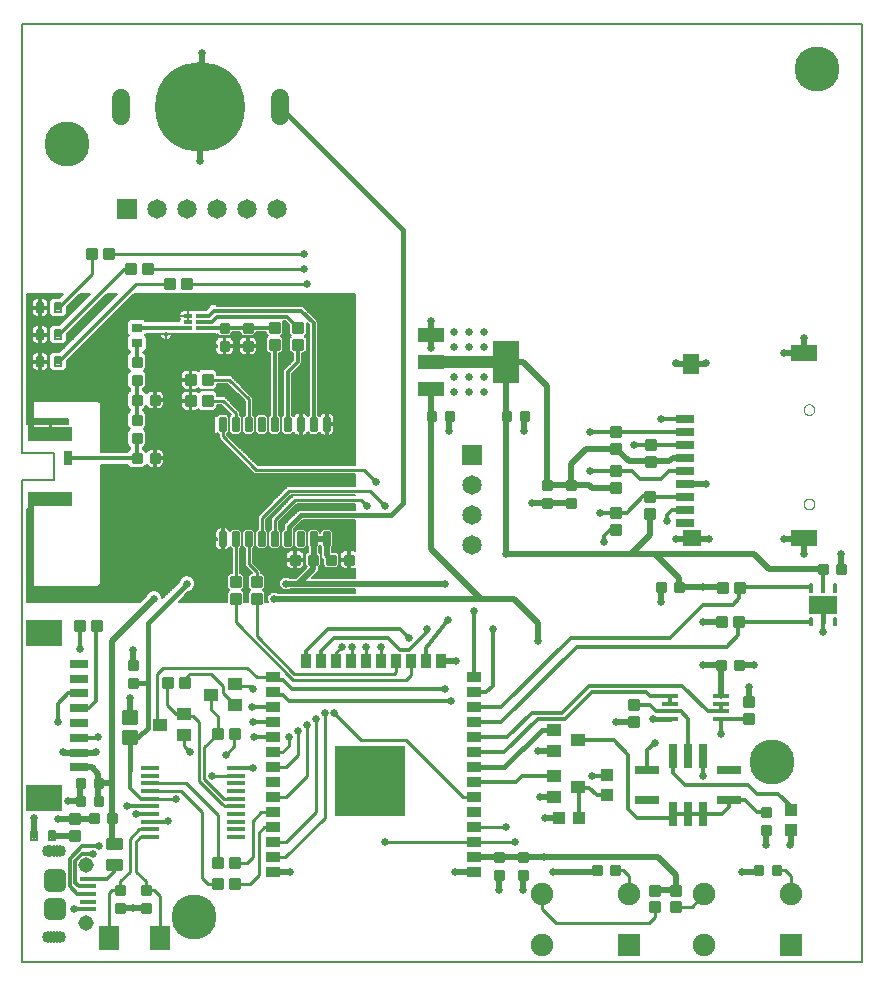
<source format=gtl>
G75*
%MOIN*%
%OFA0B0*%
%FSLAX25Y25*%
%IPPOS*%
%LPD*%
%AMOC8*
5,1,8,0,0,1.08239X$1,22.5*
%
%ADD10C,0.00600*%
%ADD11R,0.04724X0.03543*%
%ADD12R,0.03543X0.04724*%
%ADD13R,0.23622X0.23622*%
%ADD14C,0.00827*%
%ADD15R,0.09449X0.05906*%
%ADD16R,0.06299X0.02756*%
%ADD17R,0.06299X0.05512*%
%ADD18R,0.08661X0.05512*%
%ADD19R,0.05512X0.07087*%
%ADD20C,0.00000*%
%ADD21C,0.01250*%
%ADD22R,0.02953X0.01181*%
%ADD23R,0.02953X0.04724*%
%ADD24R,0.14961X0.04528*%
%ADD25C,0.00550*%
%ADD26C,0.06000*%
%ADD27C,0.30000*%
%ADD28R,0.12205X0.08661*%
%ADD29R,0.06299X0.03150*%
%ADD30C,0.03740*%
%ADD31R,0.05315X0.01575*%
%ADD32C,0.05150*%
%ADD33C,0.04000*%
%ADD34C,0.01000*%
%ADD35C,0.00875*%
%ADD36R,0.07500X0.07500*%
%ADD37C,0.07500*%
%ADD38R,0.03543X0.02756*%
%ADD39R,0.04500X0.04000*%
%ADD40R,0.09000X0.05000*%
%ADD41R,0.08500X0.14000*%
%ADD42R,0.05906X0.01575*%
%ADD43R,0.07000X0.08000*%
%ADD44R,0.07874X0.02756*%
%ADD45R,0.02756X0.07874*%
%ADD46R,0.04331X0.03937*%
%ADD47R,0.03937X0.04331*%
%ADD48C,0.00750*%
%ADD49R,0.05709X0.01772*%
%ADD50R,0.06500X0.06500*%
%ADD51C,0.06500*%
%ADD52C,0.02578*%
%ADD53C,0.01600*%
%ADD54C,0.02000*%
%ADD55C,0.01200*%
%ADD56C,0.04000*%
%ADD57C,0.15024*%
D10*
X0011353Y0001400D02*
X0011353Y0161900D01*
X0022103Y0161900D01*
X0022103Y0170900D01*
X0011353Y0170900D01*
X0011353Y0313900D01*
X0291353Y0313900D01*
X0291353Y0001400D01*
X0011353Y0001400D01*
X0013153Y0121400D02*
X0013153Y0152121D01*
X0013202Y0152108D01*
X0013841Y0152108D01*
X0013841Y0127196D01*
X0014720Y0126317D01*
X0036829Y0126317D01*
X0037707Y0127196D01*
X0037707Y0167056D01*
X0046353Y0167056D01*
X0046353Y0167035D01*
X0047488Y0165900D01*
X0051718Y0165900D01*
X0052786Y0166968D01*
X0052900Y0166771D01*
X0053224Y0166447D01*
X0053620Y0166218D01*
X0054062Y0166100D01*
X0055303Y0166100D01*
X0055303Y0168850D01*
X0055903Y0168850D01*
X0055903Y0169450D01*
X0055303Y0169450D01*
X0055303Y0172200D01*
X0054062Y0172200D01*
X0053620Y0172082D01*
X0053224Y0171853D01*
X0052900Y0171529D01*
X0052786Y0171332D01*
X0051718Y0172400D01*
X0051703Y0172400D01*
X0051703Y0172650D01*
X0051718Y0172650D01*
X0052853Y0173785D01*
X0052853Y0178015D01*
X0051968Y0178900D01*
X0052853Y0179785D01*
X0052853Y0184015D01*
X0051718Y0185150D01*
X0051703Y0185150D01*
X0051703Y0185400D01*
X0051718Y0185400D01*
X0052786Y0186468D01*
X0052900Y0186271D01*
X0053224Y0185947D01*
X0053620Y0185718D01*
X0054062Y0185600D01*
X0055303Y0185600D01*
X0055303Y0188350D01*
X0055903Y0188350D01*
X0055903Y0188950D01*
X0055303Y0188950D01*
X0055303Y0191700D01*
X0054062Y0191700D01*
X0053620Y0191582D01*
X0053224Y0191353D01*
X0052900Y0191029D01*
X0052786Y0190832D01*
X0051718Y0191900D01*
X0051703Y0191900D01*
X0051703Y0192150D01*
X0051718Y0192150D01*
X0052853Y0193285D01*
X0052853Y0197515D01*
X0051968Y0198400D01*
X0052853Y0199285D01*
X0052853Y0203515D01*
X0051718Y0204650D01*
X0051703Y0204650D01*
X0051703Y0204713D01*
X0051996Y0204713D01*
X0052875Y0205592D01*
X0052875Y0209590D01*
X0052315Y0210150D01*
X0052774Y0210609D01*
X0057428Y0210609D01*
X0057428Y0210550D01*
X0059353Y0210550D01*
X0061278Y0210550D01*
X0061278Y0210650D01*
X0064478Y0210650D01*
X0064537Y0210591D01*
X0065755Y0210591D01*
X0065765Y0210581D01*
X0067504Y0210581D01*
X0067514Y0210591D01*
X0069661Y0210591D01*
X0069702Y0210550D01*
X0075603Y0210550D01*
X0075603Y0210535D01*
X0076353Y0209785D01*
X0076353Y0209232D01*
X0076353Y0210633D01*
X0076986Y0210000D01*
X0080720Y0210000D01*
X0081503Y0210783D01*
X0081503Y0211150D01*
X0083953Y0211150D01*
X0083953Y0210783D01*
X0084736Y0210000D01*
X0088470Y0210000D01*
X0089253Y0210783D01*
X0089253Y0211150D01*
X0092703Y0211150D01*
X0092703Y0210607D01*
X0093410Y0209900D01*
X0092703Y0209193D01*
X0092703Y0205033D01*
X0093523Y0204213D01*
X0094103Y0204213D01*
X0094103Y0183651D01*
X0093453Y0183001D01*
X0093453Y0177988D01*
X0094346Y0177094D01*
X0096860Y0177094D01*
X0097753Y0177988D01*
X0097753Y0183001D01*
X0097103Y0183651D01*
X0097103Y0204213D01*
X0097683Y0204213D01*
X0098503Y0205033D01*
X0098503Y0209193D01*
X0097796Y0209900D01*
X0098503Y0210607D01*
X0098503Y0214767D01*
X0098370Y0214900D01*
X0099019Y0214900D01*
X0100453Y0213466D01*
X0100453Y0210607D01*
X0101160Y0209900D01*
X0100453Y0209193D01*
X0100453Y0205033D01*
X0101273Y0204213D01*
X0101853Y0204213D01*
X0101853Y0202021D01*
X0098434Y0198602D01*
X0098434Y0183651D01*
X0097784Y0183001D01*
X0097784Y0177988D01*
X0098677Y0177094D01*
X0101190Y0177094D01*
X0101892Y0177796D01*
X0102099Y0177437D01*
X0102457Y0177079D01*
X0102896Y0176826D01*
X0103386Y0176694D01*
X0103964Y0176694D01*
X0103964Y0180194D01*
X0104564Y0180194D01*
X0104564Y0176694D01*
X0105143Y0176694D01*
X0105632Y0176826D01*
X0106071Y0177079D01*
X0106430Y0177437D01*
X0106637Y0177796D01*
X0107338Y0177094D01*
X0109852Y0177094D01*
X0110553Y0177796D01*
X0110760Y0177437D01*
X0111119Y0177079D01*
X0111558Y0176826D01*
X0112047Y0176694D01*
X0112626Y0176694D01*
X0112626Y0180194D01*
X0113226Y0180194D01*
X0113226Y0176694D01*
X0113804Y0176694D01*
X0114294Y0176826D01*
X0114733Y0177079D01*
X0115091Y0177437D01*
X0115345Y0177876D01*
X0115476Y0178366D01*
X0115476Y0180195D01*
X0113226Y0180195D01*
X0113226Y0180794D01*
X0115476Y0180794D01*
X0115476Y0182623D01*
X0115345Y0183112D01*
X0115091Y0183551D01*
X0114733Y0183910D01*
X0114294Y0184163D01*
X0113804Y0184294D01*
X0113226Y0184294D01*
X0113226Y0180795D01*
X0112626Y0180795D01*
X0112626Y0184294D01*
X0112047Y0184294D01*
X0111558Y0184163D01*
X0111119Y0183910D01*
X0110760Y0183551D01*
X0110553Y0183193D01*
X0110095Y0183651D01*
X0110095Y0214779D01*
X0104974Y0219900D01*
X0076353Y0219900D01*
X0076353Y0223900D01*
X0122353Y0223900D01*
X0122353Y0166800D01*
X0089933Y0166800D01*
X0079680Y0177053D01*
X0079680Y0177238D01*
X0080430Y0177988D01*
X0080430Y0183001D01*
X0079537Y0183894D01*
X0077023Y0183894D01*
X0076353Y0183224D01*
X0076353Y0187000D01*
X0077773Y0187000D01*
X0081116Y0183657D01*
X0080461Y0183001D01*
X0080461Y0177988D01*
X0081354Y0177094D01*
X0083868Y0177094D01*
X0084761Y0177988D01*
X0084761Y0183001D01*
X0084011Y0183751D01*
X0084011Y0184722D01*
X0083191Y0185542D01*
X0078933Y0189800D01*
X0076353Y0189800D01*
X0076353Y0194000D01*
X0079773Y0194000D01*
X0085542Y0188232D01*
X0085542Y0183751D01*
X0084792Y0183001D01*
X0084792Y0177988D01*
X0085685Y0177094D01*
X0088198Y0177094D01*
X0089092Y0177988D01*
X0089092Y0183001D01*
X0088342Y0183751D01*
X0088342Y0189391D01*
X0087521Y0190211D01*
X0080933Y0196800D01*
X0076353Y0196800D01*
X0076353Y0204068D01*
X0076474Y0203947D01*
X0076870Y0203718D01*
X0077312Y0203600D01*
X0078553Y0203600D01*
X0078553Y0206350D01*
X0079153Y0206350D01*
X0079153Y0206950D01*
X0078553Y0206950D01*
X0078553Y0209700D01*
X0077312Y0209700D01*
X0076870Y0209582D01*
X0076474Y0209353D01*
X0076353Y0209232D01*
X0076150Y0209029D01*
X0075921Y0208633D01*
X0075803Y0208191D01*
X0075803Y0206950D01*
X0076353Y0206950D01*
X0076353Y0206350D01*
X0075803Y0206350D01*
X0075803Y0205109D01*
X0075921Y0204667D01*
X0076150Y0204271D01*
X0076353Y0204068D01*
X0076353Y0198015D01*
X0075468Y0198900D01*
X0070812Y0198900D01*
X0070212Y0198300D01*
X0070171Y0198340D01*
X0069761Y0198577D01*
X0069303Y0198700D01*
X0067866Y0198700D01*
X0067866Y0195700D01*
X0067266Y0195700D01*
X0067266Y0198700D01*
X0065829Y0198700D01*
X0065371Y0198577D01*
X0064961Y0198340D01*
X0064626Y0198005D01*
X0064389Y0197595D01*
X0064266Y0197137D01*
X0064266Y0195700D01*
X0067266Y0195700D01*
X0067266Y0195100D01*
X0064266Y0195100D01*
X0064266Y0193663D01*
X0064389Y0193205D01*
X0064626Y0192795D01*
X0064961Y0192460D01*
X0065371Y0192223D01*
X0065829Y0192100D01*
X0067266Y0192100D01*
X0067266Y0195100D01*
X0067866Y0195100D01*
X0067866Y0192100D01*
X0069303Y0192100D01*
X0069761Y0192223D01*
X0070171Y0192460D01*
X0070212Y0192500D01*
X0070812Y0191900D01*
X0070212Y0191300D01*
X0070171Y0191340D01*
X0069761Y0191577D01*
X0069303Y0191700D01*
X0067866Y0191700D01*
X0067866Y0188700D01*
X0067266Y0188700D01*
X0067266Y0191700D01*
X0065829Y0191700D01*
X0065371Y0191577D01*
X0064961Y0191340D01*
X0064626Y0191005D01*
X0064389Y0190595D01*
X0064266Y0190137D01*
X0064266Y0188700D01*
X0067266Y0188700D01*
X0067266Y0188100D01*
X0064266Y0188100D01*
X0064266Y0186663D01*
X0064389Y0186205D01*
X0064626Y0185795D01*
X0064961Y0185460D01*
X0065371Y0185223D01*
X0065829Y0185100D01*
X0067266Y0185100D01*
X0067266Y0188100D01*
X0067866Y0188100D01*
X0067866Y0185100D01*
X0069303Y0185100D01*
X0069761Y0185223D01*
X0070171Y0185460D01*
X0070212Y0185500D01*
X0070812Y0184900D01*
X0075468Y0184900D01*
X0076353Y0185785D01*
X0076353Y0184073D01*
X0075530Y0183250D01*
X0075530Y0177739D01*
X0076280Y0176989D01*
X0076280Y0175644D01*
X0076353Y0175572D01*
X0076353Y0145601D01*
X0076353Y0177765D01*
X0076880Y0177238D01*
X0076880Y0175893D01*
X0077700Y0175073D01*
X0088773Y0164000D01*
X0122353Y0164000D01*
X0122353Y0159800D01*
X0099773Y0159800D01*
X0090692Y0150719D01*
X0089872Y0149899D01*
X0089872Y0145562D01*
X0089122Y0144812D01*
X0089122Y0139799D01*
X0090016Y0138906D01*
X0092529Y0138906D01*
X0093422Y0139799D01*
X0093422Y0144812D01*
X0092672Y0145562D01*
X0092672Y0148739D01*
X0100933Y0157000D01*
X0122353Y0157000D01*
X0122353Y0156800D01*
X0101773Y0156800D01*
X0095023Y0150050D01*
X0094203Y0149230D01*
X0094203Y0145562D01*
X0093453Y0144812D01*
X0093453Y0139799D01*
X0094346Y0138906D01*
X0096860Y0138906D01*
X0097753Y0139799D01*
X0097753Y0144812D01*
X0097003Y0145562D01*
X0097003Y0148070D01*
X0102933Y0154000D01*
X0122353Y0154000D01*
X0122353Y0152100D01*
X0103649Y0152100D01*
X0102653Y0151104D01*
X0098653Y0147104D01*
X0098653Y0145681D01*
X0097784Y0144812D01*
X0097784Y0139799D01*
X0098677Y0138906D01*
X0101190Y0138906D01*
X0102084Y0139799D01*
X0102084Y0144812D01*
X0102053Y0144843D01*
X0102053Y0145696D01*
X0105057Y0148700D01*
X0122353Y0148700D01*
X0122353Y0138322D01*
X0122336Y0138332D01*
X0121894Y0138450D01*
X0120653Y0138450D01*
X0120653Y0135700D01*
X0120053Y0135700D01*
X0120053Y0138450D01*
X0118812Y0138450D01*
X0118370Y0138332D01*
X0117974Y0138103D01*
X0117650Y0137779D01*
X0117421Y0137383D01*
X0117303Y0136941D01*
X0117303Y0135700D01*
X0120053Y0135700D01*
X0120053Y0135100D01*
X0120653Y0135100D01*
X0120653Y0132350D01*
X0121894Y0132350D01*
X0122336Y0132468D01*
X0122353Y0132478D01*
X0122353Y0129300D01*
X0107940Y0129300D01*
X0110253Y0131613D01*
X0110253Y0132783D01*
X0111003Y0133533D01*
X0111003Y0137267D01*
X0110495Y0137774D01*
X0110495Y0139549D01*
X0110745Y0139799D01*
X0110745Y0140406D01*
X0110776Y0140406D01*
X0110776Y0139799D01*
X0111026Y0139549D01*
X0111026Y0136040D01*
X0111703Y0135363D01*
X0111703Y0133533D01*
X0112486Y0132750D01*
X0116220Y0132750D01*
X0117003Y0133533D01*
X0117003Y0137267D01*
X0116220Y0138050D01*
X0114826Y0138050D01*
X0114826Y0139549D01*
X0115076Y0139799D01*
X0115076Y0144812D01*
X0114183Y0145705D01*
X0111669Y0145705D01*
X0110776Y0144812D01*
X0110776Y0144205D01*
X0110745Y0144205D01*
X0110745Y0144812D01*
X0109852Y0145705D01*
X0107338Y0145705D01*
X0106445Y0144812D01*
X0106445Y0139799D01*
X0106695Y0139549D01*
X0106695Y0138050D01*
X0106486Y0138050D01*
X0105703Y0137267D01*
X0105703Y0133533D01*
X0106251Y0132985D01*
X0102566Y0129300D01*
X0100549Y0129300D01*
X0100260Y0129589D01*
X0098446Y0129589D01*
X0097164Y0128307D01*
X0097164Y0126493D01*
X0098446Y0125211D01*
X0100260Y0125211D01*
X0100549Y0125500D01*
X0122353Y0125500D01*
X0122353Y0124300D01*
X0096549Y0124300D01*
X0096260Y0124589D01*
X0094446Y0124589D01*
X0093164Y0123307D01*
X0093164Y0121493D01*
X0093257Y0121400D01*
X0092503Y0121400D01*
X0092503Y0124443D01*
X0091796Y0125150D01*
X0092503Y0125857D01*
X0092503Y0130017D01*
X0091683Y0130837D01*
X0091003Y0130837D01*
X0091003Y0131730D01*
X0088342Y0134391D01*
X0088342Y0139049D01*
X0089092Y0139799D01*
X0089092Y0144812D01*
X0088198Y0145705D01*
X0085685Y0145705D01*
X0084792Y0144812D01*
X0084792Y0139799D01*
X0085542Y0139049D01*
X0085542Y0133232D01*
X0087936Y0130837D01*
X0087523Y0130837D01*
X0086703Y0130017D01*
X0086703Y0125857D01*
X0087410Y0125150D01*
X0086703Y0124443D01*
X0086703Y0121400D01*
X0085503Y0121400D01*
X0085503Y0124443D01*
X0084796Y0125150D01*
X0085503Y0125857D01*
X0085503Y0130017D01*
X0084683Y0130837D01*
X0084011Y0130837D01*
X0084011Y0139049D01*
X0084761Y0139799D01*
X0084761Y0144812D01*
X0083868Y0145705D01*
X0081354Y0145705D01*
X0080653Y0145004D01*
X0080446Y0145362D01*
X0080087Y0145721D01*
X0079648Y0145974D01*
X0079159Y0146105D01*
X0078580Y0146105D01*
X0078580Y0142606D01*
X0077980Y0142606D01*
X0077980Y0146105D01*
X0077402Y0146105D01*
X0076912Y0145974D01*
X0076473Y0145721D01*
X0076353Y0145601D01*
X0076115Y0145362D01*
X0075861Y0144924D01*
X0075730Y0144434D01*
X0075730Y0142605D01*
X0076353Y0142605D01*
X0076353Y0142006D01*
X0075730Y0142006D01*
X0075730Y0140177D01*
X0075861Y0139687D01*
X0076115Y0139249D01*
X0076353Y0139010D01*
X0076473Y0138890D01*
X0076912Y0138637D01*
X0077402Y0138506D01*
X0077980Y0138505D01*
X0077980Y0142005D01*
X0078580Y0142005D01*
X0078580Y0138505D01*
X0079159Y0138506D01*
X0079648Y0138637D01*
X0080087Y0138890D01*
X0080446Y0139249D01*
X0080653Y0139607D01*
X0081211Y0139049D01*
X0081211Y0130837D01*
X0080523Y0130837D01*
X0079703Y0130017D01*
X0079703Y0125857D01*
X0080410Y0125150D01*
X0079703Y0124443D01*
X0079703Y0121400D01*
X0076353Y0121400D01*
X0076353Y0139010D01*
X0076353Y0121400D01*
X0063606Y0121400D01*
X0066817Y0124611D01*
X0066908Y0124611D01*
X0067933Y0125036D01*
X0068717Y0125820D01*
X0069142Y0126845D01*
X0069142Y0127955D01*
X0068717Y0128980D01*
X0067933Y0129764D01*
X0066908Y0130189D01*
X0065798Y0130189D01*
X0064773Y0129764D01*
X0063989Y0128980D01*
X0063564Y0127955D01*
X0063564Y0127864D01*
X0058142Y0122442D01*
X0058142Y0122955D01*
X0057717Y0123980D01*
X0056933Y0124764D01*
X0055908Y0125189D01*
X0054798Y0125189D01*
X0053773Y0124764D01*
X0052989Y0123980D01*
X0052700Y0123282D01*
X0050817Y0121400D01*
X0013153Y0121400D01*
X0013153Y0121701D02*
X0051118Y0121701D01*
X0051717Y0122299D02*
X0013153Y0122299D01*
X0013153Y0122898D02*
X0052315Y0122898D01*
X0052788Y0123496D02*
X0013153Y0123496D01*
X0013153Y0124095D02*
X0053104Y0124095D01*
X0053702Y0124693D02*
X0013153Y0124693D01*
X0013153Y0125292D02*
X0060992Y0125292D01*
X0060394Y0124693D02*
X0057004Y0124693D01*
X0057602Y0124095D02*
X0059795Y0124095D01*
X0059197Y0123496D02*
X0057918Y0123496D01*
X0058142Y0122898D02*
X0058598Y0122898D01*
X0061591Y0125890D02*
X0013153Y0125890D01*
X0013153Y0126489D02*
X0014548Y0126489D01*
X0013950Y0127087D02*
X0013153Y0127087D01*
X0013153Y0127686D02*
X0013841Y0127686D01*
X0013841Y0128284D02*
X0013153Y0128284D01*
X0013153Y0128883D02*
X0013841Y0128883D01*
X0013841Y0129481D02*
X0013153Y0129481D01*
X0013153Y0130080D02*
X0013841Y0130080D01*
X0013841Y0130678D02*
X0013153Y0130678D01*
X0013153Y0131277D02*
X0013841Y0131277D01*
X0013841Y0131875D02*
X0013153Y0131875D01*
X0013153Y0132474D02*
X0013841Y0132474D01*
X0013841Y0133072D02*
X0013153Y0133072D01*
X0013153Y0133671D02*
X0013841Y0133671D01*
X0013841Y0134270D02*
X0013153Y0134270D01*
X0013153Y0134868D02*
X0013841Y0134868D01*
X0013841Y0135467D02*
X0013153Y0135467D01*
X0013153Y0136065D02*
X0013841Y0136065D01*
X0013841Y0136664D02*
X0013153Y0136664D01*
X0013153Y0137262D02*
X0013841Y0137262D01*
X0013841Y0137861D02*
X0013153Y0137861D01*
X0013153Y0138459D02*
X0013841Y0138459D01*
X0013841Y0139058D02*
X0013153Y0139058D01*
X0013153Y0139656D02*
X0013841Y0139656D01*
X0013841Y0140255D02*
X0013153Y0140255D01*
X0013153Y0140853D02*
X0013841Y0140853D01*
X0013841Y0141452D02*
X0013153Y0141452D01*
X0013153Y0142050D02*
X0013841Y0142050D01*
X0013841Y0142649D02*
X0013153Y0142649D01*
X0013153Y0143247D02*
X0013841Y0143247D01*
X0013841Y0143846D02*
X0013153Y0143846D01*
X0013153Y0144444D02*
X0013841Y0144444D01*
X0013841Y0145043D02*
X0013153Y0145043D01*
X0013153Y0145641D02*
X0013841Y0145641D01*
X0013841Y0146240D02*
X0013153Y0146240D01*
X0013153Y0146838D02*
X0013841Y0146838D01*
X0013841Y0147437D02*
X0013153Y0147437D01*
X0013153Y0148035D02*
X0013841Y0148035D01*
X0013841Y0148634D02*
X0013153Y0148634D01*
X0013153Y0149232D02*
X0013841Y0149232D01*
X0013841Y0149831D02*
X0013153Y0149831D01*
X0013153Y0150429D02*
X0013841Y0150429D01*
X0013841Y0151028D02*
X0013153Y0151028D01*
X0013153Y0151626D02*
X0013841Y0151626D01*
X0037707Y0151626D02*
X0076353Y0151626D01*
X0091599Y0151626D01*
X0091001Y0151028D02*
X0076353Y0151028D01*
X0037707Y0151028D01*
X0037707Y0150429D02*
X0076353Y0150429D01*
X0090402Y0150429D01*
X0089872Y0149831D02*
X0076353Y0149831D01*
X0037707Y0149831D01*
X0037707Y0149232D02*
X0076353Y0149232D01*
X0089872Y0149232D01*
X0089872Y0148634D02*
X0076353Y0148634D01*
X0037707Y0148634D01*
X0037707Y0148035D02*
X0076353Y0148035D01*
X0089872Y0148035D01*
X0089872Y0147437D02*
X0076353Y0147437D01*
X0037707Y0147437D01*
X0037707Y0146838D02*
X0076353Y0146838D01*
X0089872Y0146838D01*
X0089872Y0146240D02*
X0076353Y0146240D01*
X0037707Y0146240D01*
X0037707Y0145641D02*
X0076353Y0145641D01*
X0076394Y0145641D01*
X0075930Y0145043D02*
X0037707Y0145043D01*
X0037707Y0144444D02*
X0075733Y0144444D01*
X0075730Y0143846D02*
X0037707Y0143846D01*
X0037707Y0143247D02*
X0075730Y0143247D01*
X0075730Y0142649D02*
X0037707Y0142649D01*
X0037707Y0142050D02*
X0076353Y0142050D01*
X0075730Y0141452D02*
X0037707Y0141452D01*
X0037707Y0140853D02*
X0075730Y0140853D01*
X0075730Y0140255D02*
X0037707Y0140255D01*
X0037707Y0139656D02*
X0075879Y0139656D01*
X0076306Y0139058D02*
X0037707Y0139058D01*
X0037707Y0138459D02*
X0076353Y0138459D01*
X0081211Y0138459D01*
X0081211Y0137861D02*
X0076353Y0137861D01*
X0037707Y0137861D01*
X0037707Y0137262D02*
X0076353Y0137262D01*
X0081211Y0137262D01*
X0081211Y0136664D02*
X0076353Y0136664D01*
X0037707Y0136664D01*
X0037707Y0136065D02*
X0076353Y0136065D01*
X0081211Y0136065D01*
X0081211Y0135467D02*
X0076353Y0135467D01*
X0037707Y0135467D01*
X0037707Y0134868D02*
X0076353Y0134868D01*
X0081211Y0134868D01*
X0081211Y0134270D02*
X0076353Y0134270D01*
X0037707Y0134270D01*
X0037707Y0133671D02*
X0076353Y0133671D01*
X0081211Y0133671D01*
X0081211Y0133072D02*
X0076353Y0133072D01*
X0037707Y0133072D01*
X0037707Y0132474D02*
X0076353Y0132474D01*
X0081211Y0132474D01*
X0081211Y0131875D02*
X0076353Y0131875D01*
X0037707Y0131875D01*
X0037707Y0131277D02*
X0076353Y0131277D01*
X0081211Y0131277D01*
X0080365Y0130678D02*
X0076353Y0130678D01*
X0037707Y0130678D01*
X0037707Y0130080D02*
X0065535Y0130080D01*
X0064490Y0129481D02*
X0037707Y0129481D01*
X0037707Y0128883D02*
X0063948Y0128883D01*
X0063701Y0128284D02*
X0037707Y0128284D01*
X0037707Y0127686D02*
X0063386Y0127686D01*
X0062788Y0127087D02*
X0037599Y0127087D01*
X0037000Y0126489D02*
X0062189Y0126489D01*
X0065702Y0123496D02*
X0076353Y0123496D01*
X0079703Y0123496D01*
X0079703Y0122898D02*
X0076353Y0122898D01*
X0065103Y0122898D01*
X0064505Y0122299D02*
X0076353Y0122299D01*
X0079703Y0122299D01*
X0079703Y0121701D02*
X0076353Y0121701D01*
X0063906Y0121701D01*
X0066300Y0124095D02*
X0076353Y0124095D01*
X0079703Y0124095D01*
X0079953Y0124693D02*
X0076353Y0124693D01*
X0067106Y0124693D01*
X0068189Y0125292D02*
X0076353Y0125292D01*
X0080268Y0125292D01*
X0079703Y0125890D02*
X0076353Y0125890D01*
X0068746Y0125890D01*
X0068994Y0126489D02*
X0076353Y0126489D01*
X0079703Y0126489D01*
X0079703Y0127087D02*
X0076353Y0127087D01*
X0069142Y0127087D01*
X0069142Y0127686D02*
X0076353Y0127686D01*
X0079703Y0127686D01*
X0079703Y0128284D02*
X0076353Y0128284D01*
X0069005Y0128284D01*
X0068758Y0128883D02*
X0076353Y0128883D01*
X0079703Y0128883D01*
X0079703Y0129481D02*
X0076353Y0129481D01*
X0068216Y0129481D01*
X0067171Y0130080D02*
X0076353Y0130080D01*
X0079766Y0130080D01*
X0084011Y0131277D02*
X0087496Y0131277D01*
X0087365Y0130678D02*
X0084841Y0130678D01*
X0085440Y0130080D02*
X0086766Y0130080D01*
X0086703Y0129481D02*
X0085503Y0129481D01*
X0085503Y0128883D02*
X0086703Y0128883D01*
X0086703Y0128284D02*
X0085503Y0128284D01*
X0085503Y0127686D02*
X0086703Y0127686D01*
X0086703Y0127087D02*
X0085503Y0127087D01*
X0085503Y0126489D02*
X0086703Y0126489D01*
X0086703Y0125890D02*
X0085503Y0125890D01*
X0084938Y0125292D02*
X0087268Y0125292D01*
X0086953Y0124693D02*
X0085253Y0124693D01*
X0085503Y0124095D02*
X0086703Y0124095D01*
X0086703Y0123496D02*
X0085503Y0123496D01*
X0085503Y0122898D02*
X0086703Y0122898D01*
X0086703Y0122299D02*
X0085503Y0122299D01*
X0085503Y0121701D02*
X0086703Y0121701D01*
X0092503Y0121701D02*
X0093164Y0121701D01*
X0093164Y0122299D02*
X0092503Y0122299D01*
X0092503Y0122898D02*
X0093164Y0122898D01*
X0093354Y0123496D02*
X0092503Y0123496D01*
X0092503Y0124095D02*
X0093952Y0124095D01*
X0092253Y0124693D02*
X0122353Y0124693D01*
X0122353Y0125292D02*
X0100341Y0125292D01*
X0098365Y0125292D02*
X0091938Y0125292D01*
X0092503Y0125890D02*
X0097767Y0125890D01*
X0097168Y0126489D02*
X0092503Y0126489D01*
X0092503Y0127087D02*
X0097164Y0127087D01*
X0097164Y0127686D02*
X0092503Y0127686D01*
X0092503Y0128284D02*
X0097164Y0128284D01*
X0097740Y0128883D02*
X0092503Y0128883D01*
X0092503Y0129481D02*
X0098339Y0129481D01*
X0100367Y0129481D02*
X0102747Y0129481D01*
X0103346Y0130080D02*
X0092440Y0130080D01*
X0091841Y0130678D02*
X0103944Y0130678D01*
X0104543Y0131277D02*
X0091003Y0131277D01*
X0090857Y0131875D02*
X0105141Y0131875D01*
X0105740Y0132474D02*
X0104346Y0132474D01*
X0104336Y0132468D02*
X0104732Y0132697D01*
X0105056Y0133021D01*
X0105285Y0133417D01*
X0105403Y0133859D01*
X0105403Y0135100D01*
X0102653Y0135100D01*
X0102653Y0135700D01*
X0105403Y0135700D01*
X0105403Y0136941D01*
X0105285Y0137383D01*
X0105056Y0137779D01*
X0104732Y0138103D01*
X0104336Y0138332D01*
X0103894Y0138450D01*
X0102653Y0138450D01*
X0102653Y0135700D01*
X0102053Y0135700D01*
X0102053Y0138450D01*
X0100812Y0138450D01*
X0100370Y0138332D01*
X0099974Y0138103D01*
X0099650Y0137779D01*
X0099421Y0137383D01*
X0099303Y0136941D01*
X0099303Y0135700D01*
X0102053Y0135700D01*
X0102053Y0135100D01*
X0102653Y0135100D01*
X0102653Y0132350D01*
X0103894Y0132350D01*
X0104336Y0132468D01*
X0105086Y0133072D02*
X0106164Y0133072D01*
X0105703Y0133671D02*
X0105353Y0133671D01*
X0105403Y0134270D02*
X0105703Y0134270D01*
X0105703Y0134868D02*
X0105403Y0134868D01*
X0105703Y0135467D02*
X0102653Y0135467D01*
X0102653Y0136065D02*
X0102053Y0136065D01*
X0102053Y0135467D02*
X0088342Y0135467D01*
X0088342Y0136065D02*
X0099303Y0136065D01*
X0099303Y0136664D02*
X0088342Y0136664D01*
X0088342Y0137262D02*
X0099389Y0137262D01*
X0099731Y0137861D02*
X0088342Y0137861D01*
X0088342Y0138459D02*
X0106695Y0138459D01*
X0106695Y0139058D02*
X0105673Y0139058D01*
X0105521Y0138906D02*
X0106414Y0139799D01*
X0106414Y0144812D01*
X0105521Y0145705D01*
X0103008Y0145705D01*
X0102114Y0144812D01*
X0102114Y0139799D01*
X0103008Y0138906D01*
X0105521Y0138906D01*
X0106272Y0139656D02*
X0106588Y0139656D01*
X0106445Y0140255D02*
X0106414Y0140255D01*
X0106414Y0140853D02*
X0106445Y0140853D01*
X0106414Y0141452D02*
X0106445Y0141452D01*
X0106414Y0142050D02*
X0106445Y0142050D01*
X0106414Y0142649D02*
X0106445Y0142649D01*
X0106414Y0143247D02*
X0106445Y0143247D01*
X0106414Y0143846D02*
X0106445Y0143846D01*
X0106414Y0144444D02*
X0106445Y0144444D01*
X0106676Y0145043D02*
X0106184Y0145043D01*
X0105585Y0145641D02*
X0107274Y0145641D01*
X0109916Y0145641D02*
X0111605Y0145641D01*
X0111006Y0145043D02*
X0110515Y0145043D01*
X0110745Y0144444D02*
X0110776Y0144444D01*
X0114247Y0145641D02*
X0122353Y0145641D01*
X0122353Y0145043D02*
X0114845Y0145043D01*
X0115076Y0144444D02*
X0122353Y0144444D01*
X0122353Y0143846D02*
X0115076Y0143846D01*
X0115076Y0143247D02*
X0122353Y0143247D01*
X0122353Y0142649D02*
X0115076Y0142649D01*
X0115076Y0142050D02*
X0122353Y0142050D01*
X0122353Y0141452D02*
X0115076Y0141452D01*
X0115076Y0140853D02*
X0122353Y0140853D01*
X0122353Y0140255D02*
X0115076Y0140255D01*
X0114933Y0139656D02*
X0122353Y0139656D01*
X0122353Y0139058D02*
X0114826Y0139058D01*
X0114826Y0138459D02*
X0122353Y0138459D01*
X0120653Y0137861D02*
X0120053Y0137861D01*
X0120053Y0137262D02*
X0120653Y0137262D01*
X0120653Y0136664D02*
X0120053Y0136664D01*
X0120053Y0136065D02*
X0120653Y0136065D01*
X0120053Y0135467D02*
X0117003Y0135467D01*
X0117303Y0135100D02*
X0117303Y0133859D01*
X0117421Y0133417D01*
X0117650Y0133021D01*
X0117974Y0132697D01*
X0118370Y0132468D01*
X0118812Y0132350D01*
X0120053Y0132350D01*
X0120053Y0135100D01*
X0117303Y0135100D01*
X0117303Y0134868D02*
X0117003Y0134868D01*
X0117003Y0134270D02*
X0117303Y0134270D01*
X0117353Y0133671D02*
X0117003Y0133671D01*
X0116542Y0133072D02*
X0117620Y0133072D01*
X0118360Y0132474D02*
X0110253Y0132474D01*
X0110253Y0131875D02*
X0122353Y0131875D01*
X0122353Y0131277D02*
X0109917Y0131277D01*
X0109318Y0130678D02*
X0122353Y0130678D01*
X0122353Y0130080D02*
X0108720Y0130080D01*
X0108121Y0129481D02*
X0122353Y0129481D01*
X0122346Y0132474D02*
X0122353Y0132474D01*
X0120653Y0132474D02*
X0120053Y0132474D01*
X0120053Y0133072D02*
X0120653Y0133072D01*
X0120653Y0133671D02*
X0120053Y0133671D01*
X0120053Y0134270D02*
X0120653Y0134270D01*
X0120653Y0134868D02*
X0120053Y0134868D01*
X0117303Y0136065D02*
X0117003Y0136065D01*
X0117003Y0136664D02*
X0117303Y0136664D01*
X0117389Y0137262D02*
X0117003Y0137262D01*
X0116409Y0137861D02*
X0117731Y0137861D01*
X0112164Y0133072D02*
X0110542Y0133072D01*
X0111003Y0133671D02*
X0111703Y0133671D01*
X0111703Y0134270D02*
X0111003Y0134270D01*
X0111003Y0134868D02*
X0111703Y0134868D01*
X0111599Y0135467D02*
X0111003Y0135467D01*
X0111003Y0136065D02*
X0111026Y0136065D01*
X0111003Y0136664D02*
X0111026Y0136664D01*
X0111003Y0137262D02*
X0111026Y0137262D01*
X0111026Y0137861D02*
X0110495Y0137861D01*
X0110495Y0138459D02*
X0111026Y0138459D01*
X0111026Y0139058D02*
X0110495Y0139058D01*
X0110602Y0139656D02*
X0110919Y0139656D01*
X0110776Y0140255D02*
X0110745Y0140255D01*
X0106297Y0137861D02*
X0104975Y0137861D01*
X0105317Y0137262D02*
X0105703Y0137262D01*
X0105703Y0136664D02*
X0105403Y0136664D01*
X0105403Y0136065D02*
X0105703Y0136065D01*
X0102653Y0136664D02*
X0102053Y0136664D01*
X0102053Y0137262D02*
X0102653Y0137262D01*
X0102653Y0137861D02*
X0102053Y0137861D01*
X0101342Y0139058D02*
X0102856Y0139058D01*
X0102257Y0139656D02*
X0101941Y0139656D01*
X0102084Y0140255D02*
X0102114Y0140255D01*
X0102084Y0140853D02*
X0102114Y0140853D01*
X0102084Y0141452D02*
X0102114Y0141452D01*
X0102084Y0142050D02*
X0102114Y0142050D01*
X0102084Y0142649D02*
X0102114Y0142649D01*
X0102084Y0143247D02*
X0102114Y0143247D01*
X0102084Y0143846D02*
X0102114Y0143846D01*
X0102084Y0144444D02*
X0102114Y0144444D01*
X0102053Y0145043D02*
X0102345Y0145043D01*
X0102053Y0145641D02*
X0102943Y0145641D01*
X0102597Y0146240D02*
X0122353Y0146240D01*
X0122353Y0146838D02*
X0103195Y0146838D01*
X0103794Y0147437D02*
X0122353Y0147437D01*
X0122353Y0148035D02*
X0104392Y0148035D01*
X0104991Y0148634D02*
X0122353Y0148634D01*
X0122353Y0152225D02*
X0101158Y0152225D01*
X0101756Y0152823D02*
X0122353Y0152823D01*
X0122353Y0153422D02*
X0102355Y0153422D01*
X0103175Y0151626D02*
X0100559Y0151626D01*
X0099961Y0151028D02*
X0102577Y0151028D01*
X0101978Y0150429D02*
X0099362Y0150429D01*
X0098764Y0149831D02*
X0101380Y0149831D01*
X0100781Y0149232D02*
X0098165Y0149232D01*
X0097567Y0148634D02*
X0100183Y0148634D01*
X0099584Y0148035D02*
X0097003Y0148035D01*
X0097003Y0147437D02*
X0098986Y0147437D01*
X0098653Y0146838D02*
X0097003Y0146838D01*
X0097003Y0146240D02*
X0098653Y0146240D01*
X0098613Y0145641D02*
X0097003Y0145641D01*
X0097522Y0145043D02*
X0098014Y0145043D01*
X0097784Y0144444D02*
X0097753Y0144444D01*
X0097753Y0143846D02*
X0097784Y0143846D01*
X0097753Y0143247D02*
X0097784Y0143247D01*
X0097753Y0142649D02*
X0097784Y0142649D01*
X0097753Y0142050D02*
X0097784Y0142050D01*
X0097753Y0141452D02*
X0097784Y0141452D01*
X0097753Y0140853D02*
X0097784Y0140853D01*
X0097753Y0140255D02*
X0097784Y0140255D01*
X0097926Y0139656D02*
X0097610Y0139656D01*
X0097012Y0139058D02*
X0098525Y0139058D01*
X0094194Y0139058D02*
X0092681Y0139058D01*
X0093280Y0139656D02*
X0093596Y0139656D01*
X0093453Y0140255D02*
X0093422Y0140255D01*
X0093422Y0140853D02*
X0093453Y0140853D01*
X0093422Y0141452D02*
X0093453Y0141452D01*
X0093422Y0142050D02*
X0093453Y0142050D01*
X0093422Y0142649D02*
X0093453Y0142649D01*
X0093422Y0143247D02*
X0093453Y0143247D01*
X0093422Y0143846D02*
X0093453Y0143846D01*
X0093422Y0144444D02*
X0093453Y0144444D01*
X0093684Y0145043D02*
X0093192Y0145043D01*
X0092672Y0145641D02*
X0094203Y0145641D01*
X0094203Y0146240D02*
X0092672Y0146240D01*
X0092672Y0146838D02*
X0094203Y0146838D01*
X0094203Y0147437D02*
X0092672Y0147437D01*
X0092672Y0148035D02*
X0094203Y0148035D01*
X0094203Y0148634D02*
X0092672Y0148634D01*
X0093165Y0149232D02*
X0094205Y0149232D01*
X0093764Y0149831D02*
X0094804Y0149831D01*
X0094362Y0150429D02*
X0095402Y0150429D01*
X0094961Y0151028D02*
X0096001Y0151028D01*
X0095559Y0151626D02*
X0096599Y0151626D01*
X0096158Y0152225D02*
X0097198Y0152225D01*
X0096756Y0152823D02*
X0097796Y0152823D01*
X0097355Y0153422D02*
X0098395Y0153422D01*
X0097953Y0154020D02*
X0098993Y0154020D01*
X0098552Y0154619D02*
X0099592Y0154619D01*
X0099150Y0155217D02*
X0100191Y0155217D01*
X0099749Y0155816D02*
X0100789Y0155816D01*
X0100347Y0156414D02*
X0101388Y0156414D01*
X0098782Y0158808D02*
X0076353Y0158808D01*
X0037707Y0158808D01*
X0037707Y0158210D02*
X0076353Y0158210D01*
X0098183Y0158210D01*
X0097585Y0157611D02*
X0076353Y0157611D01*
X0037707Y0157611D01*
X0037707Y0157013D02*
X0076353Y0157013D01*
X0096986Y0157013D01*
X0096388Y0156414D02*
X0076353Y0156414D01*
X0037707Y0156414D01*
X0037707Y0155816D02*
X0076353Y0155816D01*
X0095789Y0155816D01*
X0095191Y0155217D02*
X0076353Y0155217D01*
X0037707Y0155217D01*
X0037707Y0154619D02*
X0076353Y0154619D01*
X0094592Y0154619D01*
X0093993Y0154020D02*
X0076353Y0154020D01*
X0037707Y0154020D01*
X0037707Y0153422D02*
X0076353Y0153422D01*
X0093395Y0153422D01*
X0092796Y0152823D02*
X0076353Y0152823D01*
X0037707Y0152823D01*
X0037707Y0152225D02*
X0076353Y0152225D01*
X0092198Y0152225D01*
X0089872Y0145641D02*
X0088263Y0145641D01*
X0088861Y0145043D02*
X0089353Y0145043D01*
X0089122Y0144444D02*
X0089092Y0144444D01*
X0089092Y0143846D02*
X0089122Y0143846D01*
X0089092Y0143247D02*
X0089122Y0143247D01*
X0089092Y0142649D02*
X0089122Y0142649D01*
X0089092Y0142050D02*
X0089122Y0142050D01*
X0089092Y0141452D02*
X0089122Y0141452D01*
X0089092Y0140853D02*
X0089122Y0140853D01*
X0089092Y0140255D02*
X0089122Y0140255D01*
X0089265Y0139656D02*
X0088949Y0139656D01*
X0088350Y0139058D02*
X0089864Y0139058D01*
X0085533Y0139058D02*
X0084020Y0139058D01*
X0084011Y0138459D02*
X0085542Y0138459D01*
X0085542Y0137861D02*
X0084011Y0137861D01*
X0084011Y0137262D02*
X0085542Y0137262D01*
X0085542Y0136664D02*
X0084011Y0136664D01*
X0084011Y0136065D02*
X0085542Y0136065D01*
X0085542Y0135467D02*
X0084011Y0135467D01*
X0084011Y0134868D02*
X0085542Y0134868D01*
X0085542Y0134270D02*
X0084011Y0134270D01*
X0084011Y0133671D02*
X0085542Y0133671D01*
X0085701Y0133072D02*
X0084011Y0133072D01*
X0084011Y0132474D02*
X0086299Y0132474D01*
X0086898Y0131875D02*
X0084011Y0131875D01*
X0088463Y0134270D02*
X0099303Y0134270D01*
X0099303Y0133859D02*
X0099421Y0133417D01*
X0099650Y0133021D01*
X0099974Y0132697D01*
X0100370Y0132468D01*
X0100812Y0132350D01*
X0102053Y0132350D01*
X0102053Y0135100D01*
X0099303Y0135100D01*
X0099303Y0133859D01*
X0099353Y0133671D02*
X0089062Y0133671D01*
X0089660Y0133072D02*
X0099620Y0133072D01*
X0100360Y0132474D02*
X0090259Y0132474D01*
X0088342Y0134868D02*
X0099303Y0134868D01*
X0102053Y0134868D02*
X0102653Y0134868D01*
X0102653Y0134270D02*
X0102053Y0134270D01*
X0102053Y0133671D02*
X0102653Y0133671D01*
X0102653Y0133072D02*
X0102053Y0133072D01*
X0102053Y0132474D02*
X0102653Y0132474D01*
X0085621Y0145641D02*
X0083932Y0145641D01*
X0084530Y0145043D02*
X0085022Y0145043D01*
X0084792Y0144444D02*
X0084761Y0144444D01*
X0084761Y0143846D02*
X0084792Y0143846D01*
X0084761Y0143247D02*
X0084792Y0143247D01*
X0084761Y0142649D02*
X0084792Y0142649D01*
X0084761Y0142050D02*
X0084792Y0142050D01*
X0084761Y0141452D02*
X0084792Y0141452D01*
X0084761Y0140853D02*
X0084792Y0140853D01*
X0084761Y0140255D02*
X0084792Y0140255D01*
X0084934Y0139656D02*
X0084618Y0139656D01*
X0081202Y0139058D02*
X0080255Y0139058D01*
X0078580Y0139058D02*
X0077980Y0139058D01*
X0077980Y0139656D02*
X0078580Y0139656D01*
X0078580Y0140255D02*
X0077980Y0140255D01*
X0077980Y0140853D02*
X0078580Y0140853D01*
X0078580Y0141452D02*
X0077980Y0141452D01*
X0077980Y0142649D02*
X0078580Y0142649D01*
X0078580Y0143247D02*
X0077980Y0143247D01*
X0077980Y0143846D02*
X0078580Y0143846D01*
X0078580Y0144444D02*
X0077980Y0144444D01*
X0077980Y0145043D02*
X0078580Y0145043D01*
X0078580Y0145641D02*
X0077980Y0145641D01*
X0080167Y0145641D02*
X0081290Y0145641D01*
X0080691Y0145043D02*
X0080630Y0145043D01*
X0076353Y0159407D02*
X0099380Y0159407D01*
X0088578Y0164195D02*
X0076353Y0164195D01*
X0037707Y0164195D01*
X0037707Y0163597D02*
X0076353Y0163597D01*
X0122353Y0163597D01*
X0122353Y0162998D02*
X0076353Y0162998D01*
X0037707Y0162998D01*
X0037707Y0162400D02*
X0076353Y0162400D01*
X0122353Y0162400D01*
X0122353Y0161801D02*
X0076353Y0161801D01*
X0037707Y0161801D01*
X0037707Y0161203D02*
X0076353Y0161203D01*
X0122353Y0161203D01*
X0122353Y0160604D02*
X0076353Y0160604D01*
X0037707Y0160604D01*
X0037707Y0160005D02*
X0076353Y0160005D01*
X0122353Y0160005D01*
X0122353Y0167188D02*
X0089545Y0167188D01*
X0088947Y0167786D02*
X0122353Y0167786D01*
X0122353Y0168385D02*
X0088348Y0168385D01*
X0087750Y0168983D02*
X0122353Y0168983D01*
X0122353Y0169582D02*
X0087151Y0169582D01*
X0086553Y0170180D02*
X0122353Y0170180D01*
X0122353Y0170779D02*
X0085954Y0170779D01*
X0085356Y0171377D02*
X0122353Y0171377D01*
X0122353Y0171976D02*
X0084757Y0171976D01*
X0084159Y0172574D02*
X0122353Y0172574D01*
X0122353Y0173173D02*
X0083560Y0173173D01*
X0082962Y0173771D02*
X0122353Y0173771D01*
X0122353Y0174370D02*
X0082363Y0174370D01*
X0081765Y0174968D02*
X0122353Y0174968D01*
X0122353Y0175567D02*
X0081166Y0175567D01*
X0080568Y0176165D02*
X0122353Y0176165D01*
X0122353Y0176764D02*
X0114063Y0176764D01*
X0113226Y0176764D02*
X0112626Y0176764D01*
X0112626Y0177362D02*
X0113226Y0177362D01*
X0113226Y0177961D02*
X0112626Y0177961D01*
X0112626Y0178559D02*
X0113226Y0178559D01*
X0113226Y0179158D02*
X0112626Y0179158D01*
X0112626Y0179756D02*
X0113226Y0179756D01*
X0113226Y0180355D02*
X0122353Y0180355D01*
X0122353Y0180953D02*
X0115476Y0180953D01*
X0115476Y0181552D02*
X0122353Y0181552D01*
X0122353Y0182150D02*
X0115476Y0182150D01*
X0115442Y0182749D02*
X0122353Y0182749D01*
X0122353Y0183347D02*
X0115209Y0183347D01*
X0114670Y0183946D02*
X0122353Y0183946D01*
X0122353Y0184544D02*
X0110095Y0184544D01*
X0110095Y0183946D02*
X0111181Y0183946D01*
X0110643Y0183347D02*
X0110399Y0183347D01*
X0110095Y0185143D02*
X0122353Y0185143D01*
X0122353Y0185741D02*
X0110095Y0185741D01*
X0110095Y0186340D02*
X0122353Y0186340D01*
X0122353Y0186939D02*
X0110095Y0186939D01*
X0110095Y0187537D02*
X0122353Y0187537D01*
X0122353Y0188136D02*
X0110095Y0188136D01*
X0110095Y0188734D02*
X0122353Y0188734D01*
X0122353Y0189333D02*
X0110095Y0189333D01*
X0110095Y0189931D02*
X0122353Y0189931D01*
X0122353Y0190530D02*
X0110095Y0190530D01*
X0110095Y0191128D02*
X0122353Y0191128D01*
X0122353Y0191727D02*
X0110095Y0191727D01*
X0110095Y0192325D02*
X0122353Y0192325D01*
X0122353Y0192924D02*
X0110095Y0192924D01*
X0110095Y0193522D02*
X0122353Y0193522D01*
X0122353Y0194121D02*
X0110095Y0194121D01*
X0110095Y0194719D02*
X0122353Y0194719D01*
X0122353Y0195318D02*
X0110095Y0195318D01*
X0110095Y0195916D02*
X0122353Y0195916D01*
X0122353Y0196515D02*
X0110095Y0196515D01*
X0110095Y0197113D02*
X0122353Y0197113D01*
X0122353Y0197712D02*
X0110095Y0197712D01*
X0110095Y0198310D02*
X0122353Y0198310D01*
X0122353Y0198909D02*
X0110095Y0198909D01*
X0110095Y0199507D02*
X0122353Y0199507D01*
X0122353Y0200106D02*
X0110095Y0200106D01*
X0110095Y0200704D02*
X0122353Y0200704D01*
X0122353Y0201303D02*
X0110095Y0201303D01*
X0110095Y0201901D02*
X0122353Y0201901D01*
X0122353Y0202500D02*
X0110095Y0202500D01*
X0110095Y0203098D02*
X0122353Y0203098D01*
X0122353Y0203697D02*
X0110095Y0203697D01*
X0110095Y0204295D02*
X0122353Y0204295D01*
X0122353Y0204894D02*
X0110095Y0204894D01*
X0110095Y0205492D02*
X0122353Y0205492D01*
X0122353Y0206091D02*
X0110095Y0206091D01*
X0110095Y0206689D02*
X0122353Y0206689D01*
X0122353Y0207288D02*
X0110095Y0207288D01*
X0110095Y0207886D02*
X0122353Y0207886D01*
X0122353Y0208485D02*
X0110095Y0208485D01*
X0110095Y0209083D02*
X0122353Y0209083D01*
X0122353Y0209682D02*
X0110095Y0209682D01*
X0110095Y0210280D02*
X0122353Y0210280D01*
X0122353Y0210879D02*
X0110095Y0210879D01*
X0110095Y0211477D02*
X0122353Y0211477D01*
X0122353Y0212076D02*
X0110095Y0212076D01*
X0110095Y0212674D02*
X0122353Y0212674D01*
X0122353Y0213273D02*
X0110095Y0213273D01*
X0110095Y0213872D02*
X0122353Y0213872D01*
X0122353Y0214470D02*
X0110095Y0214470D01*
X0109806Y0215069D02*
X0122353Y0215069D01*
X0122353Y0215667D02*
X0109207Y0215667D01*
X0108609Y0216266D02*
X0122353Y0216266D01*
X0122353Y0216864D02*
X0108010Y0216864D01*
X0107412Y0217463D02*
X0122353Y0217463D01*
X0122353Y0218061D02*
X0106813Y0218061D01*
X0106215Y0218660D02*
X0122353Y0218660D01*
X0122353Y0219258D02*
X0105616Y0219258D01*
X0105018Y0219857D02*
X0122353Y0219857D01*
X0122353Y0220455D02*
X0076353Y0220455D01*
X0076353Y0220500D02*
X0074483Y0220500D01*
X0073253Y0219270D01*
X0072702Y0218718D01*
X0069702Y0218718D01*
X0069692Y0218709D01*
X0068474Y0218709D01*
X0068274Y0218509D01*
X0066635Y0218509D01*
X0066635Y0216619D01*
X0066634Y0216619D01*
X0066634Y0218509D01*
X0064987Y0218509D01*
X0064656Y0218420D01*
X0064360Y0218249D01*
X0064118Y0218007D01*
X0063947Y0217711D01*
X0063858Y0217380D01*
X0063858Y0216619D01*
X0066634Y0216619D01*
X0066634Y0216618D01*
X0063858Y0216618D01*
X0063858Y0215857D01*
X0063918Y0215634D01*
X0063858Y0215412D01*
X0063858Y0214850D01*
X0058483Y0214850D01*
X0058442Y0214809D01*
X0052774Y0214809D01*
X0051996Y0215587D01*
X0047210Y0215587D01*
X0046331Y0214708D01*
X0046331Y0210710D01*
X0046891Y0210150D01*
X0046331Y0209590D01*
X0046331Y0205592D01*
X0047210Y0204713D01*
X0047503Y0204713D01*
X0047503Y0204650D01*
X0047488Y0204650D01*
X0046353Y0203515D01*
X0046353Y0199285D01*
X0047238Y0198400D01*
X0046353Y0197515D01*
X0046353Y0193285D01*
X0047488Y0192150D01*
X0047503Y0192150D01*
X0047503Y0191900D01*
X0047488Y0191900D01*
X0046353Y0190765D01*
X0046353Y0186535D01*
X0047488Y0185400D01*
X0047503Y0185400D01*
X0047503Y0185150D01*
X0047488Y0185150D01*
X0046353Y0184015D01*
X0046353Y0179785D01*
X0047238Y0178900D01*
X0046353Y0178015D01*
X0046353Y0173785D01*
X0047488Y0172650D01*
X0047503Y0172650D01*
X0047503Y0172400D01*
X0047488Y0172400D01*
X0046353Y0171265D01*
X0046353Y0171256D01*
X0037707Y0171256D01*
X0037707Y0187494D01*
X0036829Y0188372D01*
X0014720Y0188372D01*
X0013841Y0187494D01*
X0013841Y0183102D01*
X0014720Y0182223D01*
X0026833Y0182223D01*
X0026833Y0180692D01*
X0021153Y0180692D01*
X0021153Y0177428D01*
X0020553Y0177428D01*
X0020553Y0180692D01*
X0013202Y0180692D01*
X0013153Y0180679D01*
X0013153Y0223900D01*
X0025025Y0223900D01*
X0023775Y0222650D01*
X0021451Y0222650D01*
X0020353Y0221552D01*
X0020353Y0217248D01*
X0021451Y0216150D01*
X0025255Y0216150D01*
X0026353Y0217248D01*
X0026353Y0219572D01*
X0030681Y0223900D01*
X0034025Y0223900D01*
X0023775Y0213650D01*
X0021451Y0213650D01*
X0020353Y0212552D01*
X0020353Y0208248D01*
X0021451Y0207150D01*
X0025255Y0207150D01*
X0026353Y0208248D01*
X0026353Y0210572D01*
X0039681Y0223900D01*
X0043025Y0223900D01*
X0023775Y0204650D01*
X0021451Y0204650D01*
X0020353Y0203552D01*
X0020353Y0199248D01*
X0021451Y0198150D01*
X0025255Y0198150D01*
X0026353Y0199248D01*
X0026353Y0201572D01*
X0048681Y0223900D01*
X0076353Y0223900D01*
X0076353Y0220500D01*
X0076353Y0221054D02*
X0122353Y0221054D01*
X0122353Y0221652D02*
X0076353Y0221652D01*
X0046434Y0221652D01*
X0047032Y0222251D02*
X0076353Y0222251D01*
X0122353Y0222251D01*
X0122353Y0222849D02*
X0076353Y0222849D01*
X0047631Y0222849D01*
X0048229Y0223448D02*
X0076353Y0223448D01*
X0122353Y0223448D01*
X0107095Y0213537D02*
X0107095Y0183651D01*
X0106637Y0183193D01*
X0106430Y0183551D01*
X0106071Y0183910D01*
X0105632Y0184163D01*
X0105143Y0184294D01*
X0104564Y0184294D01*
X0104564Y0180795D01*
X0103964Y0180795D01*
X0103964Y0184294D01*
X0103386Y0184294D01*
X0102896Y0184163D01*
X0102457Y0183910D01*
X0102099Y0183551D01*
X0101892Y0183193D01*
X0101434Y0183651D01*
X0101434Y0197359D01*
X0103974Y0199900D01*
X0104853Y0200779D01*
X0104853Y0204213D01*
X0105433Y0204213D01*
X0106253Y0205033D01*
X0106253Y0209193D01*
X0105546Y0209900D01*
X0106253Y0210607D01*
X0106253Y0214379D01*
X0107095Y0213537D01*
X0107095Y0213273D02*
X0106253Y0213273D01*
X0106253Y0212674D02*
X0107095Y0212674D01*
X0107095Y0212076D02*
X0106253Y0212076D01*
X0106253Y0211477D02*
X0107095Y0211477D01*
X0107095Y0210879D02*
X0106253Y0210879D01*
X0105926Y0210280D02*
X0107095Y0210280D01*
X0107095Y0209682D02*
X0105764Y0209682D01*
X0106253Y0209083D02*
X0107095Y0209083D01*
X0107095Y0208485D02*
X0106253Y0208485D01*
X0106253Y0207886D02*
X0107095Y0207886D01*
X0107095Y0207288D02*
X0106253Y0207288D01*
X0106253Y0206689D02*
X0107095Y0206689D01*
X0107095Y0206091D02*
X0106253Y0206091D01*
X0106253Y0205492D02*
X0107095Y0205492D01*
X0107095Y0204894D02*
X0106114Y0204894D01*
X0105515Y0204295D02*
X0107095Y0204295D01*
X0107095Y0203697D02*
X0104853Y0203697D01*
X0104853Y0203098D02*
X0107095Y0203098D01*
X0107095Y0202500D02*
X0104853Y0202500D01*
X0104853Y0201901D02*
X0107095Y0201901D01*
X0107095Y0201303D02*
X0104853Y0201303D01*
X0104779Y0200704D02*
X0107095Y0200704D01*
X0107095Y0200106D02*
X0104180Y0200106D01*
X0103582Y0199507D02*
X0107095Y0199507D01*
X0107095Y0198909D02*
X0102983Y0198909D01*
X0102385Y0198310D02*
X0107095Y0198310D01*
X0107095Y0197712D02*
X0101786Y0197712D01*
X0101434Y0197113D02*
X0107095Y0197113D01*
X0107095Y0196515D02*
X0101434Y0196515D01*
X0101434Y0195916D02*
X0107095Y0195916D01*
X0107095Y0195318D02*
X0101434Y0195318D01*
X0101434Y0194719D02*
X0107095Y0194719D01*
X0107095Y0194121D02*
X0101434Y0194121D01*
X0101434Y0193522D02*
X0107095Y0193522D01*
X0107095Y0192924D02*
X0101434Y0192924D01*
X0101434Y0192325D02*
X0107095Y0192325D01*
X0107095Y0191727D02*
X0101434Y0191727D01*
X0101434Y0191128D02*
X0107095Y0191128D01*
X0107095Y0190530D02*
X0101434Y0190530D01*
X0101434Y0189931D02*
X0107095Y0189931D01*
X0107095Y0189333D02*
X0101434Y0189333D01*
X0101434Y0188734D02*
X0107095Y0188734D01*
X0107095Y0188136D02*
X0101434Y0188136D01*
X0101434Y0187537D02*
X0107095Y0187537D01*
X0107095Y0186939D02*
X0101434Y0186939D01*
X0101434Y0186340D02*
X0107095Y0186340D01*
X0107095Y0185741D02*
X0101434Y0185741D01*
X0101434Y0185143D02*
X0107095Y0185143D01*
X0107095Y0184544D02*
X0101434Y0184544D01*
X0101434Y0183946D02*
X0102520Y0183946D01*
X0101981Y0183347D02*
X0101737Y0183347D01*
X0103964Y0183347D02*
X0104564Y0183347D01*
X0104564Y0182749D02*
X0103964Y0182749D01*
X0103964Y0182150D02*
X0104564Y0182150D01*
X0104564Y0181552D02*
X0103964Y0181552D01*
X0103964Y0180953D02*
X0104564Y0180953D01*
X0104564Y0179756D02*
X0103964Y0179756D01*
X0103964Y0179158D02*
X0104564Y0179158D01*
X0104564Y0178559D02*
X0103964Y0178559D01*
X0103964Y0177961D02*
X0104564Y0177961D01*
X0104564Y0177362D02*
X0103964Y0177362D01*
X0103964Y0176764D02*
X0104564Y0176764D01*
X0105402Y0176764D02*
X0111789Y0176764D01*
X0110836Y0177362D02*
X0110120Y0177362D01*
X0107071Y0177362D02*
X0106355Y0177362D01*
X0103127Y0176764D02*
X0079969Y0176764D01*
X0079805Y0177362D02*
X0081086Y0177362D01*
X0080488Y0177961D02*
X0080403Y0177961D01*
X0080430Y0178559D02*
X0080461Y0178559D01*
X0080430Y0179158D02*
X0080461Y0179158D01*
X0080430Y0179756D02*
X0080461Y0179756D01*
X0080430Y0180355D02*
X0080461Y0180355D01*
X0080430Y0180953D02*
X0080461Y0180953D01*
X0080430Y0181552D02*
X0080461Y0181552D01*
X0080430Y0182150D02*
X0080461Y0182150D01*
X0080430Y0182749D02*
X0080461Y0182749D01*
X0080807Y0183347D02*
X0080084Y0183347D01*
X0080827Y0183946D02*
X0076353Y0183946D01*
X0076226Y0183946D02*
X0052853Y0183946D01*
X0052853Y0183347D02*
X0075628Y0183347D01*
X0075530Y0182749D02*
X0052853Y0182749D01*
X0052853Y0182150D02*
X0075530Y0182150D01*
X0075530Y0181552D02*
X0052853Y0181552D01*
X0052853Y0180953D02*
X0075530Y0180953D01*
X0075530Y0180355D02*
X0052853Y0180355D01*
X0052824Y0179756D02*
X0075530Y0179756D01*
X0075530Y0179158D02*
X0052226Y0179158D01*
X0052309Y0178559D02*
X0075530Y0178559D01*
X0075530Y0177961D02*
X0052853Y0177961D01*
X0052853Y0177362D02*
X0075907Y0177362D01*
X0076353Y0177362D02*
X0076756Y0177362D01*
X0076880Y0176764D02*
X0076353Y0176764D01*
X0076280Y0176764D02*
X0052853Y0176764D01*
X0052853Y0176165D02*
X0076280Y0176165D01*
X0076353Y0176165D02*
X0076880Y0176165D01*
X0077206Y0175567D02*
X0076353Y0175567D01*
X0052853Y0175567D01*
X0052853Y0174968D02*
X0076353Y0174968D01*
X0077805Y0174968D01*
X0078403Y0174370D02*
X0076353Y0174370D01*
X0052853Y0174370D01*
X0052839Y0173771D02*
X0076353Y0173771D01*
X0079002Y0173771D01*
X0079600Y0173173D02*
X0076353Y0173173D01*
X0052241Y0173173D01*
X0051703Y0172574D02*
X0076353Y0172574D01*
X0080199Y0172574D01*
X0080797Y0171976D02*
X0076353Y0171976D01*
X0057770Y0171976D01*
X0057586Y0172082D02*
X0057144Y0172200D01*
X0055903Y0172200D01*
X0055903Y0169450D01*
X0058653Y0169450D01*
X0058653Y0170691D01*
X0058535Y0171133D01*
X0058306Y0171529D01*
X0057982Y0171853D01*
X0057586Y0172082D01*
X0058394Y0171377D02*
X0076353Y0171377D01*
X0081396Y0171377D01*
X0081994Y0170779D02*
X0076353Y0170779D01*
X0058630Y0170779D01*
X0058653Y0170180D02*
X0076353Y0170180D01*
X0082593Y0170180D01*
X0083191Y0169582D02*
X0076353Y0169582D01*
X0058653Y0169582D01*
X0058653Y0168850D02*
X0055903Y0168850D01*
X0055903Y0166100D01*
X0057144Y0166100D01*
X0057586Y0166218D01*
X0057982Y0166447D01*
X0058306Y0166771D01*
X0058535Y0167167D01*
X0058653Y0167609D01*
X0058653Y0168850D01*
X0058653Y0168385D02*
X0076353Y0168385D01*
X0084388Y0168385D01*
X0083790Y0168983D02*
X0076353Y0168983D01*
X0055903Y0168983D01*
X0055903Y0168385D02*
X0055303Y0168385D01*
X0055303Y0167786D02*
X0055903Y0167786D01*
X0055903Y0167188D02*
X0055303Y0167188D01*
X0055303Y0166589D02*
X0055903Y0166589D01*
X0058124Y0166589D02*
X0076353Y0166589D01*
X0086184Y0166589D01*
X0086782Y0165991D02*
X0076353Y0165991D01*
X0051809Y0165991D01*
X0052407Y0166589D02*
X0053082Y0166589D01*
X0055303Y0169582D02*
X0055903Y0169582D01*
X0055903Y0170180D02*
X0055303Y0170180D01*
X0055303Y0170779D02*
X0055903Y0170779D01*
X0055903Y0171377D02*
X0055303Y0171377D01*
X0055303Y0171976D02*
X0055903Y0171976D01*
X0053437Y0171976D02*
X0052142Y0171976D01*
X0052741Y0171377D02*
X0052812Y0171377D01*
X0047503Y0172574D02*
X0037707Y0172574D01*
X0037707Y0171976D02*
X0047064Y0171976D01*
X0046465Y0171377D02*
X0037707Y0171377D01*
X0037707Y0173173D02*
X0046965Y0173173D01*
X0046367Y0173771D02*
X0037707Y0173771D01*
X0037707Y0174370D02*
X0046353Y0174370D01*
X0046353Y0174968D02*
X0037707Y0174968D01*
X0037707Y0175567D02*
X0046353Y0175567D01*
X0046353Y0176165D02*
X0037707Y0176165D01*
X0037707Y0176764D02*
X0046353Y0176764D01*
X0046353Y0177362D02*
X0037707Y0177362D01*
X0037707Y0177961D02*
X0046353Y0177961D01*
X0046897Y0178559D02*
X0037707Y0178559D01*
X0037707Y0179158D02*
X0046980Y0179158D01*
X0046382Y0179756D02*
X0037707Y0179756D01*
X0037707Y0180355D02*
X0046353Y0180355D01*
X0046353Y0180953D02*
X0037707Y0180953D01*
X0037707Y0181552D02*
X0046353Y0181552D01*
X0046353Y0182150D02*
X0037707Y0182150D01*
X0037707Y0182749D02*
X0046353Y0182749D01*
X0046353Y0183347D02*
X0037707Y0183347D01*
X0037707Y0183946D02*
X0046353Y0183946D01*
X0046882Y0184544D02*
X0037707Y0184544D01*
X0037707Y0185143D02*
X0047481Y0185143D01*
X0047146Y0185741D02*
X0037707Y0185741D01*
X0037707Y0186340D02*
X0046548Y0186340D01*
X0046353Y0186939D02*
X0037707Y0186939D01*
X0037664Y0187537D02*
X0046353Y0187537D01*
X0046353Y0188136D02*
X0037066Y0188136D01*
X0046353Y0188734D02*
X0013153Y0188734D01*
X0013153Y0188136D02*
X0014483Y0188136D01*
X0013884Y0187537D02*
X0013153Y0187537D01*
X0013153Y0186939D02*
X0013841Y0186939D01*
X0013841Y0186340D02*
X0013153Y0186340D01*
X0013153Y0185741D02*
X0013841Y0185741D01*
X0013841Y0185143D02*
X0013153Y0185143D01*
X0013153Y0184544D02*
X0013841Y0184544D01*
X0013841Y0183946D02*
X0013153Y0183946D01*
X0013153Y0183347D02*
X0013841Y0183347D01*
X0014194Y0182749D02*
X0013153Y0182749D01*
X0013153Y0182150D02*
X0026833Y0182150D01*
X0026833Y0181552D02*
X0013153Y0181552D01*
X0013153Y0180953D02*
X0026833Y0180953D01*
X0021153Y0180355D02*
X0020553Y0180355D01*
X0020553Y0179756D02*
X0021153Y0179756D01*
X0021153Y0179158D02*
X0020553Y0179158D01*
X0020553Y0178559D02*
X0021153Y0178559D01*
X0021153Y0177961D02*
X0020553Y0177961D01*
X0013153Y0189333D02*
X0046353Y0189333D01*
X0046353Y0189931D02*
X0013153Y0189931D01*
X0013153Y0190530D02*
X0046353Y0190530D01*
X0046716Y0191128D02*
X0013153Y0191128D01*
X0013153Y0191727D02*
X0047315Y0191727D01*
X0047313Y0192325D02*
X0013153Y0192325D01*
X0013153Y0192924D02*
X0046714Y0192924D01*
X0046353Y0193522D02*
X0013153Y0193522D01*
X0013153Y0194121D02*
X0046353Y0194121D01*
X0046353Y0194719D02*
X0013153Y0194719D01*
X0013153Y0195318D02*
X0046353Y0195318D01*
X0046353Y0195916D02*
X0013153Y0195916D01*
X0013153Y0196515D02*
X0046353Y0196515D01*
X0046353Y0197113D02*
X0013153Y0197113D01*
X0013153Y0197712D02*
X0046550Y0197712D01*
X0047148Y0198310D02*
X0025415Y0198310D01*
X0026013Y0198909D02*
X0046729Y0198909D01*
X0046353Y0199507D02*
X0026353Y0199507D01*
X0026353Y0200106D02*
X0046353Y0200106D01*
X0046353Y0200704D02*
X0026353Y0200704D01*
X0026353Y0201303D02*
X0046353Y0201303D01*
X0046353Y0201901D02*
X0026683Y0201901D01*
X0027281Y0202500D02*
X0046353Y0202500D01*
X0046353Y0203098D02*
X0027880Y0203098D01*
X0028478Y0203697D02*
X0046535Y0203697D01*
X0047133Y0204295D02*
X0029077Y0204295D01*
X0029675Y0204894D02*
X0047029Y0204894D01*
X0046431Y0205492D02*
X0030274Y0205492D01*
X0030872Y0206091D02*
X0046331Y0206091D01*
X0046331Y0206689D02*
X0031471Y0206689D01*
X0032069Y0207288D02*
X0046331Y0207288D01*
X0046331Y0207886D02*
X0032668Y0207886D01*
X0033266Y0208485D02*
X0046331Y0208485D01*
X0046331Y0209083D02*
X0033865Y0209083D01*
X0034463Y0209682D02*
X0046423Y0209682D01*
X0046761Y0210280D02*
X0035062Y0210280D01*
X0035660Y0210879D02*
X0046331Y0210879D01*
X0046331Y0211477D02*
X0036259Y0211477D01*
X0036857Y0212076D02*
X0046331Y0212076D01*
X0046331Y0212674D02*
X0037456Y0212674D01*
X0038054Y0213273D02*
X0046331Y0213273D01*
X0046331Y0213872D02*
X0038653Y0213872D01*
X0039251Y0214470D02*
X0046331Y0214470D01*
X0046692Y0215069D02*
X0039850Y0215069D01*
X0040448Y0215667D02*
X0063909Y0215667D01*
X0063858Y0215069D02*
X0052514Y0215069D01*
X0052445Y0210280D02*
X0057428Y0210280D01*
X0057428Y0210068D02*
X0057535Y0209667D01*
X0057743Y0209308D01*
X0058036Y0209015D01*
X0058395Y0208807D01*
X0058796Y0208700D01*
X0059353Y0208700D01*
X0059910Y0208700D01*
X0060311Y0208807D01*
X0060670Y0209015D01*
X0060963Y0209308D01*
X0061171Y0209667D01*
X0061278Y0210068D01*
X0061278Y0210550D01*
X0059353Y0210550D01*
X0059353Y0210550D01*
X0059353Y0208700D01*
X0059353Y0210550D01*
X0059353Y0210550D01*
X0059353Y0210550D01*
X0057428Y0210550D01*
X0057428Y0210068D01*
X0057531Y0209682D02*
X0052783Y0209682D01*
X0052875Y0209083D02*
X0057967Y0209083D01*
X0059353Y0209083D02*
X0059353Y0209083D01*
X0059353Y0209682D02*
X0059353Y0209682D01*
X0059353Y0210280D02*
X0059353Y0210280D01*
X0060739Y0209083D02*
X0076204Y0209083D01*
X0076353Y0209682D02*
X0077244Y0209682D01*
X0076706Y0210280D02*
X0076353Y0210280D01*
X0075858Y0210280D02*
X0061278Y0210280D01*
X0061175Y0209682D02*
X0076353Y0209682D01*
X0075882Y0208485D02*
X0052875Y0208485D01*
X0052875Y0207886D02*
X0075803Y0207886D01*
X0075803Y0207288D02*
X0052875Y0207288D01*
X0052875Y0206689D02*
X0076353Y0206689D01*
X0075803Y0206091D02*
X0052875Y0206091D01*
X0052775Y0205492D02*
X0075803Y0205492D01*
X0075861Y0204894D02*
X0052177Y0204894D01*
X0052073Y0204295D02*
X0076136Y0204295D01*
X0076353Y0203697D02*
X0076950Y0203697D01*
X0076353Y0203697D02*
X0052671Y0203697D01*
X0052853Y0203098D02*
X0076353Y0203098D01*
X0094103Y0203098D01*
X0094103Y0202500D02*
X0076353Y0202500D01*
X0052853Y0202500D01*
X0052853Y0201901D02*
X0076353Y0201901D01*
X0094103Y0201901D01*
X0094103Y0201303D02*
X0076353Y0201303D01*
X0052853Y0201303D01*
X0052853Y0200704D02*
X0076353Y0200704D01*
X0094103Y0200704D01*
X0094103Y0200106D02*
X0076353Y0200106D01*
X0052853Y0200106D01*
X0052853Y0199507D02*
X0076353Y0199507D01*
X0094103Y0199507D01*
X0094103Y0198909D02*
X0076353Y0198909D01*
X0052477Y0198909D01*
X0052058Y0198310D02*
X0064931Y0198310D01*
X0064456Y0197712D02*
X0052656Y0197712D01*
X0052853Y0197113D02*
X0064266Y0197113D01*
X0064266Y0196515D02*
X0052853Y0196515D01*
X0052853Y0195916D02*
X0064266Y0195916D01*
X0064266Y0194719D02*
X0052853Y0194719D01*
X0052853Y0194121D02*
X0064266Y0194121D01*
X0064304Y0193522D02*
X0052853Y0193522D01*
X0052492Y0192924D02*
X0064551Y0192924D01*
X0065194Y0192325D02*
X0051893Y0192325D01*
X0051891Y0191727D02*
X0070638Y0191727D01*
X0070812Y0191900D02*
X0075468Y0191900D01*
X0076353Y0191015D01*
X0076353Y0192785D01*
X0075468Y0191900D01*
X0070812Y0191900D01*
X0070386Y0192325D02*
X0069938Y0192325D01*
X0067866Y0192325D02*
X0067266Y0192325D01*
X0067266Y0192924D02*
X0067866Y0192924D01*
X0067866Y0193522D02*
X0067266Y0193522D01*
X0067266Y0194121D02*
X0067866Y0194121D01*
X0067866Y0194719D02*
X0067266Y0194719D01*
X0067266Y0195318D02*
X0052853Y0195318D01*
X0052999Y0191128D02*
X0052490Y0191128D01*
X0055303Y0191128D02*
X0055903Y0191128D01*
X0055903Y0191700D02*
X0055903Y0188950D01*
X0058653Y0188950D01*
X0058653Y0190191D01*
X0058535Y0190633D01*
X0058306Y0191029D01*
X0057982Y0191353D01*
X0057586Y0191582D01*
X0057144Y0191700D01*
X0055903Y0191700D01*
X0055903Y0190530D02*
X0055303Y0190530D01*
X0055303Y0189931D02*
X0055903Y0189931D01*
X0055903Y0189333D02*
X0055303Y0189333D01*
X0055903Y0188734D02*
X0064266Y0188734D01*
X0064266Y0189333D02*
X0058653Y0189333D01*
X0058653Y0189931D02*
X0064266Y0189931D01*
X0064371Y0190530D02*
X0058562Y0190530D01*
X0058207Y0191128D02*
X0064749Y0191128D01*
X0067266Y0191128D02*
X0067866Y0191128D01*
X0067866Y0190530D02*
X0067266Y0190530D01*
X0067266Y0189931D02*
X0067866Y0189931D01*
X0067866Y0189333D02*
X0067266Y0189333D01*
X0067266Y0188734D02*
X0067866Y0188734D01*
X0067266Y0188136D02*
X0058653Y0188136D01*
X0058653Y0188350D02*
X0055903Y0188350D01*
X0055903Y0185600D01*
X0057144Y0185600D01*
X0057586Y0185718D01*
X0057982Y0185947D01*
X0058306Y0186271D01*
X0058535Y0186667D01*
X0058653Y0187109D01*
X0058653Y0188350D01*
X0058653Y0187537D02*
X0064266Y0187537D01*
X0064266Y0186939D02*
X0058607Y0186939D01*
X0058346Y0186340D02*
X0064353Y0186340D01*
X0064679Y0185741D02*
X0057626Y0185741D01*
X0055903Y0185741D02*
X0055303Y0185741D01*
X0055303Y0186340D02*
X0055903Y0186340D01*
X0055903Y0186939D02*
X0055303Y0186939D01*
X0055303Y0187537D02*
X0055903Y0187537D01*
X0055903Y0188136D02*
X0055303Y0188136D01*
X0053580Y0185741D02*
X0052060Y0185741D01*
X0051725Y0185143D02*
X0065669Y0185143D01*
X0067266Y0185143D02*
X0067866Y0185143D01*
X0067866Y0185741D02*
X0067266Y0185741D01*
X0067266Y0186340D02*
X0067866Y0186340D01*
X0067866Y0186939D02*
X0067266Y0186939D01*
X0067266Y0187537D02*
X0067866Y0187537D01*
X0069463Y0185143D02*
X0070569Y0185143D01*
X0075711Y0185143D02*
X0076353Y0185143D01*
X0079630Y0185143D01*
X0079032Y0185741D02*
X0076353Y0185741D01*
X0076310Y0185741D01*
X0076353Y0186340D02*
X0078433Y0186340D01*
X0077835Y0186939D02*
X0076353Y0186939D01*
X0076353Y0184544D02*
X0080229Y0184544D01*
X0082393Y0186340D02*
X0085542Y0186340D01*
X0085542Y0186939D02*
X0081794Y0186939D01*
X0081196Y0187537D02*
X0085542Y0187537D01*
X0085542Y0188136D02*
X0080597Y0188136D01*
X0079999Y0188734D02*
X0085039Y0188734D01*
X0084441Y0189333D02*
X0079400Y0189333D01*
X0076353Y0189931D02*
X0083842Y0189931D01*
X0083244Y0190530D02*
X0076353Y0190530D01*
X0076353Y0191128D02*
X0082645Y0191128D01*
X0082046Y0191727D02*
X0076353Y0191727D01*
X0075642Y0191727D01*
X0075894Y0192325D02*
X0076353Y0192325D01*
X0081448Y0192325D01*
X0080849Y0192924D02*
X0076353Y0192924D01*
X0076353Y0193522D02*
X0080251Y0193522D01*
X0082415Y0195318D02*
X0094103Y0195318D01*
X0094103Y0195916D02*
X0081817Y0195916D01*
X0081218Y0196515D02*
X0094103Y0196515D01*
X0094103Y0197113D02*
X0076353Y0197113D01*
X0076353Y0197712D02*
X0094103Y0197712D01*
X0094103Y0198310D02*
X0076353Y0198310D01*
X0076058Y0198310D01*
X0070222Y0198310D02*
X0070201Y0198310D01*
X0067866Y0198310D02*
X0067266Y0198310D01*
X0067266Y0197712D02*
X0067866Y0197712D01*
X0067866Y0197113D02*
X0067266Y0197113D01*
X0067266Y0196515D02*
X0067866Y0196515D01*
X0067866Y0195916D02*
X0067266Y0195916D01*
X0076240Y0191128D02*
X0076353Y0191128D01*
X0076353Y0184544D02*
X0052324Y0184544D01*
X0052658Y0186340D02*
X0052860Y0186340D01*
X0058653Y0167786D02*
X0076353Y0167786D01*
X0084987Y0167786D01*
X0085585Y0167188D02*
X0076353Y0167188D01*
X0058540Y0167188D01*
X0047397Y0165991D02*
X0037707Y0165991D01*
X0037707Y0166589D02*
X0046799Y0166589D01*
X0037707Y0165392D02*
X0076353Y0165392D01*
X0087381Y0165392D01*
X0087980Y0164794D02*
X0076353Y0164794D01*
X0037707Y0164794D01*
X0037707Y0159407D02*
X0076353Y0159407D01*
X0084135Y0177362D02*
X0085417Y0177362D01*
X0084819Y0177961D02*
X0084734Y0177961D01*
X0084761Y0178559D02*
X0084792Y0178559D01*
X0084761Y0179158D02*
X0084792Y0179158D01*
X0084761Y0179756D02*
X0084792Y0179756D01*
X0084761Y0180355D02*
X0084792Y0180355D01*
X0084761Y0180953D02*
X0084792Y0180953D01*
X0084761Y0181552D02*
X0084792Y0181552D01*
X0084761Y0182150D02*
X0084792Y0182150D01*
X0084761Y0182749D02*
X0084792Y0182749D01*
X0085138Y0183347D02*
X0084415Y0183347D01*
X0084011Y0183946D02*
X0085542Y0183946D01*
X0085542Y0184544D02*
X0084011Y0184544D01*
X0083590Y0185143D02*
X0085542Y0185143D01*
X0085542Y0185741D02*
X0082991Y0185741D01*
X0088342Y0185741D02*
X0094103Y0185741D01*
X0094103Y0185143D02*
X0088342Y0185143D01*
X0088342Y0184544D02*
X0094103Y0184544D01*
X0094103Y0183946D02*
X0088342Y0183946D01*
X0088745Y0183347D02*
X0089469Y0183347D01*
X0089122Y0183001D02*
X0089122Y0177988D01*
X0090016Y0177094D01*
X0092529Y0177094D01*
X0093422Y0177988D01*
X0093422Y0183001D01*
X0092529Y0183894D01*
X0090016Y0183894D01*
X0089122Y0183001D01*
X0089122Y0182749D02*
X0089092Y0182749D01*
X0089092Y0182150D02*
X0089122Y0182150D01*
X0089092Y0181552D02*
X0089122Y0181552D01*
X0089092Y0180953D02*
X0089122Y0180953D01*
X0089092Y0180355D02*
X0089122Y0180355D01*
X0089092Y0179756D02*
X0089122Y0179756D01*
X0089092Y0179158D02*
X0089122Y0179158D01*
X0089092Y0178559D02*
X0089122Y0178559D01*
X0089149Y0177961D02*
X0089065Y0177961D01*
X0088466Y0177362D02*
X0089748Y0177362D01*
X0092797Y0177362D02*
X0094078Y0177362D01*
X0093480Y0177961D02*
X0093395Y0177961D01*
X0093422Y0178559D02*
X0093453Y0178559D01*
X0093422Y0179158D02*
X0093453Y0179158D01*
X0093422Y0179756D02*
X0093453Y0179756D01*
X0093422Y0180355D02*
X0093453Y0180355D01*
X0093422Y0180953D02*
X0093453Y0180953D01*
X0093422Y0181552D02*
X0093453Y0181552D01*
X0093422Y0182150D02*
X0093453Y0182150D01*
X0093422Y0182749D02*
X0093453Y0182749D01*
X0093799Y0183347D02*
X0093076Y0183347D01*
X0094103Y0186340D02*
X0088342Y0186340D01*
X0088342Y0186939D02*
X0094103Y0186939D01*
X0094103Y0187537D02*
X0088342Y0187537D01*
X0088342Y0188136D02*
X0094103Y0188136D01*
X0094103Y0188734D02*
X0088342Y0188734D01*
X0088342Y0189333D02*
X0094103Y0189333D01*
X0094103Y0189931D02*
X0087802Y0189931D01*
X0087203Y0190530D02*
X0094103Y0190530D01*
X0094103Y0191128D02*
X0086605Y0191128D01*
X0086006Y0191727D02*
X0094103Y0191727D01*
X0094103Y0192325D02*
X0085408Y0192325D01*
X0084809Y0192924D02*
X0094103Y0192924D01*
X0094103Y0193522D02*
X0084211Y0193522D01*
X0083612Y0194121D02*
X0094103Y0194121D01*
X0094103Y0194719D02*
X0083014Y0194719D01*
X0085062Y0203600D02*
X0086303Y0203600D01*
X0086303Y0206350D01*
X0086903Y0206350D01*
X0086903Y0206950D01*
X0086303Y0206950D01*
X0086303Y0209700D01*
X0085062Y0209700D01*
X0084620Y0209582D01*
X0084224Y0209353D01*
X0083900Y0209029D01*
X0083671Y0208633D01*
X0083553Y0208191D01*
X0083553Y0206950D01*
X0086303Y0206950D01*
X0086303Y0206350D01*
X0083553Y0206350D01*
X0083553Y0205109D01*
X0083671Y0204667D01*
X0083900Y0204271D01*
X0084224Y0203947D01*
X0084620Y0203718D01*
X0085062Y0203600D01*
X0084700Y0203697D02*
X0080756Y0203697D01*
X0080836Y0203718D02*
X0081232Y0203947D01*
X0081556Y0204271D01*
X0081785Y0204667D01*
X0081903Y0205109D01*
X0081903Y0206350D01*
X0079153Y0206350D01*
X0079153Y0203600D01*
X0080394Y0203600D01*
X0080836Y0203718D01*
X0081570Y0204295D02*
X0083886Y0204295D01*
X0083611Y0204894D02*
X0081845Y0204894D01*
X0081903Y0205492D02*
X0083553Y0205492D01*
X0083553Y0206091D02*
X0081903Y0206091D01*
X0081903Y0206950D02*
X0081903Y0208191D01*
X0081785Y0208633D01*
X0081556Y0209029D01*
X0081232Y0209353D01*
X0080836Y0209582D01*
X0080394Y0209700D01*
X0079153Y0209700D01*
X0079153Y0206950D01*
X0081903Y0206950D01*
X0081903Y0207288D02*
X0083553Y0207288D01*
X0083553Y0207886D02*
X0081903Y0207886D01*
X0081824Y0208485D02*
X0083632Y0208485D01*
X0083954Y0209083D02*
X0081502Y0209083D01*
X0080462Y0209682D02*
X0084994Y0209682D01*
X0084456Y0210280D02*
X0081000Y0210280D01*
X0081503Y0210879D02*
X0083953Y0210879D01*
X0086303Y0209682D02*
X0086903Y0209682D01*
X0086903Y0209700D02*
X0086903Y0206950D01*
X0089653Y0206950D01*
X0089653Y0208191D01*
X0089535Y0208633D01*
X0089306Y0209029D01*
X0088982Y0209353D01*
X0088586Y0209582D01*
X0088144Y0209700D01*
X0086903Y0209700D01*
X0086903Y0209083D02*
X0086303Y0209083D01*
X0086303Y0208485D02*
X0086903Y0208485D01*
X0086903Y0207886D02*
X0086303Y0207886D01*
X0086303Y0207288D02*
X0086903Y0207288D01*
X0086903Y0206689D02*
X0092703Y0206689D01*
X0092703Y0206091D02*
X0089653Y0206091D01*
X0089653Y0206350D02*
X0086903Y0206350D01*
X0086903Y0203600D01*
X0088144Y0203600D01*
X0088586Y0203718D01*
X0088982Y0203947D01*
X0089306Y0204271D01*
X0089535Y0204667D01*
X0089653Y0205109D01*
X0089653Y0206350D01*
X0089653Y0205492D02*
X0092703Y0205492D01*
X0092842Y0204894D02*
X0089595Y0204894D01*
X0089320Y0204295D02*
X0093441Y0204295D01*
X0094103Y0203697D02*
X0088506Y0203697D01*
X0086903Y0203697D02*
X0086303Y0203697D01*
X0086303Y0204295D02*
X0086903Y0204295D01*
X0086903Y0204894D02*
X0086303Y0204894D01*
X0086303Y0205492D02*
X0086903Y0205492D01*
X0086903Y0206091D02*
X0086303Y0206091D01*
X0086303Y0206689D02*
X0079153Y0206689D01*
X0079153Y0206091D02*
X0078553Y0206091D01*
X0078553Y0205492D02*
X0079153Y0205492D01*
X0079153Y0204894D02*
X0078553Y0204894D01*
X0078553Y0204295D02*
X0079153Y0204295D01*
X0079153Y0203697D02*
X0078553Y0203697D01*
X0078553Y0207288D02*
X0079153Y0207288D01*
X0079153Y0207886D02*
X0078553Y0207886D01*
X0078553Y0208485D02*
X0079153Y0208485D01*
X0079153Y0209083D02*
X0078553Y0209083D01*
X0078553Y0209682D02*
X0079153Y0209682D01*
X0088212Y0209682D02*
X0093192Y0209682D01*
X0093030Y0210280D02*
X0088750Y0210280D01*
X0089253Y0210879D02*
X0092703Y0210879D01*
X0092703Y0209083D02*
X0089252Y0209083D01*
X0089574Y0208485D02*
X0092703Y0208485D01*
X0092703Y0207886D02*
X0089653Y0207886D01*
X0089653Y0207288D02*
X0092703Y0207288D01*
X0097103Y0203697D02*
X0101853Y0203697D01*
X0101853Y0203098D02*
X0097103Y0203098D01*
X0097103Y0202500D02*
X0101853Y0202500D01*
X0101733Y0201901D02*
X0097103Y0201901D01*
X0097103Y0201303D02*
X0101134Y0201303D01*
X0100536Y0200704D02*
X0097103Y0200704D01*
X0097103Y0200106D02*
X0099937Y0200106D01*
X0099339Y0199507D02*
X0097103Y0199507D01*
X0097103Y0198909D02*
X0098740Y0198909D01*
X0098434Y0198310D02*
X0097103Y0198310D01*
X0097103Y0197712D02*
X0098434Y0197712D01*
X0098434Y0197113D02*
X0097103Y0197113D01*
X0097103Y0196515D02*
X0098434Y0196515D01*
X0098434Y0195916D02*
X0097103Y0195916D01*
X0097103Y0195318D02*
X0098434Y0195318D01*
X0098434Y0194719D02*
X0097103Y0194719D01*
X0097103Y0194121D02*
X0098434Y0194121D01*
X0098434Y0193522D02*
X0097103Y0193522D01*
X0097103Y0192924D02*
X0098434Y0192924D01*
X0098434Y0192325D02*
X0097103Y0192325D01*
X0097103Y0191727D02*
X0098434Y0191727D01*
X0098434Y0191128D02*
X0097103Y0191128D01*
X0097103Y0190530D02*
X0098434Y0190530D01*
X0098434Y0189931D02*
X0097103Y0189931D01*
X0097103Y0189333D02*
X0098434Y0189333D01*
X0098434Y0188734D02*
X0097103Y0188734D01*
X0097103Y0188136D02*
X0098434Y0188136D01*
X0098434Y0187537D02*
X0097103Y0187537D01*
X0097103Y0186939D02*
X0098434Y0186939D01*
X0098434Y0186340D02*
X0097103Y0186340D01*
X0097103Y0185741D02*
X0098434Y0185741D01*
X0098434Y0185143D02*
X0097103Y0185143D01*
X0097103Y0184544D02*
X0098434Y0184544D01*
X0098434Y0183946D02*
X0097103Y0183946D01*
X0097407Y0183347D02*
X0098130Y0183347D01*
X0097784Y0182749D02*
X0097753Y0182749D01*
X0097753Y0182150D02*
X0097784Y0182150D01*
X0097753Y0181552D02*
X0097784Y0181552D01*
X0097753Y0180953D02*
X0097784Y0180953D01*
X0097753Y0180355D02*
X0097784Y0180355D01*
X0097753Y0179756D02*
X0097784Y0179756D01*
X0097753Y0179158D02*
X0097784Y0179158D01*
X0097753Y0178559D02*
X0097784Y0178559D01*
X0097811Y0177961D02*
X0097726Y0177961D01*
X0097128Y0177362D02*
X0098409Y0177362D01*
X0101458Y0177362D02*
X0102174Y0177362D01*
X0103964Y0183946D02*
X0104564Y0183946D01*
X0106009Y0183946D02*
X0107095Y0183946D01*
X0106791Y0183347D02*
X0106548Y0183347D01*
X0112626Y0183347D02*
X0113226Y0183347D01*
X0113226Y0182749D02*
X0112626Y0182749D01*
X0112626Y0182150D02*
X0113226Y0182150D01*
X0113226Y0181552D02*
X0112626Y0181552D01*
X0112626Y0180953D02*
X0113226Y0180953D01*
X0115476Y0179756D02*
X0122353Y0179756D01*
X0122353Y0179158D02*
X0115476Y0179158D01*
X0115476Y0178559D02*
X0122353Y0178559D01*
X0122353Y0177961D02*
X0115367Y0177961D01*
X0115016Y0177362D02*
X0122353Y0177362D01*
X0113226Y0183946D02*
X0112626Y0183946D01*
X0101191Y0204295D02*
X0097765Y0204295D01*
X0098364Y0204894D02*
X0100592Y0204894D01*
X0100453Y0205492D02*
X0098503Y0205492D01*
X0098503Y0206091D02*
X0100453Y0206091D01*
X0100453Y0206689D02*
X0098503Y0206689D01*
X0098503Y0207288D02*
X0100453Y0207288D01*
X0100453Y0207886D02*
X0098503Y0207886D01*
X0098503Y0208485D02*
X0100453Y0208485D01*
X0100453Y0209083D02*
X0098503Y0209083D01*
X0098014Y0209682D02*
X0100942Y0209682D01*
X0100780Y0210280D02*
X0098176Y0210280D01*
X0098503Y0210879D02*
X0100453Y0210879D01*
X0100453Y0211477D02*
X0098503Y0211477D01*
X0098503Y0212076D02*
X0100453Y0212076D01*
X0100453Y0212674D02*
X0098503Y0212674D01*
X0098503Y0213273D02*
X0100453Y0213273D01*
X0100047Y0213872D02*
X0098503Y0213872D01*
X0098503Y0214470D02*
X0099449Y0214470D01*
X0106253Y0213872D02*
X0106760Y0213872D01*
X0076353Y0221054D02*
X0045835Y0221054D01*
X0045237Y0220455D02*
X0074438Y0220455D01*
X0073840Y0219857D02*
X0044638Y0219857D01*
X0044040Y0219258D02*
X0073241Y0219258D01*
X0068424Y0218660D02*
X0043441Y0218660D01*
X0042843Y0218061D02*
X0064172Y0218061D01*
X0063880Y0217463D02*
X0042244Y0217463D01*
X0041645Y0216864D02*
X0063858Y0216864D01*
X0063858Y0216266D02*
X0041047Y0216266D01*
X0038383Y0219258D02*
X0035040Y0219258D01*
X0035638Y0219857D02*
X0038981Y0219857D01*
X0039580Y0220455D02*
X0036237Y0220455D01*
X0036835Y0221054D02*
X0040178Y0221054D01*
X0040777Y0221652D02*
X0037434Y0221652D01*
X0038032Y0222251D02*
X0041375Y0222251D01*
X0041974Y0222849D02*
X0038631Y0222849D01*
X0039229Y0223448D02*
X0042572Y0223448D01*
X0037784Y0218660D02*
X0034441Y0218660D01*
X0033843Y0218061D02*
X0037186Y0218061D01*
X0036587Y0217463D02*
X0033244Y0217463D01*
X0032645Y0216864D02*
X0035989Y0216864D01*
X0035390Y0216266D02*
X0032047Y0216266D01*
X0031448Y0215667D02*
X0034792Y0215667D01*
X0034193Y0215069D02*
X0030850Y0215069D01*
X0030251Y0214470D02*
X0033595Y0214470D01*
X0032996Y0213872D02*
X0029653Y0213872D01*
X0029054Y0213273D02*
X0032398Y0213273D01*
X0031799Y0212674D02*
X0028456Y0212674D01*
X0027857Y0212076D02*
X0031201Y0212076D01*
X0030602Y0211477D02*
X0027259Y0211477D01*
X0026660Y0210879D02*
X0030004Y0210879D01*
X0029405Y0210280D02*
X0026353Y0210280D01*
X0026353Y0209682D02*
X0028807Y0209682D01*
X0028208Y0209083D02*
X0026353Y0209083D01*
X0026353Y0208485D02*
X0027609Y0208485D01*
X0027011Y0207886D02*
X0025991Y0207886D01*
X0026412Y0207288D02*
X0025393Y0207288D01*
X0025814Y0206689D02*
X0013153Y0206689D01*
X0013153Y0206091D02*
X0025215Y0206091D01*
X0024617Y0205492D02*
X0013153Y0205492D01*
X0013153Y0204894D02*
X0024018Y0204894D01*
X0021097Y0204295D02*
X0019195Y0204295D01*
X0019125Y0204336D02*
X0018699Y0204450D01*
X0017653Y0204450D01*
X0017653Y0201700D01*
X0017053Y0201700D01*
X0017053Y0204450D01*
X0016007Y0204450D01*
X0015581Y0204336D01*
X0015200Y0204115D01*
X0014888Y0203803D01*
X0014667Y0203422D01*
X0014553Y0202996D01*
X0014553Y0201700D01*
X0017053Y0201700D01*
X0017053Y0201100D01*
X0014553Y0201100D01*
X0014553Y0199804D01*
X0014667Y0199378D01*
X0014888Y0198997D01*
X0015200Y0198685D01*
X0015581Y0198464D01*
X0016007Y0198350D01*
X0017053Y0198350D01*
X0017053Y0201100D01*
X0017653Y0201100D01*
X0017653Y0201700D01*
X0020153Y0201700D01*
X0020153Y0202996D01*
X0020039Y0203422D01*
X0019818Y0203803D01*
X0019506Y0204115D01*
X0019125Y0204336D01*
X0019880Y0203697D02*
X0020498Y0203697D01*
X0020353Y0203098D02*
X0020125Y0203098D01*
X0020153Y0202500D02*
X0020353Y0202500D01*
X0020353Y0201901D02*
X0020153Y0201901D01*
X0020353Y0201303D02*
X0017653Y0201303D01*
X0017653Y0201100D02*
X0020153Y0201100D01*
X0020153Y0199804D01*
X0020039Y0199378D01*
X0019818Y0198997D01*
X0019506Y0198685D01*
X0019125Y0198464D01*
X0018699Y0198350D01*
X0017653Y0198350D01*
X0017653Y0201100D01*
X0017653Y0200704D02*
X0017053Y0200704D01*
X0017053Y0200106D02*
X0017653Y0200106D01*
X0017653Y0199507D02*
X0017053Y0199507D01*
X0017053Y0198909D02*
X0017653Y0198909D01*
X0019731Y0198909D02*
X0020693Y0198909D01*
X0020353Y0199507D02*
X0020073Y0199507D01*
X0020153Y0200106D02*
X0020353Y0200106D01*
X0020353Y0200704D02*
X0020153Y0200704D01*
X0021291Y0198310D02*
X0013153Y0198310D01*
X0013153Y0198909D02*
X0014975Y0198909D01*
X0014633Y0199507D02*
X0013153Y0199507D01*
X0013153Y0200106D02*
X0014553Y0200106D01*
X0014553Y0200704D02*
X0013153Y0200704D01*
X0013153Y0201303D02*
X0017053Y0201303D01*
X0017053Y0201901D02*
X0017653Y0201901D01*
X0017653Y0202500D02*
X0017053Y0202500D01*
X0017053Y0203098D02*
X0017653Y0203098D01*
X0017653Y0203697D02*
X0017053Y0203697D01*
X0017053Y0204295D02*
X0017653Y0204295D01*
X0015511Y0204295D02*
X0013153Y0204295D01*
X0013153Y0203697D02*
X0014826Y0203697D01*
X0014581Y0203098D02*
X0013153Y0203098D01*
X0013153Y0202500D02*
X0014553Y0202500D01*
X0014553Y0201901D02*
X0013153Y0201901D01*
X0013153Y0207288D02*
X0021313Y0207288D01*
X0020715Y0207886D02*
X0019708Y0207886D01*
X0019818Y0207997D02*
X0020039Y0208378D01*
X0020153Y0208804D01*
X0020153Y0210100D01*
X0017653Y0210100D01*
X0017653Y0210700D01*
X0017053Y0210700D01*
X0017053Y0213450D01*
X0016007Y0213450D01*
X0015581Y0213336D01*
X0015200Y0213115D01*
X0014888Y0212803D01*
X0014667Y0212422D01*
X0014553Y0211996D01*
X0014553Y0210700D01*
X0017053Y0210700D01*
X0017053Y0210100D01*
X0014553Y0210100D01*
X0014553Y0208804D01*
X0014667Y0208378D01*
X0014888Y0207997D01*
X0015200Y0207685D01*
X0015581Y0207464D01*
X0016007Y0207350D01*
X0017053Y0207350D01*
X0017053Y0210100D01*
X0017653Y0210100D01*
X0017653Y0207350D01*
X0018699Y0207350D01*
X0019125Y0207464D01*
X0019506Y0207685D01*
X0019818Y0207997D01*
X0020067Y0208485D02*
X0020353Y0208485D01*
X0020353Y0209083D02*
X0020153Y0209083D01*
X0020153Y0209682D02*
X0020353Y0209682D01*
X0020353Y0210280D02*
X0017653Y0210280D01*
X0017653Y0210700D02*
X0020153Y0210700D01*
X0020153Y0211996D01*
X0020039Y0212422D01*
X0019818Y0212803D01*
X0019506Y0213115D01*
X0019125Y0213336D01*
X0018699Y0213450D01*
X0017653Y0213450D01*
X0017653Y0210700D01*
X0017653Y0210879D02*
X0017053Y0210879D01*
X0017053Y0211477D02*
X0017653Y0211477D01*
X0017653Y0212076D02*
X0017053Y0212076D01*
X0017053Y0212674D02*
X0017653Y0212674D01*
X0017653Y0213273D02*
X0017053Y0213273D01*
X0015473Y0213273D02*
X0013153Y0213273D01*
X0013153Y0212674D02*
X0014813Y0212674D01*
X0014575Y0212076D02*
X0013153Y0212076D01*
X0013153Y0211477D02*
X0014553Y0211477D01*
X0014553Y0210879D02*
X0013153Y0210879D01*
X0013153Y0210280D02*
X0017053Y0210280D01*
X0017053Y0209682D02*
X0017653Y0209682D01*
X0017653Y0209083D02*
X0017053Y0209083D01*
X0017053Y0208485D02*
X0017653Y0208485D01*
X0017653Y0207886D02*
X0017053Y0207886D01*
X0014998Y0207886D02*
X0013153Y0207886D01*
X0013153Y0208485D02*
X0014639Y0208485D01*
X0014553Y0209083D02*
X0013153Y0209083D01*
X0013153Y0209682D02*
X0014553Y0209682D01*
X0013153Y0213872D02*
X0023996Y0213872D01*
X0024595Y0214470D02*
X0013153Y0214470D01*
X0013153Y0215069D02*
X0025193Y0215069D01*
X0025792Y0215667D02*
X0013153Y0215667D01*
X0013153Y0216266D02*
X0021336Y0216266D01*
X0020737Y0216864D02*
X0019686Y0216864D01*
X0019818Y0216997D02*
X0020039Y0217378D01*
X0020153Y0217804D01*
X0020153Y0219100D01*
X0017653Y0219100D01*
X0017653Y0219700D01*
X0017053Y0219700D01*
X0017053Y0222450D01*
X0016007Y0222450D01*
X0015581Y0222336D01*
X0015200Y0222115D01*
X0014888Y0221803D01*
X0014667Y0221422D01*
X0014553Y0220996D01*
X0014553Y0219700D01*
X0017053Y0219700D01*
X0017053Y0219100D01*
X0014553Y0219100D01*
X0014553Y0217804D01*
X0014667Y0217378D01*
X0014888Y0216997D01*
X0015200Y0216685D01*
X0015581Y0216464D01*
X0016007Y0216350D01*
X0017053Y0216350D01*
X0017053Y0219100D01*
X0017653Y0219100D01*
X0017653Y0216350D01*
X0018699Y0216350D01*
X0019125Y0216464D01*
X0019506Y0216685D01*
X0019818Y0216997D01*
X0020061Y0217463D02*
X0020353Y0217463D01*
X0020353Y0218061D02*
X0020153Y0218061D01*
X0020153Y0218660D02*
X0020353Y0218660D01*
X0020353Y0219258D02*
X0017653Y0219258D01*
X0017653Y0219700D02*
X0020153Y0219700D01*
X0020153Y0220996D01*
X0020039Y0221422D01*
X0019818Y0221803D01*
X0019506Y0222115D01*
X0019125Y0222336D01*
X0018699Y0222450D01*
X0017653Y0222450D01*
X0017653Y0219700D01*
X0017653Y0219857D02*
X0017053Y0219857D01*
X0017053Y0220455D02*
X0017653Y0220455D01*
X0017653Y0221054D02*
X0017053Y0221054D01*
X0017053Y0221652D02*
X0017653Y0221652D01*
X0017653Y0222251D02*
X0017053Y0222251D01*
X0015434Y0222251D02*
X0013153Y0222251D01*
X0013153Y0222849D02*
X0023974Y0222849D01*
X0024572Y0223448D02*
X0013153Y0223448D01*
X0013153Y0221652D02*
X0014800Y0221652D01*
X0014569Y0221054D02*
X0013153Y0221054D01*
X0013153Y0220455D02*
X0014553Y0220455D01*
X0014553Y0219857D02*
X0013153Y0219857D01*
X0013153Y0219258D02*
X0017053Y0219258D01*
X0017053Y0218660D02*
X0017653Y0218660D01*
X0017653Y0218061D02*
X0017053Y0218061D01*
X0017053Y0217463D02*
X0017653Y0217463D01*
X0017653Y0216864D02*
X0017053Y0216864D01*
X0015020Y0216864D02*
X0013153Y0216864D01*
X0013153Y0217463D02*
X0014645Y0217463D01*
X0014553Y0218061D02*
X0013153Y0218061D01*
X0013153Y0218660D02*
X0014553Y0218660D01*
X0020153Y0219857D02*
X0020353Y0219857D01*
X0020353Y0220455D02*
X0020153Y0220455D01*
X0020137Y0221054D02*
X0020353Y0221054D01*
X0020454Y0221652D02*
X0019906Y0221652D01*
X0019272Y0222251D02*
X0021052Y0222251D01*
X0026353Y0219258D02*
X0029383Y0219258D01*
X0029981Y0219857D02*
X0026638Y0219857D01*
X0027237Y0220455D02*
X0030580Y0220455D01*
X0031178Y0221054D02*
X0027835Y0221054D01*
X0028434Y0221652D02*
X0031777Y0221652D01*
X0032375Y0222251D02*
X0029032Y0222251D01*
X0029631Y0222849D02*
X0032974Y0222849D01*
X0033572Y0223448D02*
X0030229Y0223448D01*
X0028784Y0218660D02*
X0026353Y0218660D01*
X0026353Y0218061D02*
X0028186Y0218061D01*
X0027587Y0217463D02*
X0026353Y0217463D01*
X0025969Y0216864D02*
X0026989Y0216864D01*
X0026390Y0216266D02*
X0025370Y0216266D01*
X0021074Y0213273D02*
X0019233Y0213273D01*
X0019893Y0212674D02*
X0020476Y0212674D01*
X0020353Y0212076D02*
X0020131Y0212076D01*
X0020153Y0211477D02*
X0020353Y0211477D01*
X0020353Y0210879D02*
X0020153Y0210879D01*
X0066634Y0214850D02*
X0066634Y0216541D01*
X0066634Y0216618D01*
X0066635Y0216618D01*
X0066635Y0214850D01*
X0066634Y0214850D01*
X0066634Y0215069D02*
X0066635Y0215069D01*
X0066634Y0215667D02*
X0066635Y0215667D01*
X0066634Y0216266D02*
X0066635Y0216266D01*
X0066634Y0216864D02*
X0066635Y0216864D01*
X0066634Y0217463D02*
X0066635Y0217463D01*
X0066634Y0218061D02*
X0066635Y0218061D01*
X0076353Y0183347D02*
X0076476Y0183347D01*
D11*
X0095138Y0096215D03*
X0095138Y0091215D03*
X0095138Y0086215D03*
X0095138Y0081215D03*
X0095138Y0076215D03*
X0095138Y0071215D03*
X0095138Y0066215D03*
X0095138Y0061215D03*
X0095138Y0056215D03*
X0095138Y0051215D03*
X0095138Y0046215D03*
X0095138Y0041215D03*
X0095138Y0036215D03*
X0095138Y0031215D03*
X0162068Y0031215D03*
X0162068Y0036215D03*
X0162068Y0041215D03*
X0162068Y0046215D03*
X0162068Y0051215D03*
X0162068Y0056215D03*
X0162068Y0061215D03*
X0162068Y0066215D03*
X0162068Y0071215D03*
X0162068Y0076215D03*
X0162068Y0081215D03*
X0162068Y0086215D03*
X0162068Y0091215D03*
X0162068Y0096215D03*
D12*
X0151044Y0101687D03*
X0146044Y0101687D03*
X0141044Y0101687D03*
X0136044Y0101687D03*
X0131044Y0101687D03*
X0126044Y0101687D03*
X0121044Y0101687D03*
X0116044Y0101687D03*
X0111044Y0101687D03*
X0106044Y0101687D03*
D13*
X0127264Y0061530D03*
D14*
X0274830Y0113470D02*
X0274830Y0116030D01*
X0274830Y0113470D02*
X0274002Y0113470D01*
X0274002Y0116030D01*
X0274830Y0116030D01*
X0274830Y0114296D02*
X0274002Y0114296D01*
X0274002Y0115122D02*
X0274830Y0115122D01*
X0274830Y0115948D02*
X0274002Y0115948D01*
X0278767Y0116030D02*
X0278767Y0113470D01*
X0277939Y0113470D01*
X0277939Y0116030D01*
X0278767Y0116030D01*
X0278767Y0114296D02*
X0277939Y0114296D01*
X0277939Y0115122D02*
X0278767Y0115122D01*
X0278767Y0115948D02*
X0277939Y0115948D01*
X0282704Y0116030D02*
X0282704Y0113470D01*
X0281876Y0113470D01*
X0281876Y0116030D01*
X0282704Y0116030D01*
X0282704Y0114296D02*
X0281876Y0114296D01*
X0281876Y0115122D02*
X0282704Y0115122D01*
X0282704Y0115948D02*
X0281876Y0115948D01*
X0281876Y0124770D02*
X0281876Y0127330D01*
X0282704Y0127330D01*
X0282704Y0124770D01*
X0281876Y0124770D01*
X0281876Y0125596D02*
X0282704Y0125596D01*
X0282704Y0126422D02*
X0281876Y0126422D01*
X0281876Y0127248D02*
X0282704Y0127248D01*
X0277939Y0127330D02*
X0277939Y0124770D01*
X0277939Y0127330D02*
X0278767Y0127330D01*
X0278767Y0124770D01*
X0277939Y0124770D01*
X0277939Y0125596D02*
X0278767Y0125596D01*
X0278767Y0126422D02*
X0277939Y0126422D01*
X0277939Y0127248D02*
X0278767Y0127248D01*
X0274002Y0127330D02*
X0274002Y0124770D01*
X0274002Y0127330D02*
X0274830Y0127330D01*
X0274830Y0124770D01*
X0274002Y0124770D01*
X0274002Y0125596D02*
X0274830Y0125596D01*
X0274830Y0126422D02*
X0274002Y0126422D01*
X0274002Y0127248D02*
X0274830Y0127248D01*
D15*
X0278353Y0120400D03*
D16*
X0232353Y0147613D03*
X0232353Y0151943D03*
X0232353Y0156274D03*
X0232353Y0160605D03*
X0232353Y0164935D03*
X0232353Y0169266D03*
X0232353Y0173597D03*
X0232353Y0177928D03*
X0232353Y0182258D03*
D17*
X0234715Y0142494D03*
D18*
X0272117Y0142494D03*
X0272117Y0204306D03*
D19*
X0234322Y0200762D03*
D20*
X0271920Y0185408D02*
X0271922Y0185492D01*
X0271928Y0185575D01*
X0271938Y0185658D01*
X0271952Y0185741D01*
X0271969Y0185823D01*
X0271991Y0185904D01*
X0272016Y0185983D01*
X0272045Y0186062D01*
X0272078Y0186139D01*
X0272114Y0186214D01*
X0272154Y0186288D01*
X0272197Y0186360D01*
X0272244Y0186429D01*
X0272294Y0186496D01*
X0272347Y0186561D01*
X0272403Y0186623D01*
X0272461Y0186683D01*
X0272523Y0186740D01*
X0272587Y0186793D01*
X0272654Y0186844D01*
X0272723Y0186891D01*
X0272794Y0186936D01*
X0272867Y0186976D01*
X0272942Y0187013D01*
X0273019Y0187047D01*
X0273097Y0187077D01*
X0273176Y0187103D01*
X0273257Y0187126D01*
X0273339Y0187144D01*
X0273421Y0187159D01*
X0273504Y0187170D01*
X0273587Y0187177D01*
X0273671Y0187180D01*
X0273755Y0187179D01*
X0273838Y0187174D01*
X0273922Y0187165D01*
X0274004Y0187152D01*
X0274086Y0187136D01*
X0274167Y0187115D01*
X0274248Y0187091D01*
X0274326Y0187063D01*
X0274404Y0187031D01*
X0274480Y0186995D01*
X0274554Y0186956D01*
X0274626Y0186914D01*
X0274696Y0186868D01*
X0274764Y0186819D01*
X0274829Y0186767D01*
X0274892Y0186712D01*
X0274952Y0186654D01*
X0275010Y0186593D01*
X0275064Y0186529D01*
X0275116Y0186463D01*
X0275164Y0186395D01*
X0275209Y0186324D01*
X0275250Y0186251D01*
X0275289Y0186177D01*
X0275323Y0186101D01*
X0275354Y0186023D01*
X0275381Y0185944D01*
X0275405Y0185863D01*
X0275424Y0185782D01*
X0275440Y0185700D01*
X0275452Y0185617D01*
X0275460Y0185533D01*
X0275464Y0185450D01*
X0275464Y0185366D01*
X0275460Y0185283D01*
X0275452Y0185199D01*
X0275440Y0185116D01*
X0275424Y0185034D01*
X0275405Y0184953D01*
X0275381Y0184872D01*
X0275354Y0184793D01*
X0275323Y0184715D01*
X0275289Y0184639D01*
X0275250Y0184565D01*
X0275209Y0184492D01*
X0275164Y0184421D01*
X0275116Y0184353D01*
X0275064Y0184287D01*
X0275010Y0184223D01*
X0274952Y0184162D01*
X0274892Y0184104D01*
X0274829Y0184049D01*
X0274764Y0183997D01*
X0274696Y0183948D01*
X0274626Y0183902D01*
X0274554Y0183860D01*
X0274480Y0183821D01*
X0274404Y0183785D01*
X0274326Y0183753D01*
X0274248Y0183725D01*
X0274167Y0183701D01*
X0274086Y0183680D01*
X0274004Y0183664D01*
X0273922Y0183651D01*
X0273838Y0183642D01*
X0273755Y0183637D01*
X0273671Y0183636D01*
X0273587Y0183639D01*
X0273504Y0183646D01*
X0273421Y0183657D01*
X0273339Y0183672D01*
X0273257Y0183690D01*
X0273176Y0183713D01*
X0273097Y0183739D01*
X0273019Y0183769D01*
X0272942Y0183803D01*
X0272867Y0183840D01*
X0272794Y0183880D01*
X0272723Y0183925D01*
X0272654Y0183972D01*
X0272587Y0184023D01*
X0272523Y0184076D01*
X0272461Y0184133D01*
X0272403Y0184193D01*
X0272347Y0184255D01*
X0272294Y0184320D01*
X0272244Y0184387D01*
X0272197Y0184456D01*
X0272154Y0184528D01*
X0272114Y0184602D01*
X0272078Y0184677D01*
X0272045Y0184754D01*
X0272016Y0184833D01*
X0271991Y0184912D01*
X0271969Y0184993D01*
X0271952Y0185075D01*
X0271938Y0185158D01*
X0271928Y0185241D01*
X0271922Y0185324D01*
X0271920Y0185408D01*
X0271920Y0153912D02*
X0271922Y0153996D01*
X0271928Y0154079D01*
X0271938Y0154162D01*
X0271952Y0154245D01*
X0271969Y0154327D01*
X0271991Y0154408D01*
X0272016Y0154487D01*
X0272045Y0154566D01*
X0272078Y0154643D01*
X0272114Y0154718D01*
X0272154Y0154792D01*
X0272197Y0154864D01*
X0272244Y0154933D01*
X0272294Y0155000D01*
X0272347Y0155065D01*
X0272403Y0155127D01*
X0272461Y0155187D01*
X0272523Y0155244D01*
X0272587Y0155297D01*
X0272654Y0155348D01*
X0272723Y0155395D01*
X0272794Y0155440D01*
X0272867Y0155480D01*
X0272942Y0155517D01*
X0273019Y0155551D01*
X0273097Y0155581D01*
X0273176Y0155607D01*
X0273257Y0155630D01*
X0273339Y0155648D01*
X0273421Y0155663D01*
X0273504Y0155674D01*
X0273587Y0155681D01*
X0273671Y0155684D01*
X0273755Y0155683D01*
X0273838Y0155678D01*
X0273922Y0155669D01*
X0274004Y0155656D01*
X0274086Y0155640D01*
X0274167Y0155619D01*
X0274248Y0155595D01*
X0274326Y0155567D01*
X0274404Y0155535D01*
X0274480Y0155499D01*
X0274554Y0155460D01*
X0274626Y0155418D01*
X0274696Y0155372D01*
X0274764Y0155323D01*
X0274829Y0155271D01*
X0274892Y0155216D01*
X0274952Y0155158D01*
X0275010Y0155097D01*
X0275064Y0155033D01*
X0275116Y0154967D01*
X0275164Y0154899D01*
X0275209Y0154828D01*
X0275250Y0154755D01*
X0275289Y0154681D01*
X0275323Y0154605D01*
X0275354Y0154527D01*
X0275381Y0154448D01*
X0275405Y0154367D01*
X0275424Y0154286D01*
X0275440Y0154204D01*
X0275452Y0154121D01*
X0275460Y0154037D01*
X0275464Y0153954D01*
X0275464Y0153870D01*
X0275460Y0153787D01*
X0275452Y0153703D01*
X0275440Y0153620D01*
X0275424Y0153538D01*
X0275405Y0153457D01*
X0275381Y0153376D01*
X0275354Y0153297D01*
X0275323Y0153219D01*
X0275289Y0153143D01*
X0275250Y0153069D01*
X0275209Y0152996D01*
X0275164Y0152925D01*
X0275116Y0152857D01*
X0275064Y0152791D01*
X0275010Y0152727D01*
X0274952Y0152666D01*
X0274892Y0152608D01*
X0274829Y0152553D01*
X0274764Y0152501D01*
X0274696Y0152452D01*
X0274626Y0152406D01*
X0274554Y0152364D01*
X0274480Y0152325D01*
X0274404Y0152289D01*
X0274326Y0152257D01*
X0274248Y0152229D01*
X0274167Y0152205D01*
X0274086Y0152184D01*
X0274004Y0152168D01*
X0273922Y0152155D01*
X0273838Y0152146D01*
X0273755Y0152141D01*
X0273671Y0152140D01*
X0273587Y0152143D01*
X0273504Y0152150D01*
X0273421Y0152161D01*
X0273339Y0152176D01*
X0273257Y0152194D01*
X0273176Y0152217D01*
X0273097Y0152243D01*
X0273019Y0152273D01*
X0272942Y0152307D01*
X0272867Y0152344D01*
X0272794Y0152384D01*
X0272723Y0152429D01*
X0272654Y0152476D01*
X0272587Y0152527D01*
X0272523Y0152580D01*
X0272461Y0152637D01*
X0272403Y0152697D01*
X0272347Y0152759D01*
X0272294Y0152824D01*
X0272244Y0152891D01*
X0272197Y0152960D01*
X0272154Y0153032D01*
X0272114Y0153106D01*
X0272078Y0153181D01*
X0272045Y0153258D01*
X0272016Y0153337D01*
X0271991Y0153416D01*
X0271969Y0153497D01*
X0271952Y0153579D01*
X0271938Y0153662D01*
X0271928Y0153745D01*
X0271922Y0153828D01*
X0271920Y0153912D01*
X0022034Y0161872D02*
X0011404Y0161872D01*
X0011404Y0127817D01*
X0022034Y0161872D02*
X0022034Y0170928D01*
X0011404Y0170928D01*
X0011404Y0186872D01*
D21*
X0077655Y0182369D02*
X0077655Y0178619D01*
X0077655Y0182369D02*
X0078905Y0182369D01*
X0078905Y0178619D01*
X0077655Y0178619D01*
X0077655Y0179868D02*
X0078905Y0179868D01*
X0078905Y0181117D02*
X0077655Y0181117D01*
X0077655Y0182366D02*
X0078905Y0182366D01*
X0081986Y0182369D02*
X0081986Y0178619D01*
X0081986Y0182369D02*
X0083236Y0182369D01*
X0083236Y0178619D01*
X0081986Y0178619D01*
X0081986Y0179868D02*
X0083236Y0179868D01*
X0083236Y0181117D02*
X0081986Y0181117D01*
X0081986Y0182366D02*
X0083236Y0182366D01*
X0086317Y0182369D02*
X0086317Y0178619D01*
X0086317Y0182369D02*
X0087567Y0182369D01*
X0087567Y0178619D01*
X0086317Y0178619D01*
X0086317Y0179868D02*
X0087567Y0179868D01*
X0087567Y0181117D02*
X0086317Y0181117D01*
X0086317Y0182366D02*
X0087567Y0182366D01*
X0090647Y0182369D02*
X0090647Y0178619D01*
X0090647Y0182369D02*
X0091897Y0182369D01*
X0091897Y0178619D01*
X0090647Y0178619D01*
X0090647Y0179868D02*
X0091897Y0179868D01*
X0091897Y0181117D02*
X0090647Y0181117D01*
X0090647Y0182366D02*
X0091897Y0182366D01*
X0094978Y0182369D02*
X0094978Y0178619D01*
X0094978Y0182369D02*
X0096228Y0182369D01*
X0096228Y0178619D01*
X0094978Y0178619D01*
X0094978Y0179868D02*
X0096228Y0179868D01*
X0096228Y0181117D02*
X0094978Y0181117D01*
X0094978Y0182366D02*
X0096228Y0182366D01*
X0099309Y0182369D02*
X0099309Y0178619D01*
X0099309Y0182369D02*
X0100559Y0182369D01*
X0100559Y0178619D01*
X0099309Y0178619D01*
X0099309Y0179868D02*
X0100559Y0179868D01*
X0100559Y0181117D02*
X0099309Y0181117D01*
X0099309Y0182366D02*
X0100559Y0182366D01*
X0103639Y0182369D02*
X0103639Y0178619D01*
X0103639Y0182369D02*
X0104889Y0182369D01*
X0104889Y0178619D01*
X0103639Y0178619D01*
X0103639Y0179868D02*
X0104889Y0179868D01*
X0104889Y0181117D02*
X0103639Y0181117D01*
X0103639Y0182366D02*
X0104889Y0182366D01*
X0107970Y0182369D02*
X0107970Y0178619D01*
X0107970Y0182369D02*
X0109220Y0182369D01*
X0109220Y0178619D01*
X0107970Y0178619D01*
X0107970Y0179868D02*
X0109220Y0179868D01*
X0109220Y0181117D02*
X0107970Y0181117D01*
X0107970Y0182366D02*
X0109220Y0182366D01*
X0112301Y0182369D02*
X0112301Y0178619D01*
X0112301Y0182369D02*
X0113551Y0182369D01*
X0113551Y0178619D01*
X0112301Y0178619D01*
X0112301Y0179868D02*
X0113551Y0179868D01*
X0113551Y0181117D02*
X0112301Y0181117D01*
X0112301Y0182366D02*
X0113551Y0182366D01*
X0112301Y0144181D02*
X0112301Y0140431D01*
X0112301Y0144181D02*
X0113551Y0144181D01*
X0113551Y0140431D01*
X0112301Y0140431D01*
X0112301Y0141680D02*
X0113551Y0141680D01*
X0113551Y0142929D02*
X0112301Y0142929D01*
X0112301Y0144178D02*
X0113551Y0144178D01*
X0107970Y0144181D02*
X0107970Y0140431D01*
X0107970Y0144181D02*
X0109220Y0144181D01*
X0109220Y0140431D01*
X0107970Y0140431D01*
X0107970Y0141680D02*
X0109220Y0141680D01*
X0109220Y0142929D02*
X0107970Y0142929D01*
X0107970Y0144178D02*
X0109220Y0144178D01*
X0103639Y0144181D02*
X0103639Y0140431D01*
X0103639Y0144181D02*
X0104889Y0144181D01*
X0104889Y0140431D01*
X0103639Y0140431D01*
X0103639Y0141680D02*
X0104889Y0141680D01*
X0104889Y0142929D02*
X0103639Y0142929D01*
X0103639Y0144178D02*
X0104889Y0144178D01*
X0099309Y0144181D02*
X0099309Y0140431D01*
X0099309Y0144181D02*
X0100559Y0144181D01*
X0100559Y0140431D01*
X0099309Y0140431D01*
X0099309Y0141680D02*
X0100559Y0141680D01*
X0100559Y0142929D02*
X0099309Y0142929D01*
X0099309Y0144178D02*
X0100559Y0144178D01*
X0094978Y0144181D02*
X0094978Y0140431D01*
X0094978Y0144181D02*
X0096228Y0144181D01*
X0096228Y0140431D01*
X0094978Y0140431D01*
X0094978Y0141680D02*
X0096228Y0141680D01*
X0096228Y0142929D02*
X0094978Y0142929D01*
X0094978Y0144178D02*
X0096228Y0144178D01*
X0090647Y0144181D02*
X0090647Y0140431D01*
X0090647Y0144181D02*
X0091897Y0144181D01*
X0091897Y0140431D01*
X0090647Y0140431D01*
X0090647Y0141680D02*
X0091897Y0141680D01*
X0091897Y0142929D02*
X0090647Y0142929D01*
X0090647Y0144178D02*
X0091897Y0144178D01*
X0086317Y0144181D02*
X0086317Y0140431D01*
X0086317Y0144181D02*
X0087567Y0144181D01*
X0087567Y0140431D01*
X0086317Y0140431D01*
X0086317Y0141680D02*
X0087567Y0141680D01*
X0087567Y0142929D02*
X0086317Y0142929D01*
X0086317Y0144178D02*
X0087567Y0144178D01*
X0081986Y0144181D02*
X0081986Y0140431D01*
X0081986Y0144181D02*
X0083236Y0144181D01*
X0083236Y0140431D01*
X0081986Y0140431D01*
X0081986Y0141680D02*
X0083236Y0141680D01*
X0083236Y0142929D02*
X0081986Y0142929D01*
X0081986Y0144178D02*
X0083236Y0144178D01*
X0077655Y0144181D02*
X0077655Y0140431D01*
X0077655Y0144181D02*
X0078905Y0144181D01*
X0078905Y0140431D01*
X0077655Y0140431D01*
X0077655Y0141680D02*
X0078905Y0141680D01*
X0078905Y0142929D02*
X0077655Y0142929D01*
X0077655Y0144178D02*
X0078905Y0144178D01*
X0049478Y0084562D02*
X0049478Y0080812D01*
X0045228Y0080812D01*
X0045228Y0084562D01*
X0049478Y0084562D01*
X0049478Y0082061D02*
X0045228Y0082061D01*
X0045228Y0083310D02*
X0049478Y0083310D01*
X0049478Y0084559D02*
X0045228Y0084559D01*
X0049478Y0077988D02*
X0049478Y0074238D01*
X0045228Y0074238D01*
X0045228Y0077988D01*
X0049478Y0077988D01*
X0049478Y0075487D02*
X0045228Y0075487D01*
X0045228Y0076736D02*
X0049478Y0076736D01*
X0049478Y0077985D02*
X0045228Y0077985D01*
D22*
X0066634Y0212681D03*
X0066634Y0214650D03*
X0066634Y0216619D03*
X0070572Y0216619D03*
X0070572Y0214650D03*
X0070572Y0212681D03*
D23*
X0026857Y0169156D03*
D24*
X0020853Y0177128D03*
X0020853Y0155672D03*
D25*
X0059703Y0210275D02*
X0059703Y0210825D01*
X0059703Y0210275D02*
X0059003Y0210275D01*
X0059003Y0210825D01*
X0059703Y0210825D01*
X0059703Y0210824D02*
X0059003Y0210824D01*
X0059703Y0212475D02*
X0059703Y0213025D01*
X0059703Y0212475D02*
X0059003Y0212475D01*
X0059003Y0213025D01*
X0059703Y0213025D01*
X0059703Y0213024D02*
X0059003Y0213024D01*
D26*
X0044353Y0283150D02*
X0044353Y0289150D01*
X0097353Y0289150D02*
X0097353Y0283150D01*
D27*
X0070853Y0286150D03*
D28*
X0018849Y0110861D03*
X0018849Y0055939D03*
D29*
X0030503Y0066176D03*
X0030503Y0071097D03*
X0030503Y0076018D03*
X0030503Y0080939D03*
X0030503Y0085861D03*
X0030503Y0090782D03*
X0030503Y0095703D03*
X0030503Y0100624D03*
D30*
X0023973Y0026754D02*
X0020233Y0026754D01*
X0020233Y0030494D01*
X0023973Y0030494D01*
X0023973Y0026754D01*
X0023973Y0030493D02*
X0020233Y0030493D01*
X0020233Y0017306D02*
X0023973Y0017306D01*
X0020233Y0017306D02*
X0020233Y0021046D01*
X0023973Y0021046D01*
X0023973Y0017306D01*
X0023973Y0021045D02*
X0020233Y0021045D01*
D31*
X0033422Y0021341D03*
X0033422Y0023900D03*
X0033422Y0026459D03*
X0033422Y0029018D03*
X0033422Y0018782D03*
D32*
X0032851Y0014353D03*
X0032851Y0033447D03*
D33*
X0024003Y0038172D03*
X0023103Y0038150D03*
X0022003Y0038172D03*
X0020853Y0038150D03*
X0020003Y0038172D03*
X0021103Y0009650D03*
X0022003Y0009628D03*
X0023103Y0009650D03*
X0024003Y0009628D03*
X0020003Y0009628D03*
D34*
X0040353Y0009400D02*
X0040353Y0024400D01*
X0041353Y0025400D01*
X0044103Y0025400D01*
X0044103Y0028150D01*
X0047353Y0031400D01*
X0047353Y0042400D01*
X0050396Y0045443D01*
X0054081Y0045443D01*
X0054081Y0042884D02*
X0050837Y0042884D01*
X0049353Y0041400D01*
X0049353Y0031400D01*
X0052603Y0028150D01*
X0052603Y0025400D01*
X0055353Y0025400D01*
X0057353Y0023400D01*
X0057353Y0009400D01*
X0073353Y0027400D02*
X0076566Y0027400D01*
X0078066Y0025900D02*
X0075066Y0025900D01*
X0075066Y0028900D01*
X0078066Y0028900D01*
X0078066Y0025900D01*
X0078066Y0026899D02*
X0075066Y0026899D01*
X0075066Y0027898D02*
X0078066Y0027898D01*
X0078066Y0028897D02*
X0075066Y0028897D01*
X0073353Y0027400D02*
X0071353Y0029400D01*
X0071353Y0051400D01*
X0064514Y0058239D01*
X0054081Y0058239D01*
X0054081Y0060798D02*
X0065955Y0060798D01*
X0076566Y0050187D01*
X0076566Y0034400D01*
X0075066Y0035900D02*
X0078066Y0035900D01*
X0078066Y0032900D01*
X0075066Y0032900D01*
X0075066Y0035900D01*
X0075066Y0033899D02*
X0078066Y0033899D01*
X0078066Y0034898D02*
X0075066Y0034898D01*
X0075066Y0035897D02*
X0078066Y0035897D01*
X0080640Y0035900D02*
X0083640Y0035900D01*
X0083640Y0032900D01*
X0080640Y0032900D01*
X0080640Y0035900D01*
X0080640Y0033899D02*
X0083640Y0033899D01*
X0083640Y0034898D02*
X0080640Y0034898D01*
X0080640Y0035897D02*
X0083640Y0035897D01*
X0082140Y0034400D02*
X0086353Y0034400D01*
X0088353Y0036400D01*
X0088353Y0048400D01*
X0091168Y0051215D01*
X0095138Y0051215D01*
X0095323Y0056400D02*
X0099353Y0056400D01*
X0106353Y0063400D01*
X0106353Y0080400D01*
X0103353Y0078400D02*
X0103353Y0070400D01*
X0099353Y0066400D01*
X0095323Y0066400D01*
X0095138Y0071215D02*
X0098168Y0071215D01*
X0100353Y0073400D01*
X0100353Y0076400D01*
X0109353Y0082400D02*
X0109353Y0051400D01*
X0099353Y0041400D01*
X0095323Y0041400D01*
X0095138Y0046215D02*
X0092168Y0046215D01*
X0090353Y0044400D01*
X0090353Y0030400D01*
X0087353Y0027400D01*
X0082140Y0027400D01*
X0083640Y0025900D02*
X0080640Y0025900D01*
X0080640Y0028900D01*
X0083640Y0028900D01*
X0083640Y0025900D01*
X0083640Y0026899D02*
X0080640Y0026899D01*
X0080640Y0027898D02*
X0083640Y0027898D01*
X0083640Y0028897D02*
X0080640Y0028897D01*
X0095138Y0036215D02*
X0099168Y0036215D01*
X0112353Y0049400D01*
X0112353Y0084400D01*
X0115531Y0084400D02*
X0124531Y0075400D01*
X0139353Y0075400D01*
X0158353Y0056400D01*
X0161883Y0056400D01*
X0162068Y0056215D01*
X0162068Y0046215D02*
X0167133Y0046150D01*
X0172603Y0046150D01*
X0175603Y0041150D02*
X0162133Y0041150D01*
X0162068Y0041215D01*
X0162003Y0041150D01*
X0132353Y0041150D01*
X0082625Y0053120D02*
X0078883Y0053120D01*
X0077923Y0054080D01*
X0077911Y0054080D01*
X0070503Y0061487D01*
X0070503Y0069250D01*
X0070353Y0069400D01*
X0070353Y0081400D01*
X0068353Y0083400D01*
X0065853Y0083400D01*
X0065353Y0083900D01*
X0062853Y0083900D01*
X0059816Y0086937D01*
X0059816Y0094400D01*
X0061316Y0092900D02*
X0058316Y0092900D01*
X0058316Y0095900D01*
X0061316Y0095900D01*
X0061316Y0092900D01*
X0061316Y0093899D02*
X0058316Y0093899D01*
X0058316Y0094898D02*
X0061316Y0094898D01*
X0061316Y0095897D02*
X0058316Y0095897D01*
X0056353Y0097400D02*
X0058353Y0099400D01*
X0086353Y0099400D01*
X0089538Y0096215D01*
X0095138Y0096215D01*
X0101643Y0095400D02*
X0082603Y0114440D01*
X0082603Y0122363D01*
X0081103Y0120863D02*
X0081103Y0123863D01*
X0084103Y0123863D01*
X0084103Y0120863D01*
X0081103Y0120863D01*
X0081103Y0121862D02*
X0084103Y0121862D01*
X0084103Y0122861D02*
X0081103Y0122861D01*
X0081103Y0123860D02*
X0084103Y0123860D01*
X0081103Y0126437D02*
X0081103Y0129437D01*
X0084103Y0129437D01*
X0084103Y0126437D01*
X0081103Y0126437D01*
X0081103Y0127436D02*
X0084103Y0127436D01*
X0084103Y0128435D02*
X0081103Y0128435D01*
X0081103Y0129434D02*
X0084103Y0129434D01*
X0082611Y0127945D02*
X0082603Y0127937D01*
X0082611Y0127945D02*
X0082611Y0142306D01*
X0082640Y0141306D01*
X0086890Y0142254D02*
X0086942Y0142306D01*
X0086942Y0133811D01*
X0089603Y0131150D01*
X0089603Y0127937D01*
X0088103Y0126437D02*
X0088103Y0129437D01*
X0091103Y0129437D01*
X0091103Y0126437D01*
X0088103Y0126437D01*
X0088103Y0127436D02*
X0091103Y0127436D01*
X0091103Y0128435D02*
X0088103Y0128435D01*
X0088103Y0129434D02*
X0091103Y0129434D01*
X0088103Y0123863D02*
X0088103Y0120863D01*
X0088103Y0123863D02*
X0091103Y0123863D01*
X0091103Y0120863D01*
X0088103Y0120863D01*
X0088103Y0121862D02*
X0091103Y0121862D01*
X0091103Y0122861D02*
X0088103Y0122861D01*
X0088103Y0123860D02*
X0091103Y0123860D01*
X0089603Y0122363D02*
X0089603Y0109900D01*
X0102103Y0097400D01*
X0135353Y0097400D01*
X0136044Y0098091D01*
X0136044Y0101687D01*
X0141044Y0101687D02*
X0141044Y0097091D01*
X0139353Y0095400D01*
X0101643Y0095400D01*
X0088353Y0092400D02*
X0087353Y0093400D01*
X0082853Y0093400D01*
X0082353Y0093900D01*
X0078353Y0093400D02*
X0078353Y0090900D01*
X0082353Y0086900D01*
X0076566Y0083187D02*
X0076566Y0077400D01*
X0078066Y0075900D02*
X0075066Y0075900D01*
X0075066Y0078900D01*
X0078066Y0078900D01*
X0078066Y0075900D01*
X0078066Y0076899D02*
X0075066Y0076899D01*
X0075066Y0077898D02*
X0078066Y0077898D01*
X0078066Y0078897D02*
X0075066Y0078897D01*
X0076566Y0077400D02*
X0072103Y0072937D01*
X0072103Y0062150D01*
X0078573Y0055680D01*
X0082625Y0055680D01*
X0082625Y0063357D02*
X0082581Y0063400D01*
X0074603Y0063400D01*
X0079353Y0070400D02*
X0082140Y0073187D01*
X0082140Y0077400D01*
X0083640Y0075900D02*
X0080640Y0075900D01*
X0080640Y0078900D01*
X0083640Y0078900D01*
X0083640Y0075900D01*
X0083640Y0076899D02*
X0080640Y0076899D01*
X0080640Y0077898D02*
X0083640Y0077898D01*
X0083640Y0078897D02*
X0080640Y0078897D01*
X0076566Y0083187D02*
X0074353Y0085400D01*
X0074353Y0090400D01*
X0078353Y0093400D02*
X0074353Y0097400D01*
X0067353Y0097400D01*
X0065390Y0095437D01*
X0065390Y0094400D01*
X0066890Y0092900D02*
X0063890Y0092900D01*
X0063890Y0095900D01*
X0066890Y0095900D01*
X0066890Y0092900D01*
X0066890Y0093899D02*
X0063890Y0093899D01*
X0063890Y0094898D02*
X0066890Y0094898D01*
X0066890Y0095897D02*
X0063890Y0095897D01*
X0056353Y0097400D02*
X0056353Y0081400D01*
X0057353Y0080400D01*
X0065353Y0076900D02*
X0065353Y0073400D01*
X0067353Y0071400D01*
X0062573Y0055680D02*
X0054081Y0055680D01*
X0062573Y0055680D02*
X0062603Y0055650D01*
X0044267Y0042396D02*
X0044267Y0039396D01*
X0039767Y0039396D01*
X0039767Y0042396D01*
X0044267Y0042396D01*
X0044267Y0040395D02*
X0039767Y0040395D01*
X0039767Y0041394D02*
X0044267Y0041394D01*
X0044267Y0042393D02*
X0039767Y0042393D01*
X0044267Y0035396D02*
X0044267Y0032396D01*
X0039767Y0032396D01*
X0039767Y0035396D01*
X0044267Y0035396D01*
X0044267Y0033395D02*
X0039767Y0033395D01*
X0039767Y0034394D02*
X0044267Y0034394D01*
X0044267Y0035393D02*
X0039767Y0035393D01*
X0027353Y0041863D02*
X0027353Y0044863D01*
X0030353Y0044863D01*
X0030353Y0041863D01*
X0027353Y0041863D01*
X0027353Y0042862D02*
X0030353Y0042862D01*
X0030353Y0043861D02*
X0027353Y0043861D01*
X0027353Y0044860D02*
X0030353Y0044860D01*
X0027353Y0047437D02*
X0027353Y0050437D01*
X0030353Y0050437D01*
X0030353Y0047437D01*
X0027353Y0047437D01*
X0027353Y0048436D02*
X0030353Y0048436D01*
X0030353Y0049435D02*
X0027353Y0049435D01*
X0027353Y0050434D02*
X0030353Y0050434D01*
X0029066Y0111900D02*
X0032066Y0111900D01*
X0029066Y0111900D02*
X0029066Y0114900D01*
X0032066Y0114900D01*
X0032066Y0111900D01*
X0032066Y0112899D02*
X0029066Y0112899D01*
X0029066Y0113898D02*
X0032066Y0113898D01*
X0032066Y0114897D02*
X0029066Y0114897D01*
X0034640Y0111900D02*
X0037640Y0111900D01*
X0034640Y0111900D02*
X0034640Y0114900D01*
X0037640Y0114900D01*
X0037640Y0111900D01*
X0037640Y0112899D02*
X0034640Y0112899D01*
X0034640Y0113898D02*
X0037640Y0113898D01*
X0037640Y0114897D02*
X0034640Y0114897D01*
X0089353Y0165400D02*
X0078280Y0176473D01*
X0078280Y0180494D01*
X0082611Y0180494D02*
X0082611Y0184142D01*
X0078353Y0188400D01*
X0073140Y0188400D01*
X0074640Y0186900D02*
X0071640Y0186900D01*
X0071640Y0189900D01*
X0074640Y0189900D01*
X0074640Y0186900D01*
X0074640Y0187899D02*
X0071640Y0187899D01*
X0071640Y0188898D02*
X0074640Y0188898D01*
X0074640Y0189897D02*
X0071640Y0189897D01*
X0071640Y0193900D02*
X0074640Y0193900D01*
X0071640Y0193900D02*
X0071640Y0196900D01*
X0074640Y0196900D01*
X0074640Y0193900D01*
X0074640Y0194899D02*
X0071640Y0194899D01*
X0071640Y0195898D02*
X0074640Y0195898D01*
X0074640Y0196897D02*
X0071640Y0196897D01*
X0073140Y0195400D02*
X0080353Y0195400D01*
X0086942Y0188811D01*
X0086942Y0180494D01*
X0089353Y0165400D02*
X0125353Y0165400D01*
X0129353Y0161400D01*
X0127353Y0158400D02*
X0100353Y0158400D01*
X0091272Y0149319D01*
X0091272Y0142306D01*
X0095603Y0142306D02*
X0095603Y0148650D01*
X0102353Y0155400D01*
X0124353Y0155400D01*
X0126353Y0153400D01*
X0127353Y0158400D02*
X0132353Y0153400D01*
X0131103Y0106400D02*
X0131044Y0106341D01*
X0131044Y0101687D01*
X0126044Y0101687D02*
X0126044Y0106341D01*
X0126103Y0106400D01*
X0121353Y0106400D02*
X0121353Y0101996D01*
X0121044Y0101687D01*
X0117920Y0106400D02*
X0116044Y0104524D01*
X0116044Y0101687D01*
X0184853Y0023900D02*
X0184853Y0018900D01*
X0189353Y0014400D01*
X0220353Y0014400D01*
X0222353Y0016400D01*
X0222353Y0019613D01*
X0223853Y0021113D02*
X0223853Y0018113D01*
X0220853Y0018113D01*
X0220853Y0021113D01*
X0223853Y0021113D01*
X0223853Y0019112D02*
X0220853Y0019112D01*
X0220853Y0020111D02*
X0223853Y0020111D01*
X0223853Y0021110D02*
X0220853Y0021110D01*
X0223853Y0023687D02*
X0223853Y0026687D01*
X0223853Y0023687D02*
X0220853Y0023687D01*
X0220853Y0026687D01*
X0223853Y0026687D01*
X0223853Y0024686D02*
X0220853Y0024686D01*
X0220853Y0025685D02*
X0223853Y0025685D01*
X0223853Y0026684D02*
X0220853Y0026684D01*
X0230853Y0026687D02*
X0230853Y0023687D01*
X0227853Y0023687D01*
X0227853Y0026687D01*
X0230853Y0026687D01*
X0230853Y0024686D02*
X0227853Y0024686D01*
X0227853Y0025685D02*
X0230853Y0025685D01*
X0230853Y0026684D02*
X0227853Y0026684D01*
X0230853Y0021113D02*
X0230853Y0018113D01*
X0227853Y0018113D01*
X0227853Y0021113D01*
X0230853Y0021113D01*
X0230853Y0019112D02*
X0227853Y0019112D01*
X0227853Y0020111D02*
X0230853Y0020111D01*
X0230853Y0021110D02*
X0227853Y0021110D01*
X0229353Y0019613D02*
X0234566Y0019613D01*
X0238853Y0023900D01*
X0262853Y0031900D02*
X0265853Y0031900D01*
X0267853Y0029900D01*
X0267853Y0023900D01*
X0216603Y0079863D02*
X0216603Y0082863D01*
X0216603Y0079863D02*
X0213603Y0079863D01*
X0213603Y0082863D01*
X0216603Y0082863D01*
X0216603Y0080862D02*
X0213603Y0080862D01*
X0213603Y0081861D02*
X0216603Y0081861D01*
X0216603Y0082860D02*
X0213603Y0082860D01*
X0216603Y0085437D02*
X0216603Y0088437D01*
X0216603Y0085437D02*
X0213603Y0085437D01*
X0213603Y0088437D01*
X0216603Y0088437D01*
X0216603Y0086436D02*
X0213603Y0086436D01*
X0213603Y0087435D02*
X0216603Y0087435D01*
X0216603Y0088434D02*
X0213603Y0088434D01*
X0243066Y0116150D02*
X0246066Y0116150D01*
X0246066Y0113150D01*
X0243066Y0113150D01*
X0243066Y0116150D01*
X0243066Y0114149D02*
X0246066Y0114149D01*
X0246066Y0115148D02*
X0243066Y0115148D01*
X0243066Y0116147D02*
X0246066Y0116147D01*
X0248640Y0116150D02*
X0251640Y0116150D01*
X0251640Y0113150D01*
X0248640Y0113150D01*
X0248640Y0116150D01*
X0248640Y0114149D02*
X0251640Y0114149D01*
X0251640Y0115148D02*
X0248640Y0115148D01*
X0248640Y0116147D02*
X0251640Y0116147D01*
X0251890Y0127650D02*
X0248890Y0127650D01*
X0251890Y0127650D02*
X0251890Y0124650D01*
X0248890Y0124650D01*
X0248890Y0127650D01*
X0248890Y0125649D02*
X0251890Y0125649D01*
X0251890Y0126648D02*
X0248890Y0126648D01*
X0248890Y0127647D02*
X0251890Y0127647D01*
X0246316Y0127650D02*
X0243316Y0127650D01*
X0246316Y0127650D02*
X0246316Y0124650D01*
X0243316Y0124650D01*
X0243316Y0127650D01*
X0243316Y0125649D02*
X0246316Y0125649D01*
X0246316Y0126648D02*
X0243316Y0126648D01*
X0243316Y0127647D02*
X0246316Y0127647D01*
X0219103Y0149363D02*
X0219103Y0152363D01*
X0222103Y0152363D01*
X0222103Y0149363D01*
X0219103Y0149363D01*
X0219103Y0150362D02*
X0222103Y0150362D01*
X0222103Y0151361D02*
X0219103Y0151361D01*
X0219103Y0152360D02*
X0222103Y0152360D01*
X0219103Y0154937D02*
X0219103Y0157937D01*
X0222103Y0157937D01*
X0222103Y0154937D01*
X0219103Y0154937D01*
X0219103Y0155936D02*
X0222103Y0155936D01*
X0222103Y0156935D02*
X0219103Y0156935D01*
X0219103Y0157934D02*
X0222103Y0157934D01*
X0219353Y0166613D02*
X0219353Y0169613D01*
X0222353Y0169613D01*
X0222353Y0166613D01*
X0219353Y0166613D01*
X0219353Y0167612D02*
X0222353Y0167612D01*
X0222353Y0168611D02*
X0219353Y0168611D01*
X0219353Y0169610D02*
X0222353Y0169610D01*
X0219353Y0172187D02*
X0219353Y0175187D01*
X0222353Y0175187D01*
X0222353Y0172187D01*
X0219353Y0172187D01*
X0219353Y0173186D02*
X0222353Y0173186D01*
X0222353Y0174185D02*
X0219353Y0174185D01*
X0219353Y0175184D02*
X0222353Y0175184D01*
X0207853Y0176437D02*
X0207853Y0179437D01*
X0210853Y0179437D01*
X0210853Y0176437D01*
X0207853Y0176437D01*
X0207853Y0177436D02*
X0210853Y0177436D01*
X0210853Y0178435D02*
X0207853Y0178435D01*
X0207853Y0179434D02*
X0210853Y0179434D01*
X0207853Y0173863D02*
X0207853Y0170863D01*
X0207853Y0173863D02*
X0210853Y0173863D01*
X0210853Y0170863D01*
X0207853Y0170863D01*
X0207853Y0171862D02*
X0210853Y0171862D01*
X0210853Y0172861D02*
X0207853Y0172861D01*
X0207853Y0173860D02*
X0210853Y0173860D01*
X0207853Y0166437D02*
X0207853Y0163437D01*
X0207853Y0166437D02*
X0210853Y0166437D01*
X0210853Y0163437D01*
X0207853Y0163437D01*
X0207853Y0164436D02*
X0210853Y0164436D01*
X0210853Y0165435D02*
X0207853Y0165435D01*
X0207853Y0166434D02*
X0210853Y0166434D01*
X0207853Y0160863D02*
X0207853Y0157863D01*
X0207853Y0160863D02*
X0210853Y0160863D01*
X0210853Y0157863D01*
X0207853Y0157863D01*
X0207853Y0158862D02*
X0210853Y0158862D01*
X0210853Y0159861D02*
X0207853Y0159861D01*
X0207853Y0160860D02*
X0210853Y0160860D01*
X0210853Y0152437D02*
X0210853Y0149437D01*
X0207853Y0149437D01*
X0207853Y0152437D01*
X0210853Y0152437D01*
X0210853Y0150436D02*
X0207853Y0150436D01*
X0207853Y0151435D02*
X0210853Y0151435D01*
X0210853Y0152434D02*
X0207853Y0152434D01*
X0210853Y0146863D02*
X0210853Y0143863D01*
X0207853Y0143863D01*
X0207853Y0146863D01*
X0210853Y0146863D01*
X0210853Y0144862D02*
X0207853Y0144862D01*
X0207853Y0145861D02*
X0210853Y0145861D01*
X0210853Y0146860D02*
X0207853Y0146860D01*
X0252103Y0089437D02*
X0252103Y0086437D01*
X0252103Y0089437D02*
X0255103Y0089437D01*
X0255103Y0086437D01*
X0252103Y0086437D01*
X0252103Y0087436D02*
X0255103Y0087436D01*
X0255103Y0088435D02*
X0252103Y0088435D01*
X0252103Y0089434D02*
X0255103Y0089434D01*
X0252103Y0083863D02*
X0252103Y0080863D01*
X0252103Y0083863D02*
X0255103Y0083863D01*
X0255103Y0080863D01*
X0252103Y0080863D01*
X0252103Y0081862D02*
X0255103Y0081862D01*
X0255103Y0082861D02*
X0252103Y0082861D01*
X0252103Y0083860D02*
X0255103Y0083860D01*
X0211853Y0031900D02*
X0209103Y0031900D01*
X0211853Y0031900D02*
X0213853Y0029900D01*
X0213853Y0023900D01*
X0069066Y0186900D02*
X0066066Y0186900D01*
X0066066Y0189900D01*
X0069066Y0189900D01*
X0069066Y0186900D01*
X0069066Y0187899D02*
X0066066Y0187899D01*
X0066066Y0188898D02*
X0069066Y0188898D01*
X0069066Y0189897D02*
X0066066Y0189897D01*
X0066066Y0193900D02*
X0069066Y0193900D01*
X0066066Y0193900D02*
X0066066Y0196900D01*
X0069066Y0196900D01*
X0069066Y0193900D01*
X0069066Y0194899D02*
X0066066Y0194899D01*
X0066066Y0195898D02*
X0069066Y0195898D01*
X0069066Y0196897D02*
X0066066Y0196897D01*
X0064640Y0225900D02*
X0067640Y0225900D01*
X0064640Y0225900D02*
X0064640Y0228900D01*
X0067640Y0228900D01*
X0067640Y0225900D01*
X0067640Y0226899D02*
X0064640Y0226899D01*
X0064640Y0227898D02*
X0067640Y0227898D01*
X0067640Y0228897D02*
X0064640Y0228897D01*
X0066140Y0227400D02*
X0106353Y0227400D01*
X0105353Y0232400D02*
X0053140Y0232400D01*
X0054640Y0230900D02*
X0051640Y0230900D01*
X0051640Y0233900D01*
X0054640Y0233900D01*
X0054640Y0230900D01*
X0054640Y0231899D02*
X0051640Y0231899D01*
X0051640Y0232898D02*
X0054640Y0232898D01*
X0054640Y0233897D02*
X0051640Y0233897D01*
X0049066Y0230900D02*
X0046066Y0230900D01*
X0046066Y0233900D01*
X0049066Y0233900D01*
X0049066Y0230900D01*
X0049066Y0231899D02*
X0046066Y0231899D01*
X0046066Y0232898D02*
X0049066Y0232898D01*
X0049066Y0233897D02*
X0046066Y0233897D01*
X0045353Y0232400D02*
X0047566Y0232400D01*
X0045353Y0232400D02*
X0023353Y0210400D01*
X0023353Y0201400D02*
X0049353Y0227400D01*
X0060566Y0227400D01*
X0062066Y0225900D02*
X0059066Y0225900D01*
X0059066Y0228900D01*
X0062066Y0228900D01*
X0062066Y0225900D01*
X0062066Y0226899D02*
X0059066Y0226899D01*
X0059066Y0227898D02*
X0062066Y0227898D01*
X0062066Y0228897D02*
X0059066Y0228897D01*
X0041640Y0235900D02*
X0038640Y0235900D01*
X0038640Y0238900D01*
X0041640Y0238900D01*
X0041640Y0235900D01*
X0041640Y0236899D02*
X0038640Y0236899D01*
X0038640Y0237898D02*
X0041640Y0237898D01*
X0041640Y0238897D02*
X0038640Y0238897D01*
X0040140Y0237400D02*
X0105353Y0237400D01*
X0104853Y0214187D02*
X0104853Y0211187D01*
X0101853Y0211187D01*
X0101853Y0214187D01*
X0104853Y0214187D01*
X0104853Y0212186D02*
X0101853Y0212186D01*
X0101853Y0213185D02*
X0104853Y0213185D01*
X0104853Y0214184D02*
X0101853Y0214184D01*
X0097103Y0214187D02*
X0097103Y0211187D01*
X0094103Y0211187D01*
X0094103Y0214187D01*
X0097103Y0214187D01*
X0097103Y0212186D02*
X0094103Y0212186D01*
X0094103Y0213185D02*
X0097103Y0213185D01*
X0097103Y0214184D02*
X0094103Y0214184D01*
X0097103Y0208613D02*
X0097103Y0205613D01*
X0094103Y0205613D01*
X0094103Y0208613D01*
X0097103Y0208613D01*
X0097103Y0206612D02*
X0094103Y0206612D01*
X0094103Y0207611D02*
X0097103Y0207611D01*
X0097103Y0208610D02*
X0094103Y0208610D01*
X0104853Y0208613D02*
X0104853Y0205613D01*
X0101853Y0205613D01*
X0101853Y0208613D01*
X0104853Y0208613D01*
X0104853Y0206612D02*
X0101853Y0206612D01*
X0101853Y0207611D02*
X0104853Y0207611D01*
X0104853Y0208610D02*
X0101853Y0208610D01*
X0034566Y0230613D02*
X0034566Y0237400D01*
X0036066Y0235900D02*
X0033066Y0235900D01*
X0033066Y0238900D01*
X0036066Y0238900D01*
X0036066Y0235900D01*
X0036066Y0236899D02*
X0033066Y0236899D01*
X0033066Y0237898D02*
X0036066Y0237898D01*
X0036066Y0238897D02*
X0033066Y0238897D01*
X0034566Y0230613D02*
X0023353Y0219400D01*
D35*
X0048290Y0202713D02*
X0048290Y0200087D01*
X0048290Y0202713D02*
X0050916Y0202713D01*
X0050916Y0200087D01*
X0048290Y0200087D01*
X0048290Y0200961D02*
X0050916Y0200961D01*
X0050916Y0201835D02*
X0048290Y0201835D01*
X0048290Y0202709D02*
X0050916Y0202709D01*
X0048290Y0196713D02*
X0048290Y0194087D01*
X0048290Y0196713D02*
X0050916Y0196713D01*
X0050916Y0194087D01*
X0048290Y0194087D01*
X0048290Y0194961D02*
X0050916Y0194961D01*
X0050916Y0195835D02*
X0048290Y0195835D01*
X0048290Y0196709D02*
X0050916Y0196709D01*
X0050916Y0189963D02*
X0048290Y0189963D01*
X0050916Y0189963D02*
X0050916Y0187337D01*
X0048290Y0187337D01*
X0048290Y0189963D01*
X0048290Y0188211D02*
X0050916Y0188211D01*
X0050916Y0189085D02*
X0048290Y0189085D01*
X0048290Y0189959D02*
X0050916Y0189959D01*
X0054290Y0189963D02*
X0056916Y0189963D01*
X0056916Y0187337D01*
X0054290Y0187337D01*
X0054290Y0189963D01*
X0054290Y0188211D02*
X0056916Y0188211D01*
X0056916Y0189085D02*
X0054290Y0189085D01*
X0054290Y0189959D02*
X0056916Y0189959D01*
X0048290Y0183213D02*
X0048290Y0180587D01*
X0048290Y0183213D02*
X0050916Y0183213D01*
X0050916Y0180587D01*
X0048290Y0180587D01*
X0048290Y0181461D02*
X0050916Y0181461D01*
X0050916Y0182335D02*
X0048290Y0182335D01*
X0048290Y0183209D02*
X0050916Y0183209D01*
X0048290Y0177213D02*
X0048290Y0174587D01*
X0048290Y0177213D02*
X0050916Y0177213D01*
X0050916Y0174587D01*
X0048290Y0174587D01*
X0048290Y0175461D02*
X0050916Y0175461D01*
X0050916Y0176335D02*
X0048290Y0176335D01*
X0048290Y0177209D02*
X0050916Y0177209D01*
X0050916Y0170463D02*
X0048290Y0170463D01*
X0050916Y0170463D02*
X0050916Y0167837D01*
X0048290Y0167837D01*
X0048290Y0170463D01*
X0048290Y0168711D02*
X0050916Y0168711D01*
X0050916Y0169585D02*
X0048290Y0169585D01*
X0048290Y0170459D02*
X0050916Y0170459D01*
X0054290Y0170463D02*
X0056916Y0170463D01*
X0056916Y0167837D01*
X0054290Y0167837D01*
X0054290Y0170463D01*
X0054290Y0168711D02*
X0056916Y0168711D01*
X0056916Y0169585D02*
X0054290Y0169585D01*
X0054290Y0170459D02*
X0056916Y0170459D01*
X0080166Y0205337D02*
X0080166Y0207963D01*
X0080166Y0205337D02*
X0077540Y0205337D01*
X0077540Y0207963D01*
X0080166Y0207963D01*
X0080166Y0206211D02*
X0077540Y0206211D01*
X0077540Y0207085D02*
X0080166Y0207085D01*
X0080166Y0207959D02*
X0077540Y0207959D01*
X0080166Y0211337D02*
X0080166Y0213963D01*
X0080166Y0211337D02*
X0077540Y0211337D01*
X0077540Y0213963D01*
X0080166Y0213963D01*
X0080166Y0212211D02*
X0077540Y0212211D01*
X0077540Y0213085D02*
X0080166Y0213085D01*
X0080166Y0213959D02*
X0077540Y0213959D01*
X0087916Y0213963D02*
X0087916Y0211337D01*
X0085290Y0211337D01*
X0085290Y0213963D01*
X0087916Y0213963D01*
X0087916Y0212211D02*
X0085290Y0212211D01*
X0085290Y0213085D02*
X0087916Y0213085D01*
X0087916Y0213959D02*
X0085290Y0213959D01*
X0087916Y0207963D02*
X0087916Y0205337D01*
X0085290Y0205337D01*
X0085290Y0207963D01*
X0087916Y0207963D01*
X0087916Y0206211D02*
X0085290Y0206211D01*
X0085290Y0207085D02*
X0087916Y0207085D01*
X0087916Y0207959D02*
X0085290Y0207959D01*
X0146540Y0184713D02*
X0149166Y0184713D01*
X0149166Y0182087D01*
X0146540Y0182087D01*
X0146540Y0184713D01*
X0146540Y0182961D02*
X0149166Y0182961D01*
X0149166Y0183835D02*
X0146540Y0183835D01*
X0146540Y0184709D02*
X0149166Y0184709D01*
X0152540Y0184713D02*
X0155166Y0184713D01*
X0155166Y0182087D01*
X0152540Y0182087D01*
X0152540Y0184713D01*
X0152540Y0182961D02*
X0155166Y0182961D01*
X0155166Y0183835D02*
X0152540Y0183835D01*
X0152540Y0184709D02*
X0155166Y0184709D01*
X0171540Y0184713D02*
X0174166Y0184713D01*
X0174166Y0182087D01*
X0171540Y0182087D01*
X0171540Y0184713D01*
X0171540Y0182961D02*
X0174166Y0182961D01*
X0174166Y0183835D02*
X0171540Y0183835D01*
X0171540Y0184709D02*
X0174166Y0184709D01*
X0177540Y0184713D02*
X0180166Y0184713D01*
X0180166Y0182087D01*
X0177540Y0182087D01*
X0177540Y0184713D01*
X0177540Y0182961D02*
X0180166Y0182961D01*
X0180166Y0183835D02*
X0177540Y0183835D01*
X0177540Y0184709D02*
X0180166Y0184709D01*
X0187666Y0161713D02*
X0187666Y0159087D01*
X0185040Y0159087D01*
X0185040Y0161713D01*
X0187666Y0161713D01*
X0187666Y0159961D02*
X0185040Y0159961D01*
X0185040Y0160835D02*
X0187666Y0160835D01*
X0187666Y0161709D02*
X0185040Y0161709D01*
X0187666Y0155713D02*
X0187666Y0153087D01*
X0185040Y0153087D01*
X0185040Y0155713D01*
X0187666Y0155713D01*
X0187666Y0153961D02*
X0185040Y0153961D01*
X0185040Y0154835D02*
X0187666Y0154835D01*
X0187666Y0155709D02*
X0185040Y0155709D01*
X0195666Y0155713D02*
X0195666Y0153087D01*
X0193040Y0153087D01*
X0193040Y0155713D01*
X0195666Y0155713D01*
X0195666Y0153961D02*
X0193040Y0153961D01*
X0193040Y0154835D02*
X0195666Y0154835D01*
X0195666Y0155709D02*
X0193040Y0155709D01*
X0195666Y0159087D02*
X0195666Y0161713D01*
X0195666Y0159087D02*
X0193040Y0159087D01*
X0193040Y0161713D01*
X0195666Y0161713D01*
X0195666Y0159961D02*
X0193040Y0159961D01*
X0193040Y0160835D02*
X0195666Y0160835D01*
X0195666Y0161709D02*
X0193040Y0161709D01*
X0223040Y0125087D02*
X0225666Y0125087D01*
X0223040Y0125087D02*
X0223040Y0127713D01*
X0225666Y0127713D01*
X0225666Y0125087D01*
X0225666Y0125961D02*
X0223040Y0125961D01*
X0223040Y0126835D02*
X0225666Y0126835D01*
X0225666Y0127709D02*
X0223040Y0127709D01*
X0229040Y0125087D02*
X0231666Y0125087D01*
X0229040Y0125087D02*
X0229040Y0127713D01*
X0231666Y0127713D01*
X0231666Y0125087D01*
X0231666Y0125961D02*
X0229040Y0125961D01*
X0229040Y0126835D02*
X0231666Y0126835D01*
X0231666Y0127709D02*
X0229040Y0127709D01*
X0243040Y0101713D02*
X0245666Y0101713D01*
X0245666Y0099087D01*
X0243040Y0099087D01*
X0243040Y0101713D01*
X0243040Y0099961D02*
X0245666Y0099961D01*
X0245666Y0100835D02*
X0243040Y0100835D01*
X0243040Y0101709D02*
X0245666Y0101709D01*
X0249040Y0101713D02*
X0251666Y0101713D01*
X0251666Y0099087D01*
X0249040Y0099087D01*
X0249040Y0101713D01*
X0249040Y0099961D02*
X0251666Y0099961D01*
X0251666Y0100835D02*
X0249040Y0100835D01*
X0249040Y0101709D02*
X0251666Y0101709D01*
X0277040Y0133713D02*
X0279666Y0133713D01*
X0279666Y0131087D01*
X0277040Y0131087D01*
X0277040Y0133713D01*
X0277040Y0131961D02*
X0279666Y0131961D01*
X0279666Y0132835D02*
X0277040Y0132835D01*
X0277040Y0133709D02*
X0279666Y0133709D01*
X0283040Y0133713D02*
X0285666Y0133713D01*
X0285666Y0131087D01*
X0283040Y0131087D01*
X0283040Y0133713D01*
X0283040Y0131961D02*
X0285666Y0131961D01*
X0285666Y0132835D02*
X0283040Y0132835D01*
X0283040Y0133709D02*
X0285666Y0133709D01*
X0260666Y0052713D02*
X0260666Y0050087D01*
X0258040Y0050087D01*
X0258040Y0052713D01*
X0260666Y0052713D01*
X0260666Y0050961D02*
X0258040Y0050961D01*
X0258040Y0051835D02*
X0260666Y0051835D01*
X0260666Y0052709D02*
X0258040Y0052709D01*
X0260666Y0046713D02*
X0260666Y0044087D01*
X0258040Y0044087D01*
X0258040Y0046713D01*
X0260666Y0046713D01*
X0260666Y0044961D02*
X0258040Y0044961D01*
X0258040Y0045835D02*
X0260666Y0045835D01*
X0260666Y0046709D02*
X0258040Y0046709D01*
X0258166Y0030587D02*
X0255540Y0030587D01*
X0255540Y0033213D01*
X0258166Y0033213D01*
X0258166Y0030587D01*
X0258166Y0031461D02*
X0255540Y0031461D01*
X0255540Y0032335D02*
X0258166Y0032335D01*
X0258166Y0033209D02*
X0255540Y0033209D01*
X0261540Y0030587D02*
X0264166Y0030587D01*
X0261540Y0030587D02*
X0261540Y0033213D01*
X0264166Y0033213D01*
X0264166Y0030587D01*
X0264166Y0031461D02*
X0261540Y0031461D01*
X0261540Y0032335D02*
X0264166Y0032335D01*
X0264166Y0033209D02*
X0261540Y0033209D01*
X0210416Y0030587D02*
X0207790Y0030587D01*
X0207790Y0033213D01*
X0210416Y0033213D01*
X0210416Y0030587D01*
X0210416Y0031461D02*
X0207790Y0031461D01*
X0207790Y0032335D02*
X0210416Y0032335D01*
X0210416Y0033209D02*
X0207790Y0033209D01*
X0204416Y0030587D02*
X0201790Y0030587D01*
X0201790Y0033213D01*
X0204416Y0033213D01*
X0204416Y0030587D01*
X0204416Y0031461D02*
X0201790Y0031461D01*
X0201790Y0032335D02*
X0204416Y0032335D01*
X0204416Y0033209D02*
X0201790Y0033209D01*
X0179666Y0031713D02*
X0179666Y0029087D01*
X0177040Y0029087D01*
X0177040Y0031713D01*
X0179666Y0031713D01*
X0179666Y0029961D02*
X0177040Y0029961D01*
X0177040Y0030835D02*
X0179666Y0030835D01*
X0179666Y0031709D02*
X0177040Y0031709D01*
X0179666Y0035087D02*
X0179666Y0037713D01*
X0179666Y0035087D02*
X0177040Y0035087D01*
X0177040Y0037713D01*
X0179666Y0037713D01*
X0179666Y0035961D02*
X0177040Y0035961D01*
X0177040Y0036835D02*
X0179666Y0036835D01*
X0179666Y0037709D02*
X0177040Y0037709D01*
X0171666Y0037713D02*
X0171666Y0035087D01*
X0169040Y0035087D01*
X0169040Y0037713D01*
X0171666Y0037713D01*
X0171666Y0035961D02*
X0169040Y0035961D01*
X0169040Y0036835D02*
X0171666Y0036835D01*
X0171666Y0037709D02*
X0169040Y0037709D01*
X0171666Y0031713D02*
X0171666Y0029087D01*
X0169040Y0029087D01*
X0169040Y0031713D01*
X0171666Y0031713D01*
X0171666Y0029961D02*
X0169040Y0029961D01*
X0169040Y0030835D02*
X0171666Y0030835D01*
X0171666Y0031709D02*
X0169040Y0031709D01*
X0121666Y0136713D02*
X0119040Y0136713D01*
X0121666Y0136713D02*
X0121666Y0134087D01*
X0119040Y0134087D01*
X0119040Y0136713D01*
X0119040Y0134961D02*
X0121666Y0134961D01*
X0121666Y0135835D02*
X0119040Y0135835D01*
X0119040Y0136709D02*
X0121666Y0136709D01*
X0115666Y0136713D02*
X0113040Y0136713D01*
X0115666Y0136713D02*
X0115666Y0134087D01*
X0113040Y0134087D01*
X0113040Y0136713D01*
X0113040Y0134961D02*
X0115666Y0134961D01*
X0115666Y0135835D02*
X0113040Y0135835D01*
X0113040Y0136709D02*
X0115666Y0136709D01*
X0109666Y0134087D02*
X0107040Y0134087D01*
X0107040Y0136713D01*
X0109666Y0136713D01*
X0109666Y0134087D01*
X0109666Y0134961D02*
X0107040Y0134961D01*
X0107040Y0135835D02*
X0109666Y0135835D01*
X0109666Y0136709D02*
X0107040Y0136709D01*
X0103666Y0134087D02*
X0101040Y0134087D01*
X0101040Y0136713D01*
X0103666Y0136713D01*
X0103666Y0134087D01*
X0103666Y0134961D02*
X0101040Y0134961D01*
X0101040Y0135835D02*
X0103666Y0135835D01*
X0103666Y0136709D02*
X0101040Y0136709D01*
X0047040Y0101713D02*
X0047040Y0099087D01*
X0047040Y0101713D02*
X0049666Y0101713D01*
X0049666Y0099087D01*
X0047040Y0099087D01*
X0047040Y0099961D02*
X0049666Y0099961D01*
X0049666Y0100835D02*
X0047040Y0100835D01*
X0047040Y0101709D02*
X0049666Y0101709D01*
X0047040Y0095713D02*
X0047040Y0093087D01*
X0047040Y0095713D02*
X0049666Y0095713D01*
X0049666Y0093087D01*
X0047040Y0093087D01*
X0047040Y0093961D02*
X0049666Y0093961D01*
X0049666Y0094835D02*
X0047040Y0094835D01*
X0047040Y0095709D02*
X0049666Y0095709D01*
X0038166Y0059587D02*
X0035540Y0059587D01*
X0035540Y0062213D01*
X0038166Y0062213D01*
X0038166Y0059587D01*
X0038166Y0060461D02*
X0035540Y0060461D01*
X0035540Y0061335D02*
X0038166Y0061335D01*
X0038166Y0062209D02*
X0035540Y0062209D01*
X0032166Y0059587D02*
X0029540Y0059587D01*
X0029540Y0062213D01*
X0032166Y0062213D01*
X0032166Y0059587D01*
X0032166Y0060461D02*
X0029540Y0060461D01*
X0029540Y0061335D02*
X0032166Y0061335D01*
X0032166Y0062209D02*
X0029540Y0062209D01*
X0029540Y0053587D02*
X0032166Y0053587D01*
X0029540Y0053587D02*
X0029540Y0056213D01*
X0032166Y0056213D01*
X0032166Y0053587D01*
X0032166Y0054461D02*
X0029540Y0054461D01*
X0029540Y0055335D02*
X0032166Y0055335D01*
X0032166Y0056209D02*
X0029540Y0056209D01*
X0035540Y0053587D02*
X0038166Y0053587D01*
X0035540Y0053587D02*
X0035540Y0056213D01*
X0038166Y0056213D01*
X0038166Y0053587D01*
X0038166Y0054461D02*
X0035540Y0054461D01*
X0035540Y0055335D02*
X0038166Y0055335D01*
X0038166Y0056209D02*
X0035540Y0056209D01*
X0036666Y0047837D02*
X0034040Y0047837D01*
X0034040Y0050463D01*
X0036666Y0050463D01*
X0036666Y0047837D01*
X0036666Y0048711D02*
X0034040Y0048711D01*
X0034040Y0049585D02*
X0036666Y0049585D01*
X0036666Y0050459D02*
X0034040Y0050459D01*
X0040040Y0047837D02*
X0042666Y0047837D01*
X0040040Y0047837D02*
X0040040Y0050463D01*
X0042666Y0050463D01*
X0042666Y0047837D01*
X0042666Y0048711D02*
X0040040Y0048711D01*
X0040040Y0049585D02*
X0042666Y0049585D01*
X0042666Y0050459D02*
X0040040Y0050459D01*
X0045416Y0026713D02*
X0045416Y0024087D01*
X0042790Y0024087D01*
X0042790Y0026713D01*
X0045416Y0026713D01*
X0045416Y0024961D02*
X0042790Y0024961D01*
X0042790Y0025835D02*
X0045416Y0025835D01*
X0045416Y0026709D02*
X0042790Y0026709D01*
X0045416Y0020713D02*
X0045416Y0018087D01*
X0042790Y0018087D01*
X0042790Y0020713D01*
X0045416Y0020713D01*
X0045416Y0018961D02*
X0042790Y0018961D01*
X0042790Y0019835D02*
X0045416Y0019835D01*
X0045416Y0020709D02*
X0042790Y0020709D01*
X0053916Y0020713D02*
X0053916Y0018087D01*
X0051290Y0018087D01*
X0051290Y0020713D01*
X0053916Y0020713D01*
X0053916Y0018961D02*
X0051290Y0018961D01*
X0051290Y0019835D02*
X0053916Y0019835D01*
X0053916Y0020709D02*
X0051290Y0020709D01*
X0053916Y0024087D02*
X0053916Y0026713D01*
X0053916Y0024087D02*
X0051290Y0024087D01*
X0051290Y0026713D01*
X0053916Y0026713D01*
X0053916Y0024961D02*
X0051290Y0024961D01*
X0051290Y0025835D02*
X0053916Y0025835D01*
X0053916Y0026709D02*
X0051290Y0026709D01*
D36*
X0213853Y0006900D03*
X0267853Y0006900D03*
D37*
X0267853Y0023900D03*
X0238853Y0023900D03*
X0238853Y0006900D03*
X0213853Y0023900D03*
X0184853Y0023900D03*
X0184853Y0006900D03*
D38*
X0049603Y0207591D03*
X0049603Y0212709D03*
D39*
X0082353Y0093900D03*
X0082353Y0086900D03*
X0074353Y0090400D03*
X0065353Y0083900D03*
X0065353Y0076900D03*
X0057353Y0080400D03*
X0188603Y0078650D03*
X0188603Y0071650D03*
X0188853Y0063150D03*
X0196853Y0059650D03*
X0188853Y0056150D03*
X0196603Y0075150D03*
D40*
X0147853Y0192400D03*
X0147853Y0201400D03*
X0147853Y0210400D03*
D41*
X0172853Y0201400D03*
D42*
X0082625Y0065916D03*
X0082625Y0063357D03*
X0082625Y0060798D03*
X0082625Y0058239D03*
X0082625Y0055680D03*
X0082625Y0053120D03*
X0082625Y0050561D03*
X0082625Y0048002D03*
X0082625Y0045443D03*
X0082625Y0042884D03*
X0054081Y0042884D03*
X0054081Y0045443D03*
X0054081Y0048002D03*
X0054081Y0050561D03*
X0054081Y0053120D03*
X0054081Y0055680D03*
X0054081Y0058239D03*
X0054081Y0060798D03*
X0054081Y0063357D03*
X0054081Y0065916D03*
D43*
X0057353Y0009400D03*
X0040353Y0009400D03*
D44*
X0219770Y0055400D03*
X0219770Y0065400D03*
X0246936Y0065400D03*
X0246936Y0055400D03*
D45*
X0238353Y0050754D03*
X0233353Y0050754D03*
X0228353Y0050754D03*
X0228353Y0070046D03*
X0233353Y0070046D03*
X0238353Y0070046D03*
D46*
X0267603Y0051996D03*
X0267603Y0045304D03*
X0206353Y0056804D03*
X0206353Y0063496D03*
D47*
X0196949Y0049400D03*
X0190257Y0049400D03*
D48*
X0022478Y0042025D02*
X0020228Y0042025D01*
X0020228Y0044775D01*
X0022478Y0044775D01*
X0022478Y0042025D01*
X0022478Y0042774D02*
X0020228Y0042774D01*
X0020228Y0043523D02*
X0022478Y0043523D01*
X0022478Y0044272D02*
X0020228Y0044272D01*
X0016478Y0042025D02*
X0014228Y0042025D01*
X0014228Y0044775D01*
X0016478Y0044775D01*
X0016478Y0042025D01*
X0016478Y0042774D02*
X0014228Y0042774D01*
X0014228Y0043523D02*
X0016478Y0043523D01*
X0016478Y0044272D02*
X0014228Y0044272D01*
X0016228Y0202775D02*
X0018478Y0202775D01*
X0018478Y0200025D01*
X0016228Y0200025D01*
X0016228Y0202775D01*
X0016228Y0200774D02*
X0018478Y0200774D01*
X0018478Y0201523D02*
X0016228Y0201523D01*
X0016228Y0202272D02*
X0018478Y0202272D01*
X0022228Y0202775D02*
X0024478Y0202775D01*
X0024478Y0200025D01*
X0022228Y0200025D01*
X0022228Y0202775D01*
X0022228Y0200774D02*
X0024478Y0200774D01*
X0024478Y0201523D02*
X0022228Y0201523D01*
X0022228Y0202272D02*
X0024478Y0202272D01*
X0024478Y0211775D02*
X0022228Y0211775D01*
X0024478Y0211775D02*
X0024478Y0209025D01*
X0022228Y0209025D01*
X0022228Y0211775D01*
X0022228Y0209774D02*
X0024478Y0209774D01*
X0024478Y0210523D02*
X0022228Y0210523D01*
X0022228Y0211272D02*
X0024478Y0211272D01*
X0024478Y0220775D02*
X0022228Y0220775D01*
X0024478Y0220775D02*
X0024478Y0218025D01*
X0022228Y0218025D01*
X0022228Y0220775D01*
X0022228Y0218774D02*
X0024478Y0218774D01*
X0024478Y0219523D02*
X0022228Y0219523D01*
X0022228Y0220272D02*
X0024478Y0220272D01*
X0018478Y0220775D02*
X0016228Y0220775D01*
X0018478Y0220775D02*
X0018478Y0218025D01*
X0016228Y0218025D01*
X0016228Y0220775D01*
X0016228Y0218774D02*
X0018478Y0218774D01*
X0018478Y0219523D02*
X0016228Y0219523D01*
X0016228Y0220272D02*
X0018478Y0220272D01*
X0018478Y0211775D02*
X0016228Y0211775D01*
X0018478Y0211775D02*
X0018478Y0209025D01*
X0016228Y0209025D01*
X0016228Y0211775D01*
X0016228Y0209774D02*
X0018478Y0209774D01*
X0018478Y0210523D02*
X0016228Y0210523D01*
X0016228Y0211272D02*
X0018478Y0211272D01*
D49*
X0227207Y0089963D03*
X0227207Y0087404D03*
X0227207Y0084845D03*
X0227207Y0082286D03*
X0244530Y0082286D03*
X0244530Y0084845D03*
X0244530Y0087404D03*
X0244530Y0089963D03*
D50*
X0161353Y0170400D03*
X0046353Y0252400D03*
D51*
X0056353Y0252400D03*
X0066353Y0252400D03*
X0076353Y0252400D03*
X0086353Y0252400D03*
X0096353Y0252400D03*
X0161353Y0160400D03*
X0161353Y0150400D03*
X0161353Y0140400D03*
D52*
X0172853Y0137400D03*
X0181353Y0154400D03*
X0200603Y0164900D03*
X0200603Y0177900D03*
X0215353Y0173650D03*
X0224353Y0182150D03*
X0229353Y0200900D03*
X0239353Y0200900D03*
X0265353Y0204400D03*
X0272103Y0209400D03*
X0239353Y0160650D03*
X0226353Y0148400D03*
X0229353Y0142400D03*
X0240353Y0142400D03*
X0238353Y0126400D03*
X0238353Y0114650D03*
X0238353Y0100400D03*
X0253662Y0093058D03*
X0255353Y0100400D03*
X0244353Y0077400D03*
X0238353Y0063400D03*
X0222353Y0074400D03*
X0221853Y0082400D03*
X0209353Y0081400D03*
X0201353Y0063400D03*
X0185853Y0049400D03*
X0184103Y0056150D03*
X0172603Y0046150D03*
X0175603Y0041150D03*
X0185353Y0036400D03*
X0188353Y0031400D03*
X0178353Y0025150D03*
X0170353Y0025150D03*
X0155853Y0031150D03*
X0135353Y0051400D03*
X0133353Y0055400D03*
X0137353Y0055400D03*
X0135353Y0059400D03*
X0131353Y0059400D03*
X0127353Y0059400D03*
X0125353Y0055400D03*
X0121353Y0055400D03*
X0119353Y0051400D03*
X0123353Y0051400D03*
X0127353Y0051400D03*
X0131353Y0051400D03*
X0129353Y0055400D03*
X0123353Y0059400D03*
X0119353Y0059400D03*
X0117353Y0055400D03*
X0117353Y0063400D03*
X0119353Y0067400D03*
X0123353Y0067400D03*
X0121353Y0063400D03*
X0125353Y0063400D03*
X0129353Y0063400D03*
X0127353Y0067400D03*
X0131353Y0067400D03*
X0129353Y0071400D03*
X0125353Y0071400D03*
X0121353Y0071400D03*
X0117353Y0071400D03*
X0106353Y0080400D03*
X0103353Y0078400D03*
X0100353Y0076400D03*
X0109353Y0082400D03*
X0112353Y0084400D03*
X0115531Y0084400D03*
X0133353Y0071400D03*
X0137353Y0071400D03*
X0135353Y0067400D03*
X0133353Y0063400D03*
X0137353Y0063400D03*
X0132353Y0041150D03*
X0100603Y0031150D03*
X0088353Y0065900D03*
X0079353Y0070400D03*
X0074603Y0063400D03*
X0067353Y0071400D03*
X0062603Y0055650D03*
X0060103Y0048150D03*
X0049225Y0050528D03*
X0046353Y0053150D03*
X0037014Y0039889D03*
X0035020Y0037400D03*
X0023853Y0026900D03*
X0020353Y0030400D03*
X0023853Y0021150D03*
X0028603Y0018900D03*
X0020103Y0017400D03*
X0048353Y0019400D03*
X0023353Y0048900D03*
X0026853Y0054900D03*
X0015353Y0049400D03*
X0025103Y0071150D03*
X0023353Y0081400D03*
X0036853Y0076150D03*
X0036103Y0071150D03*
X0047353Y0089400D03*
X0048353Y0105400D03*
X0055353Y0122400D03*
X0066353Y0127400D03*
X0040353Y0127400D03*
X0036353Y0124400D03*
X0030353Y0124400D03*
X0024353Y0124400D03*
X0019353Y0124400D03*
X0014353Y0124400D03*
X0030603Y0105650D03*
X0040353Y0132400D03*
X0040353Y0138400D03*
X0040353Y0144400D03*
X0040353Y0150400D03*
X0040353Y0156400D03*
X0040353Y0162400D03*
X0045353Y0162400D03*
X0051353Y0162400D03*
X0056353Y0162400D03*
X0061353Y0162400D03*
X0061353Y0168400D03*
X0061353Y0174400D03*
X0061353Y0180400D03*
X0061353Y0186400D03*
X0061353Y0192400D03*
X0061353Y0198400D03*
X0061353Y0204400D03*
X0066353Y0208400D03*
X0071353Y0208400D03*
X0074353Y0221900D03*
X0080353Y0221900D03*
X0086353Y0221900D03*
X0093353Y0221900D03*
X0099353Y0221900D03*
X0105353Y0221900D03*
X0109103Y0218900D03*
X0112353Y0214900D03*
X0112353Y0208900D03*
X0112353Y0202900D03*
X0112353Y0196900D03*
X0112353Y0191650D03*
X0112353Y0186650D03*
X0105103Y0186650D03*
X0105103Y0191650D03*
X0105103Y0196900D03*
X0106353Y0227400D03*
X0105353Y0232400D03*
X0105353Y0237400D03*
X0070853Y0268400D03*
X0071353Y0304400D03*
X0067353Y0221900D03*
X0061353Y0219400D03*
X0054353Y0219400D03*
X0047353Y0219400D03*
X0042353Y0214400D03*
X0042353Y0208400D03*
X0042353Y0202400D03*
X0042353Y0196400D03*
X0042353Y0190400D03*
X0037353Y0190400D03*
X0031353Y0190400D03*
X0025353Y0190400D03*
X0020353Y0190400D03*
X0014353Y0190400D03*
X0042353Y0183400D03*
X0042353Y0176400D03*
X0095353Y0122400D03*
X0099353Y0127400D03*
X0117920Y0106400D03*
X0121353Y0106400D03*
X0126103Y0106400D03*
X0131103Y0106400D03*
X0140353Y0109400D03*
X0146353Y0112400D03*
X0153353Y0115400D03*
X0162103Y0118150D03*
X0168353Y0112400D03*
X0156103Y0101650D03*
X0152353Y0092400D03*
X0154353Y0088400D03*
X0183353Y0071650D03*
X0183353Y0108400D03*
X0205353Y0141400D03*
X0204103Y0150900D03*
X0224353Y0121400D03*
X0265353Y0142400D03*
X0272103Y0137400D03*
X0284353Y0137400D03*
X0281353Y0121900D03*
X0281353Y0118900D03*
X0275353Y0118900D03*
X0275353Y0121900D03*
X0278353Y0111400D03*
X0267353Y0040400D03*
X0259353Y0040400D03*
X0251353Y0031400D03*
X0152353Y0127400D03*
X0132353Y0153400D03*
X0126353Y0153400D03*
X0129353Y0161400D03*
X0153853Y0178150D03*
X0155353Y0191400D03*
X0155353Y0196400D03*
X0160353Y0196400D03*
X0160353Y0191400D03*
X0165353Y0191400D03*
X0165353Y0196400D03*
X0165353Y0206400D03*
X0165353Y0211400D03*
X0160353Y0211400D03*
X0160353Y0206400D03*
X0155353Y0206400D03*
X0155353Y0211400D03*
X0147853Y0214900D03*
X0147853Y0205900D03*
X0178853Y0178150D03*
X0088353Y0092400D03*
X0088103Y0086150D03*
X0088353Y0081400D03*
X0088853Y0076150D03*
D53*
X0053353Y0079400D02*
X0053353Y0094400D01*
X0048353Y0094400D01*
X0053353Y0094400D02*
X0053353Y0114400D01*
X0066353Y0127400D01*
X0099934Y0142306D02*
X0100353Y0142725D01*
X0100353Y0146400D01*
X0104353Y0150400D01*
X0134353Y0150400D01*
X0138353Y0154400D01*
X0138353Y0245150D01*
X0097353Y0286150D01*
X0020853Y0155672D02*
X0019389Y0154208D01*
X0015010Y0154208D01*
X0053353Y0079400D02*
X0050066Y0076113D01*
X0047353Y0076113D01*
X0047353Y0065400D01*
X0162068Y0066215D02*
X0172168Y0066215D01*
X0184603Y0078650D01*
X0188603Y0078650D01*
X0196853Y0059650D02*
X0197103Y0059400D01*
X0196949Y0059554D02*
X0196853Y0059650D01*
X0206257Y0063400D02*
X0206353Y0063496D01*
X0221967Y0082286D02*
X0221853Y0082400D01*
X0221967Y0082286D02*
X0227207Y0082286D01*
X0244353Y0077400D02*
X0244530Y0077577D01*
X0278353Y0114750D02*
X0278353Y0120400D01*
X0162133Y0061150D02*
X0162068Y0061215D01*
D54*
X0184103Y0056150D02*
X0188853Y0056150D01*
X0190257Y0049400D02*
X0185853Y0049400D01*
X0185353Y0036400D02*
X0178353Y0036400D01*
X0170353Y0036400D01*
X0162253Y0036400D01*
X0162068Y0036215D01*
X0162068Y0031215D02*
X0162068Y0031150D01*
X0155853Y0031150D01*
X0170353Y0030400D02*
X0170353Y0025150D01*
X0178353Y0025150D02*
X0178353Y0030400D01*
X0185353Y0036400D02*
X0223353Y0036400D01*
X0229353Y0030400D01*
X0229353Y0025187D01*
X0222353Y0025187D01*
X0203103Y0031400D02*
X0188353Y0031400D01*
X0203103Y0031400D02*
X0203103Y0031900D01*
X0188603Y0071650D02*
X0183353Y0071650D01*
X0209353Y0081400D02*
X0215066Y0081400D01*
X0215103Y0081363D01*
X0238353Y0100400D02*
X0244353Y0100400D01*
X0244530Y0100223D01*
X0244530Y0089963D01*
X0253603Y0087937D02*
X0253603Y0092998D01*
X0253662Y0093058D01*
X0255353Y0100400D02*
X0250353Y0100400D01*
X0244566Y0114650D02*
X0238353Y0114650D01*
X0238353Y0126400D02*
X0230353Y0126400D01*
X0230353Y0129400D01*
X0222353Y0137400D01*
X0255353Y0137400D01*
X0260353Y0132400D01*
X0278353Y0132400D01*
X0284353Y0132400D02*
X0284353Y0137400D01*
X0272117Y0137400D02*
X0272103Y0137400D01*
X0272117Y0137400D02*
X0272117Y0142494D01*
X0272117Y0142400D01*
X0265353Y0142400D01*
X0244816Y0126150D02*
X0244566Y0126400D01*
X0238353Y0126400D01*
X0224353Y0126400D02*
X0224353Y0121400D01*
X0222353Y0137400D02*
X0214353Y0137400D01*
X0172853Y0137400D01*
X0172853Y0183400D01*
X0172853Y0201400D01*
X0178353Y0201400D01*
X0186353Y0193400D01*
X0186353Y0160400D01*
X0194353Y0160400D01*
X0194353Y0167400D01*
X0199353Y0172400D01*
X0201353Y0172400D01*
X0201390Y0172363D01*
X0209353Y0172363D01*
X0213603Y0168113D01*
X0220853Y0168113D01*
X0227066Y0168113D01*
X0228219Y0169266D01*
X0232353Y0169266D01*
X0232353Y0160605D02*
X0239353Y0160605D01*
X0239353Y0160650D01*
X0240353Y0142400D02*
X0234715Y0142400D01*
X0229353Y0142400D01*
X0234715Y0142494D02*
X0234715Y0142400D01*
X0220603Y0143650D02*
X0220603Y0150863D01*
X0220603Y0143650D02*
X0214353Y0137400D01*
X0194353Y0154400D02*
X0186353Y0154400D01*
X0181353Y0154400D01*
X0194353Y0160400D02*
X0200353Y0160400D01*
X0201390Y0159363D01*
X0209353Y0159363D01*
X0178853Y0178150D02*
X0178853Y0183400D01*
X0173353Y0182900D02*
X0172853Y0183400D01*
X0153853Y0183400D02*
X0153853Y0178150D01*
X0147853Y0183400D02*
X0147853Y0192400D01*
X0147853Y0183400D02*
X0147853Y0138900D01*
X0164353Y0122400D01*
X0175353Y0122400D01*
X0183353Y0114400D01*
X0183353Y0108400D01*
X0164353Y0122400D02*
X0095353Y0122400D01*
X0099353Y0127400D02*
X0103353Y0127400D01*
X0152353Y0127400D01*
X0151044Y0101687D02*
X0151044Y0101650D01*
X0156103Y0101650D01*
X0127264Y0061530D02*
X0127353Y0061441D01*
X0127353Y0059400D01*
X0100603Y0031215D02*
X0100603Y0031150D01*
X0100603Y0031215D02*
X0095138Y0031215D01*
X0052603Y0019400D02*
X0048353Y0019400D01*
X0044103Y0019400D01*
X0023853Y0019176D02*
X0023853Y0021150D01*
X0023853Y0019176D02*
X0022103Y0019176D01*
X0022103Y0028624D02*
X0020353Y0028624D01*
X0020353Y0030400D01*
X0021353Y0043400D02*
X0028816Y0043400D01*
X0028853Y0043363D01*
X0028853Y0048937D02*
X0023390Y0048937D01*
X0023353Y0048900D01*
X0028853Y0048937D02*
X0035140Y0048937D01*
X0035353Y0049150D01*
X0036853Y0054900D02*
X0036853Y0060900D01*
X0041353Y0060900D01*
X0041353Y0049150D01*
X0041350Y0049147D01*
X0041350Y0041563D01*
X0042017Y0040896D01*
X0030853Y0054900D02*
X0026853Y0054900D01*
X0030853Y0054900D02*
X0030853Y0060900D01*
X0030503Y0066176D02*
X0034577Y0066176D01*
X0036853Y0063900D01*
X0036853Y0060900D01*
X0041353Y0060900D02*
X0041353Y0108400D01*
X0055353Y0122400D01*
X0048353Y0105400D02*
X0048353Y0100400D01*
X0047353Y0089400D02*
X0047353Y0082687D01*
X0036103Y0071150D02*
X0036103Y0071097D01*
X0030503Y0071097D01*
X0025103Y0071097D01*
X0025103Y0071150D01*
X0015353Y0049400D02*
X0015353Y0043400D01*
X0014353Y0124400D02*
X0014353Y0127391D01*
X0014341Y0127403D01*
X0014341Y0153822D01*
X0014927Y0154408D01*
X0019589Y0154408D01*
X0020853Y0155672D01*
X0020853Y0177128D02*
X0020853Y0178400D01*
X0014353Y0178400D01*
X0014353Y0183297D01*
X0014341Y0183309D01*
X0014341Y0187287D01*
X0014353Y0187298D01*
X0014353Y0190400D01*
X0070853Y0268400D02*
X0070853Y0286150D01*
X0071353Y0286650D01*
X0071353Y0304400D01*
X0147853Y0214900D02*
X0147853Y0210400D01*
X0147853Y0205900D01*
X0112926Y0142306D02*
X0108595Y0142306D01*
X0108595Y0135642D01*
X0108353Y0135400D01*
X0108353Y0132400D01*
X0103353Y0127400D01*
X0112926Y0136827D02*
X0114353Y0135400D01*
X0112926Y0136827D02*
X0112926Y0142306D01*
X0112926Y0140973D01*
X0229103Y0200762D02*
X0229353Y0200900D01*
X0229103Y0200762D02*
X0234322Y0200762D01*
X0239353Y0200762D01*
X0239353Y0200900D01*
X0265353Y0204306D02*
X0265353Y0204400D01*
X0265353Y0204306D02*
X0272117Y0204306D01*
X0272117Y0209400D01*
X0272103Y0209400D01*
X0267603Y0045304D02*
X0267603Y0040650D01*
X0267353Y0040400D01*
X0259353Y0040400D02*
X0259353Y0045400D01*
X0256853Y0031900D02*
X0256853Y0031400D01*
X0251353Y0031400D01*
D55*
X0244707Y0050754D02*
X0238353Y0050754D01*
X0233353Y0050754D01*
X0228353Y0050754D01*
X0226999Y0049400D01*
X0216353Y0049400D01*
X0213353Y0052400D01*
X0213353Y0070400D01*
X0208603Y0075150D01*
X0196603Y0075150D01*
X0192353Y0082400D02*
X0183353Y0082400D01*
X0172168Y0071215D01*
X0162068Y0071215D01*
X0162068Y0076215D02*
X0173168Y0076215D01*
X0181353Y0084400D01*
X0191353Y0084400D01*
X0200353Y0093400D01*
X0231353Y0093400D01*
X0239908Y0084845D01*
X0244530Y0084845D01*
X0244530Y0087404D01*
X0244530Y0082286D02*
X0253526Y0082286D01*
X0253603Y0082363D01*
X0244530Y0082286D02*
X0244530Y0077577D01*
X0238353Y0070046D02*
X0238353Y0063400D01*
X0233353Y0070046D02*
X0233353Y0082400D01*
X0230908Y0084845D01*
X0227207Y0084845D01*
X0222928Y0084845D01*
X0222884Y0084889D01*
X0222864Y0084889D01*
X0220816Y0086937D01*
X0215103Y0086937D01*
X0219353Y0091400D02*
X0220790Y0089963D01*
X0227207Y0089963D01*
X0227207Y0087404D01*
X0219353Y0091400D02*
X0201353Y0091400D01*
X0192353Y0082400D01*
X0188853Y0063150D02*
X0178103Y0063150D01*
X0176103Y0061150D01*
X0162133Y0061150D01*
X0162068Y0081215D02*
X0171168Y0081215D01*
X0196353Y0106400D01*
X0246353Y0106400D01*
X0250140Y0110187D01*
X0250140Y0114650D01*
X0274316Y0114650D01*
X0274416Y0114750D01*
X0278353Y0114750D02*
X0278353Y0111400D01*
X0278353Y0126050D02*
X0278353Y0132400D01*
X0274316Y0126150D02*
X0274416Y0126050D01*
X0274316Y0126150D02*
X0250390Y0126150D01*
X0250390Y0122437D01*
X0248353Y0120400D01*
X0238353Y0120400D01*
X0227353Y0109400D01*
X0194353Y0109400D01*
X0171168Y0086215D01*
X0162068Y0086215D01*
X0162068Y0091215D02*
X0166168Y0091215D01*
X0168353Y0093400D01*
X0168353Y0112400D01*
X0162068Y0113115D02*
X0162103Y0118150D01*
X0162068Y0113115D02*
X0162068Y0096215D01*
X0162353Y0096500D01*
X0162253Y0091400D02*
X0162068Y0091215D01*
X0154353Y0088400D02*
X0100353Y0088400D01*
X0098353Y0090400D01*
X0095953Y0090400D01*
X0095138Y0091215D01*
X0095138Y0086215D02*
X0088168Y0086215D01*
X0088103Y0086150D01*
X0088353Y0081400D02*
X0094953Y0081400D01*
X0095138Y0081215D01*
X0095138Y0076215D02*
X0088918Y0076215D01*
X0088853Y0076150D01*
X0095323Y0066400D02*
X0095138Y0066215D01*
X0088353Y0065916D02*
X0088353Y0065900D01*
X0088353Y0065916D02*
X0082625Y0065916D01*
X0095138Y0056215D02*
X0095323Y0056400D01*
X0095323Y0041400D02*
X0095138Y0041215D01*
X0060103Y0048002D02*
X0060103Y0048150D01*
X0060103Y0048002D02*
X0054081Y0048002D01*
X0053871Y0050528D02*
X0053993Y0050650D01*
X0054081Y0050561D01*
X0053871Y0050528D02*
X0049225Y0050528D01*
X0052052Y0053150D02*
X0046353Y0053150D01*
X0051073Y0055680D02*
X0047353Y0059400D01*
X0047353Y0065400D01*
X0051073Y0055680D02*
X0054081Y0055680D01*
X0054081Y0053120D02*
X0052052Y0053150D01*
X0037014Y0039889D02*
X0031409Y0039889D01*
X0027276Y0035756D01*
X0027276Y0026477D01*
X0029853Y0023900D01*
X0033422Y0023900D01*
X0033422Y0026459D02*
X0030294Y0026459D01*
X0029076Y0027677D01*
X0029076Y0035011D01*
X0031465Y0037400D01*
X0035020Y0037400D01*
X0033422Y0029018D02*
X0039638Y0029018D01*
X0042017Y0031397D01*
X0042017Y0033896D01*
X0033422Y0018782D02*
X0028721Y0018782D01*
X0028603Y0018900D01*
X0030503Y0076018D02*
X0036721Y0076018D01*
X0036853Y0076150D01*
X0033814Y0085861D02*
X0030503Y0085861D01*
X0033814Y0085861D02*
X0036140Y0088187D01*
X0036140Y0113400D01*
X0030566Y0113400D02*
X0030566Y0105687D01*
X0030603Y0105650D01*
X0030503Y0090782D02*
X0026735Y0090782D01*
X0023353Y0087400D01*
X0023353Y0081400D01*
X0095138Y0096215D02*
X0095953Y0095400D01*
X0098353Y0095400D01*
X0101353Y0092400D01*
X0152353Y0092400D01*
X0146044Y0101687D02*
X0146044Y0106091D01*
X0153353Y0115400D01*
X0146353Y0112400D02*
X0146353Y0111400D01*
X0140353Y0105400D01*
X0137353Y0105400D01*
X0133353Y0109400D01*
X0115353Y0109400D01*
X0111044Y0105091D01*
X0111044Y0101687D01*
X0106044Y0101687D02*
X0106044Y0105091D01*
X0113353Y0112400D01*
X0137353Y0112400D01*
X0140353Y0109400D01*
X0196949Y0059554D02*
X0196949Y0049400D01*
X0202949Y0056804D02*
X0206353Y0056804D01*
X0202949Y0056804D02*
X0200353Y0059400D01*
X0197103Y0059400D01*
X0201353Y0063400D02*
X0206257Y0063400D01*
X0219770Y0065400D02*
X0219770Y0071817D01*
X0222353Y0074400D01*
X0228353Y0070046D02*
X0228353Y0064400D01*
X0232353Y0060400D01*
X0253353Y0060400D01*
X0256353Y0057400D01*
X0263353Y0057400D01*
X0267603Y0053150D01*
X0267603Y0051996D01*
X0259353Y0051400D02*
X0256353Y0051400D01*
X0252353Y0055400D01*
X0246936Y0055400D01*
X0246936Y0052983D01*
X0244707Y0050754D01*
X0205353Y0141400D02*
X0205353Y0143400D01*
X0207316Y0145363D01*
X0209353Y0145363D01*
X0209353Y0150937D02*
X0212890Y0150937D01*
X0218390Y0156437D01*
X0220603Y0156437D01*
X0220640Y0156400D01*
X0232227Y0156400D01*
X0232353Y0156274D01*
X0232146Y0152150D02*
X0232353Y0151943D01*
X0227896Y0151943D01*
X0226353Y0150400D01*
X0226353Y0148400D01*
X0231810Y0151400D02*
X0232353Y0151943D01*
X0224353Y0162400D02*
X0226888Y0164935D01*
X0232353Y0164935D01*
X0224353Y0162400D02*
X0217353Y0162400D01*
X0214816Y0164937D01*
X0209353Y0164937D01*
X0209316Y0164900D01*
X0200603Y0164900D01*
X0200603Y0177900D02*
X0209316Y0177900D01*
X0209353Y0177937D01*
X0232344Y0177937D01*
X0232353Y0177928D01*
X0232263Y0173687D02*
X0232353Y0173597D01*
X0232263Y0173687D02*
X0220853Y0173687D01*
X0220816Y0173650D01*
X0215353Y0173650D01*
X0224353Y0182150D02*
X0224461Y0182258D01*
X0232353Y0182258D01*
X0232211Y0182400D01*
X0209353Y0150937D02*
X0204140Y0150937D01*
X0204103Y0150900D01*
X0108595Y0180494D02*
X0108595Y0214158D01*
X0104353Y0218400D01*
X0075353Y0218400D01*
X0073572Y0216619D01*
X0070572Y0216619D01*
X0070572Y0214650D02*
X0074603Y0214650D01*
X0076353Y0216400D01*
X0099640Y0216400D01*
X0103353Y0212687D01*
X0103353Y0207113D02*
X0103353Y0201400D01*
X0099934Y0197981D01*
X0099934Y0180494D01*
X0095603Y0180494D02*
X0095603Y0207113D01*
X0095603Y0212650D02*
X0095603Y0212687D01*
X0095603Y0212650D02*
X0086603Y0212650D01*
X0078853Y0212650D01*
X0070572Y0212650D01*
X0070572Y0212681D01*
X0066634Y0212750D02*
X0066634Y0212681D01*
X0066634Y0212750D02*
X0059353Y0212750D01*
X0059353Y0212709D01*
X0049603Y0212709D01*
X0049603Y0212750D01*
X0049603Y0207591D02*
X0049603Y0201400D01*
X0049603Y0195400D02*
X0049603Y0188650D01*
X0049603Y0181900D01*
X0049603Y0175900D02*
X0049603Y0169150D01*
X0049603Y0169156D01*
X0026857Y0169156D01*
D56*
X0147853Y0201400D02*
X0172853Y0201400D01*
D57*
X0276353Y0298900D03*
X0261353Y0067900D03*
X0068853Y0016400D03*
X0026353Y0273900D03*
M02*

</source>
